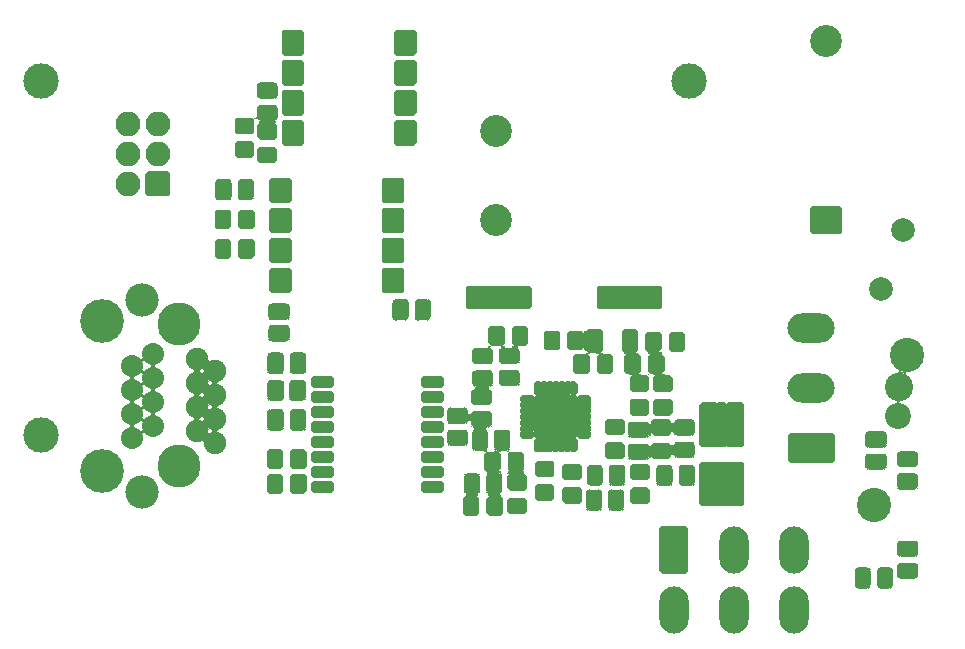
<source format=gbr>
G04 #@! TF.GenerationSoftware,KiCad,Pcbnew,(5.1.9)-1*
G04 #@! TF.CreationDate,2022-09-19T13:39:08+02:00*
G04 #@! TF.ProjectId,Zusatzplatine,5a757361-747a-4706-9c61-74696e652e6b,1.0*
G04 #@! TF.SameCoordinates,Original*
G04 #@! TF.FileFunction,Soldermask,Top*
G04 #@! TF.FilePolarity,Negative*
%FSLAX46Y46*%
G04 Gerber Fmt 4.6, Leading zero omitted, Abs format (unit mm)*
G04 Created by KiCad (PCBNEW (5.1.9)-1) date 2022-09-19 13:39:08*
%MOMM*%
%LPD*%
G01*
G04 APERTURE LIST*
%ADD10C,3.000000*%
%ADD11C,1.862000*%
%ADD12C,2.830000*%
%ADD13C,3.700000*%
%ADD14C,3.650000*%
%ADD15C,1.909000*%
%ADD16C,2.900000*%
%ADD17C,2.700000*%
%ADD18O,2.480000X4.000000*%
%ADD19O,4.000000X2.480000*%
%ADD20O,2.100000X2.100000*%
%ADD21C,2.400000*%
%ADD22C,2.000000*%
%ADD23C,0.200000*%
%ADD24C,2.200000*%
G04 APERTURE END LIST*
D10*
X68580000Y-109220000D03*
X123444000Y-79248000D03*
X68580000Y-79248000D03*
G36*
G01*
X89302442Y-99550000D02*
X88197558Y-99550000D01*
G75*
G02*
X87850000Y-99202442I0J347558D01*
G01*
X87850000Y-98472558D01*
G75*
G02*
X88197558Y-98125000I347558J0D01*
G01*
X89302442Y-98125000D01*
G75*
G02*
X89650000Y-98472558I0J-347558D01*
G01*
X89650000Y-99202442D01*
G75*
G02*
X89302442Y-99550000I-347558J0D01*
G01*
G37*
G36*
G01*
X89302442Y-101375000D02*
X88197558Y-101375000D01*
G75*
G02*
X87850000Y-101027442I0J347558D01*
G01*
X87850000Y-100297558D01*
G75*
G02*
X88197558Y-99950000I347558J0D01*
G01*
X89302442Y-99950000D01*
G75*
G02*
X89650000Y-100297558I0J-347558D01*
G01*
X89650000Y-101027442D01*
G75*
G02*
X89302442Y-101375000I-347558J0D01*
G01*
G37*
G36*
G01*
X89650000Y-108575000D02*
X89650000Y-107425000D01*
G75*
G02*
X90000000Y-107075000I350000J0D01*
G01*
X90700000Y-107075000D01*
G75*
G02*
X91050000Y-107425000I0J-350000D01*
G01*
X91050000Y-108575000D01*
G75*
G02*
X90700000Y-108925000I-350000J0D01*
G01*
X90000000Y-108925000D01*
G75*
G02*
X89650000Y-108575000I0J350000D01*
G01*
G37*
G36*
G01*
X87750000Y-108575000D02*
X87750000Y-107425000D01*
G75*
G02*
X88100000Y-107075000I350000J0D01*
G01*
X88800000Y-107075000D01*
G75*
G02*
X89150000Y-107425000I0J-350000D01*
G01*
X89150000Y-108575000D01*
G75*
G02*
X88800000Y-108925000I-350000J0D01*
G01*
X88100000Y-108925000D01*
G75*
G02*
X87750000Y-108575000I0J350000D01*
G01*
G37*
G36*
G01*
X89150000Y-102625000D02*
X89150000Y-103775000D01*
G75*
G02*
X88800000Y-104125000I-350000J0D01*
G01*
X88100000Y-104125000D01*
G75*
G02*
X87750000Y-103775000I0J350000D01*
G01*
X87750000Y-102625000D01*
G75*
G02*
X88100000Y-102275000I350000J0D01*
G01*
X88800000Y-102275000D01*
G75*
G02*
X89150000Y-102625000I0J-350000D01*
G01*
G37*
G36*
G01*
X91050000Y-102625000D02*
X91050000Y-103775000D01*
G75*
G02*
X90700000Y-104125000I-350000J0D01*
G01*
X90000000Y-104125000D01*
G75*
G02*
X89650000Y-103775000I0J350000D01*
G01*
X89650000Y-102625000D01*
G75*
G02*
X90000000Y-102275000I350000J0D01*
G01*
X90700000Y-102275000D01*
G75*
G02*
X91050000Y-102625000I0J-350000D01*
G01*
G37*
G36*
G01*
X89200000Y-104947558D02*
X89200000Y-106052442D01*
G75*
G02*
X88852442Y-106400000I-347558J0D01*
G01*
X88122558Y-106400000D01*
G75*
G02*
X87775000Y-106052442I0J347558D01*
G01*
X87775000Y-104947558D01*
G75*
G02*
X88122558Y-104600000I347558J0D01*
G01*
X88852442Y-104600000D01*
G75*
G02*
X89200000Y-104947558I0J-347558D01*
G01*
G37*
G36*
G01*
X91025000Y-104947558D02*
X91025000Y-106052442D01*
G75*
G02*
X90677442Y-106400000I-347558J0D01*
G01*
X89947558Y-106400000D01*
G75*
G02*
X89600000Y-106052442I0J347558D01*
G01*
X89600000Y-104947558D01*
G75*
G02*
X89947558Y-104600000I347558J0D01*
G01*
X90677442Y-104600000D01*
G75*
G02*
X91025000Y-104947558I0J-347558D01*
G01*
G37*
D11*
X76300000Y-109500000D03*
X78080000Y-108480000D03*
X76300000Y-107470000D03*
X78080000Y-106450000D03*
X76300000Y-105440000D03*
X78080000Y-104420000D03*
X76300000Y-103410000D03*
X78080000Y-102390000D03*
D12*
X77190000Y-97820000D03*
X77190000Y-114080000D03*
D13*
X73760000Y-112300000D03*
X73760000Y-99600000D03*
D14*
X80280389Y-99903592D03*
X80280389Y-111843592D03*
D15*
X81800389Y-106893592D03*
X83320389Y-103833592D03*
X83320389Y-107913592D03*
X83320389Y-109953592D03*
X81800389Y-108933592D03*
X81800389Y-102813592D03*
X81800389Y-104853592D03*
X83320389Y-105873592D03*
D16*
X139115000Y-115205000D03*
X141915000Y-102505000D03*
G36*
G01*
X91100000Y-110675000D02*
X91100000Y-111925000D01*
G75*
G02*
X90900000Y-112125000I-200000J0D01*
G01*
X89900000Y-112125000D01*
G75*
G02*
X89700000Y-111925000I0J200000D01*
G01*
X89700000Y-110675000D01*
G75*
G02*
X89900000Y-110475000I200000J0D01*
G01*
X90900000Y-110475000D01*
G75*
G02*
X91100000Y-110675000I0J-200000D01*
G01*
G37*
G36*
G01*
X89100000Y-110675000D02*
X89100000Y-111925000D01*
G75*
G02*
X88900000Y-112125000I-200000J0D01*
G01*
X87900000Y-112125000D01*
G75*
G02*
X87700000Y-111925000I0J200000D01*
G01*
X87700000Y-110675000D01*
G75*
G02*
X87900000Y-110475000I200000J0D01*
G01*
X88900000Y-110475000D01*
G75*
G02*
X89100000Y-110675000I0J-200000D01*
G01*
G37*
G36*
G01*
X86700000Y-92875000D02*
X86700000Y-94125000D01*
G75*
G02*
X86500000Y-94325000I-200000J0D01*
G01*
X85500000Y-94325000D01*
G75*
G02*
X85300000Y-94125000I0J200000D01*
G01*
X85300000Y-92875000D01*
G75*
G02*
X85500000Y-92675000I200000J0D01*
G01*
X86500000Y-92675000D01*
G75*
G02*
X86700000Y-92875000I0J-200000D01*
G01*
G37*
G36*
G01*
X84700000Y-92875000D02*
X84700000Y-94125000D01*
G75*
G02*
X84500000Y-94325000I-200000J0D01*
G01*
X83500000Y-94325000D01*
G75*
G02*
X83300000Y-94125000I0J200000D01*
G01*
X83300000Y-92875000D01*
G75*
G02*
X83500000Y-92675000I200000J0D01*
G01*
X84500000Y-92675000D01*
G75*
G02*
X84700000Y-92875000I0J-200000D01*
G01*
G37*
G36*
G01*
X85215000Y-82395000D02*
X86465000Y-82395000D01*
G75*
G02*
X86665000Y-82595000I0J-200000D01*
G01*
X86665000Y-83595000D01*
G75*
G02*
X86465000Y-83795000I-200000J0D01*
G01*
X85215000Y-83795000D01*
G75*
G02*
X85015000Y-83595000I0J200000D01*
G01*
X85015000Y-82595000D01*
G75*
G02*
X85215000Y-82395000I200000J0D01*
G01*
G37*
G36*
G01*
X85215000Y-84395000D02*
X86465000Y-84395000D01*
G75*
G02*
X86665000Y-84595000I0J-200000D01*
G01*
X86665000Y-85595000D01*
G75*
G02*
X86465000Y-85795000I-200000J0D01*
G01*
X85215000Y-85795000D01*
G75*
G02*
X85015000Y-85595000I0J200000D01*
G01*
X85015000Y-84595000D01*
G75*
G02*
X85215000Y-84395000I200000J0D01*
G01*
G37*
G36*
G01*
X110142500Y-96815000D02*
X110142500Y-98415000D01*
G75*
G02*
X109942500Y-98615000I-200000J0D01*
G01*
X104767500Y-98615000D01*
G75*
G02*
X104567500Y-98415000I0J200000D01*
G01*
X104567500Y-96815000D01*
G75*
G02*
X104767500Y-96615000I200000J0D01*
G01*
X109942500Y-96615000D01*
G75*
G02*
X110142500Y-96815000I0J-200000D01*
G01*
G37*
G36*
G01*
X121217500Y-96815000D02*
X121217500Y-98415000D01*
G75*
G02*
X121017500Y-98615000I-200000J0D01*
G01*
X115842500Y-98615000D01*
G75*
G02*
X115642500Y-98415000I0J200000D01*
G01*
X115642500Y-96815000D01*
G75*
G02*
X115842500Y-96615000I200000J0D01*
G01*
X121017500Y-96615000D01*
G75*
G02*
X121217500Y-96815000I0J-200000D01*
G01*
G37*
G36*
G01*
X113315000Y-105675000D02*
X113065000Y-105675000D01*
G75*
G02*
X112865000Y-105475000I0J200000D01*
G01*
X112865000Y-104975000D01*
G75*
G02*
X113065000Y-104775000I200000J0D01*
G01*
X113315000Y-104775000D01*
G75*
G02*
X113515000Y-104975000I0J-200000D01*
G01*
X113515000Y-105475000D01*
G75*
G02*
X113315000Y-105675000I-200000J0D01*
G01*
G37*
G36*
G01*
X113690000Y-108005000D02*
X112690000Y-108005000D01*
G75*
G02*
X112490000Y-107805000I0J200000D01*
G01*
X112490000Y-106805000D01*
G75*
G02*
X112690000Y-106605000I200000J0D01*
G01*
X113690000Y-106605000D01*
G75*
G02*
X113890000Y-106805000I0J-200000D01*
G01*
X113890000Y-107805000D01*
G75*
G02*
X113690000Y-108005000I-200000J0D01*
G01*
G37*
D17*
X107105000Y-91080000D03*
G36*
G01*
X136455000Y-90080000D02*
X136455000Y-92080000D01*
G75*
G02*
X136255000Y-92280000I-200000J0D01*
G01*
X133955000Y-92280000D01*
G75*
G02*
X133755000Y-92080000I0J200000D01*
G01*
X133755000Y-90080000D01*
G75*
G02*
X133955000Y-89880000I200000J0D01*
G01*
X136255000Y-89880000D01*
G75*
G02*
X136455000Y-90080000I0J-200000D01*
G01*
G37*
X135105000Y-75880000D03*
X107105000Y-83480000D03*
G36*
G01*
X88316250Y-80790000D02*
X87203750Y-80790000D01*
G75*
G02*
X86860000Y-80446250I0J343750D01*
G01*
X86860000Y-79758750D01*
G75*
G02*
X87203750Y-79415000I343750J0D01*
G01*
X88316250Y-79415000D01*
G75*
G02*
X88660000Y-79758750I0J-343750D01*
G01*
X88660000Y-80446250D01*
G75*
G02*
X88316250Y-80790000I-343750J0D01*
G01*
G37*
G36*
G01*
X88316250Y-82665000D02*
X87203750Y-82665000D01*
G75*
G02*
X86860000Y-82321250I0J343750D01*
G01*
X86860000Y-81633750D01*
G75*
G02*
X87203750Y-81290000I343750J0D01*
G01*
X88316250Y-81290000D01*
G75*
G02*
X88660000Y-81633750I0J-343750D01*
G01*
X88660000Y-82321250D01*
G75*
G02*
X88316250Y-82665000I-343750J0D01*
G01*
G37*
G36*
G01*
X138748750Y-108952500D02*
X139861250Y-108952500D01*
G75*
G02*
X140205000Y-109296250I0J-343750D01*
G01*
X140205000Y-109983750D01*
G75*
G02*
X139861250Y-110327500I-343750J0D01*
G01*
X138748750Y-110327500D01*
G75*
G02*
X138405000Y-109983750I0J343750D01*
G01*
X138405000Y-109296250D01*
G75*
G02*
X138748750Y-108952500I343750J0D01*
G01*
G37*
G36*
G01*
X138748750Y-110827500D02*
X139861250Y-110827500D01*
G75*
G02*
X140205000Y-111171250I0J-343750D01*
G01*
X140205000Y-111858750D01*
G75*
G02*
X139861250Y-112202500I-343750J0D01*
G01*
X138748750Y-112202500D01*
G75*
G02*
X138405000Y-111858750I0J343750D01*
G01*
X138405000Y-111171250D01*
G75*
G02*
X138748750Y-110827500I343750J0D01*
G01*
G37*
G36*
G01*
X141408750Y-112500000D02*
X142521250Y-112500000D01*
G75*
G02*
X142865000Y-112843750I0J-343750D01*
G01*
X142865000Y-113531250D01*
G75*
G02*
X142521250Y-113875000I-343750J0D01*
G01*
X141408750Y-113875000D01*
G75*
G02*
X141065000Y-113531250I0J343750D01*
G01*
X141065000Y-112843750D01*
G75*
G02*
X141408750Y-112500000I343750J0D01*
G01*
G37*
G36*
G01*
X141408750Y-110625000D02*
X142521250Y-110625000D01*
G75*
G02*
X142865000Y-110968750I0J-343750D01*
G01*
X142865000Y-111656250D01*
G75*
G02*
X142521250Y-112000000I-343750J0D01*
G01*
X141408750Y-112000000D01*
G75*
G02*
X141065000Y-111656250I0J343750D01*
G01*
X141065000Y-110968750D01*
G75*
G02*
X141408750Y-110625000I343750J0D01*
G01*
G37*
G36*
G01*
X111037400Y-109713900D02*
X111037400Y-110526700D01*
G75*
G02*
X110837400Y-110726700I-200000J0D01*
G01*
X110532600Y-110726700D01*
G75*
G02*
X110332600Y-110526700I0J200000D01*
G01*
X110332600Y-109713900D01*
G75*
G02*
X110532600Y-109513900I200000J0D01*
G01*
X110837400Y-109513900D01*
G75*
G02*
X111037400Y-109713900I0J-200000D01*
G01*
G37*
G36*
G01*
X111537399Y-109713900D02*
X111537399Y-110526700D01*
G75*
G02*
X111337399Y-110726700I-200000J0D01*
G01*
X111032599Y-110726700D01*
G75*
G02*
X110832599Y-110526700I0J200000D01*
G01*
X110832599Y-109713900D01*
G75*
G02*
X111032599Y-109513900I200000J0D01*
G01*
X111337399Y-109513900D01*
G75*
G02*
X111537399Y-109713900I0J-200000D01*
G01*
G37*
G36*
G01*
X112037401Y-109713900D02*
X112037401Y-110526700D01*
G75*
G02*
X111837401Y-110726700I-200000J0D01*
G01*
X111532601Y-110726700D01*
G75*
G02*
X111332601Y-110526700I0J200000D01*
G01*
X111332601Y-109713900D01*
G75*
G02*
X111532601Y-109513900I200000J0D01*
G01*
X111837401Y-109513900D01*
G75*
G02*
X112037401Y-109713900I0J-200000D01*
G01*
G37*
G36*
G01*
X112537400Y-109713900D02*
X112537400Y-110526700D01*
G75*
G02*
X112337400Y-110726700I-200000J0D01*
G01*
X112032600Y-110726700D01*
G75*
G02*
X111832600Y-110526700I0J200000D01*
G01*
X111832600Y-109713900D01*
G75*
G02*
X112032600Y-109513900I200000J0D01*
G01*
X112337400Y-109513900D01*
G75*
G02*
X112537400Y-109713900I0J-200000D01*
G01*
G37*
G36*
G01*
X113037399Y-109713900D02*
X113037399Y-110526700D01*
G75*
G02*
X112837399Y-110726700I-200000J0D01*
G01*
X112532599Y-110726700D01*
G75*
G02*
X112332599Y-110526700I0J200000D01*
G01*
X112332599Y-109713900D01*
G75*
G02*
X112532599Y-109513900I200000J0D01*
G01*
X112837399Y-109513900D01*
G75*
G02*
X113037399Y-109713900I0J-200000D01*
G01*
G37*
G36*
G01*
X113537401Y-109713900D02*
X113537401Y-110526700D01*
G75*
G02*
X113337401Y-110726700I-200000J0D01*
G01*
X113032601Y-110726700D01*
G75*
G02*
X112832601Y-110526700I0J200000D01*
G01*
X112832601Y-109713900D01*
G75*
G02*
X113032601Y-109513900I200000J0D01*
G01*
X113337401Y-109513900D01*
G75*
G02*
X113537401Y-109713900I0J-200000D01*
G01*
G37*
G36*
G01*
X114037400Y-109713900D02*
X114037400Y-110526700D01*
G75*
G02*
X113837400Y-110726700I-200000J0D01*
G01*
X113532600Y-110726700D01*
G75*
G02*
X113332600Y-110526700I0J200000D01*
G01*
X113332600Y-109713900D01*
G75*
G02*
X113532600Y-109513900I200000J0D01*
G01*
X113837400Y-109513900D01*
G75*
G02*
X114037400Y-109713900I0J-200000D01*
G01*
G37*
G36*
G01*
X114991700Y-109572400D02*
X114178900Y-109572400D01*
G75*
G02*
X113978900Y-109372400I0J200000D01*
G01*
X113978900Y-109067600D01*
G75*
G02*
X114178900Y-108867600I200000J0D01*
G01*
X114991700Y-108867600D01*
G75*
G02*
X115191700Y-109067600I0J-200000D01*
G01*
X115191700Y-109372400D01*
G75*
G02*
X114991700Y-109572400I-200000J0D01*
G01*
G37*
G36*
G01*
X114991700Y-109072401D02*
X114178900Y-109072401D01*
G75*
G02*
X113978900Y-108872401I0J200000D01*
G01*
X113978900Y-108567601D01*
G75*
G02*
X114178900Y-108367601I200000J0D01*
G01*
X114991700Y-108367601D01*
G75*
G02*
X115191700Y-108567601I0J-200000D01*
G01*
X115191700Y-108872401D01*
G75*
G02*
X114991700Y-109072401I-200000J0D01*
G01*
G37*
G36*
G01*
X114991700Y-108572399D02*
X114178900Y-108572399D01*
G75*
G02*
X113978900Y-108372399I0J200000D01*
G01*
X113978900Y-108067599D01*
G75*
G02*
X114178900Y-107867599I200000J0D01*
G01*
X114991700Y-107867599D01*
G75*
G02*
X115191700Y-108067599I0J-200000D01*
G01*
X115191700Y-108372399D01*
G75*
G02*
X114991700Y-108572399I-200000J0D01*
G01*
G37*
G36*
G01*
X114991700Y-108072400D02*
X114178900Y-108072400D01*
G75*
G02*
X113978900Y-107872400I0J200000D01*
G01*
X113978900Y-107567600D01*
G75*
G02*
X114178900Y-107367600I200000J0D01*
G01*
X114991700Y-107367600D01*
G75*
G02*
X115191700Y-107567600I0J-200000D01*
G01*
X115191700Y-107872400D01*
G75*
G02*
X114991700Y-108072400I-200000J0D01*
G01*
G37*
G36*
G01*
X114991700Y-107572401D02*
X114178900Y-107572401D01*
G75*
G02*
X113978900Y-107372401I0J200000D01*
G01*
X113978900Y-107067601D01*
G75*
G02*
X114178900Y-106867601I200000J0D01*
G01*
X114991700Y-106867601D01*
G75*
G02*
X115191700Y-107067601I0J-200000D01*
G01*
X115191700Y-107372401D01*
G75*
G02*
X114991700Y-107572401I-200000J0D01*
G01*
G37*
G36*
G01*
X114991700Y-107072399D02*
X114178900Y-107072399D01*
G75*
G02*
X113978900Y-106872399I0J200000D01*
G01*
X113978900Y-106567599D01*
G75*
G02*
X114178900Y-106367599I200000J0D01*
G01*
X114991700Y-106367599D01*
G75*
G02*
X115191700Y-106567599I0J-200000D01*
G01*
X115191700Y-106872399D01*
G75*
G02*
X114991700Y-107072399I-200000J0D01*
G01*
G37*
G36*
G01*
X114991700Y-106572400D02*
X114178900Y-106572400D01*
G75*
G02*
X113978900Y-106372400I0J200000D01*
G01*
X113978900Y-106067600D01*
G75*
G02*
X114178900Y-105867600I200000J0D01*
G01*
X114991700Y-105867600D01*
G75*
G02*
X115191700Y-106067600I0J-200000D01*
G01*
X115191700Y-106372400D01*
G75*
G02*
X114991700Y-106572400I-200000J0D01*
G01*
G37*
G36*
G01*
X114037400Y-104913300D02*
X114037400Y-105726100D01*
G75*
G02*
X113837400Y-105926100I-200000J0D01*
G01*
X113532600Y-105926100D01*
G75*
G02*
X113332600Y-105726100I0J200000D01*
G01*
X113332600Y-104913300D01*
G75*
G02*
X113532600Y-104713300I200000J0D01*
G01*
X113837400Y-104713300D01*
G75*
G02*
X114037400Y-104913300I0J-200000D01*
G01*
G37*
G36*
G01*
X113537401Y-104913300D02*
X113537401Y-105726100D01*
G75*
G02*
X113337401Y-105926100I-200000J0D01*
G01*
X113032601Y-105926100D01*
G75*
G02*
X112832601Y-105726100I0J200000D01*
G01*
X112832601Y-104913300D01*
G75*
G02*
X113032601Y-104713300I200000J0D01*
G01*
X113337401Y-104713300D01*
G75*
G02*
X113537401Y-104913300I0J-200000D01*
G01*
G37*
G36*
G01*
X113037399Y-104913300D02*
X113037399Y-105726100D01*
G75*
G02*
X112837399Y-105926100I-200000J0D01*
G01*
X112532599Y-105926100D01*
G75*
G02*
X112332599Y-105726100I0J200000D01*
G01*
X112332599Y-104913300D01*
G75*
G02*
X112532599Y-104713300I200000J0D01*
G01*
X112837399Y-104713300D01*
G75*
G02*
X113037399Y-104913300I0J-200000D01*
G01*
G37*
G36*
G01*
X112537400Y-104913300D02*
X112537400Y-105726100D01*
G75*
G02*
X112337400Y-105926100I-200000J0D01*
G01*
X112032600Y-105926100D01*
G75*
G02*
X111832600Y-105726100I0J200000D01*
G01*
X111832600Y-104913300D01*
G75*
G02*
X112032600Y-104713300I200000J0D01*
G01*
X112337400Y-104713300D01*
G75*
G02*
X112537400Y-104913300I0J-200000D01*
G01*
G37*
G36*
G01*
X112037401Y-104913300D02*
X112037401Y-105726100D01*
G75*
G02*
X111837401Y-105926100I-200000J0D01*
G01*
X111532601Y-105926100D01*
G75*
G02*
X111332601Y-105726100I0J200000D01*
G01*
X111332601Y-104913300D01*
G75*
G02*
X111532601Y-104713300I200000J0D01*
G01*
X111837401Y-104713300D01*
G75*
G02*
X112037401Y-104913300I0J-200000D01*
G01*
G37*
G36*
G01*
X111537399Y-104913300D02*
X111537399Y-105726100D01*
G75*
G02*
X111337399Y-105926100I-200000J0D01*
G01*
X111032599Y-105926100D01*
G75*
G02*
X110832599Y-105726100I0J200000D01*
G01*
X110832599Y-104913300D01*
G75*
G02*
X111032599Y-104713300I200000J0D01*
G01*
X111337399Y-104713300D01*
G75*
G02*
X111537399Y-104913300I0J-200000D01*
G01*
G37*
G36*
G01*
X111037400Y-104913300D02*
X111037400Y-105726100D01*
G75*
G02*
X110837400Y-105926100I-200000J0D01*
G01*
X110532600Y-105926100D01*
G75*
G02*
X110332600Y-105726100I0J200000D01*
G01*
X110332600Y-104913300D01*
G75*
G02*
X110532600Y-104713300I200000J0D01*
G01*
X110837400Y-104713300D01*
G75*
G02*
X111037400Y-104913300I0J-200000D01*
G01*
G37*
G36*
G01*
X110191100Y-106572400D02*
X109378300Y-106572400D01*
G75*
G02*
X109178300Y-106372400I0J200000D01*
G01*
X109178300Y-106067600D01*
G75*
G02*
X109378300Y-105867600I200000J0D01*
G01*
X110191100Y-105867600D01*
G75*
G02*
X110391100Y-106067600I0J-200000D01*
G01*
X110391100Y-106372400D01*
G75*
G02*
X110191100Y-106572400I-200000J0D01*
G01*
G37*
G36*
G01*
X110191100Y-107072399D02*
X109378300Y-107072399D01*
G75*
G02*
X109178300Y-106872399I0J200000D01*
G01*
X109178300Y-106567599D01*
G75*
G02*
X109378300Y-106367599I200000J0D01*
G01*
X110191100Y-106367599D01*
G75*
G02*
X110391100Y-106567599I0J-200000D01*
G01*
X110391100Y-106872399D01*
G75*
G02*
X110191100Y-107072399I-200000J0D01*
G01*
G37*
G36*
G01*
X110191100Y-107572401D02*
X109378300Y-107572401D01*
G75*
G02*
X109178300Y-107372401I0J200000D01*
G01*
X109178300Y-107067601D01*
G75*
G02*
X109378300Y-106867601I200000J0D01*
G01*
X110191100Y-106867601D01*
G75*
G02*
X110391100Y-107067601I0J-200000D01*
G01*
X110391100Y-107372401D01*
G75*
G02*
X110191100Y-107572401I-200000J0D01*
G01*
G37*
G36*
G01*
X110191100Y-108072400D02*
X109378300Y-108072400D01*
G75*
G02*
X109178300Y-107872400I0J200000D01*
G01*
X109178300Y-107567600D01*
G75*
G02*
X109378300Y-107367600I200000J0D01*
G01*
X110191100Y-107367600D01*
G75*
G02*
X110391100Y-107567600I0J-200000D01*
G01*
X110391100Y-107872400D01*
G75*
G02*
X110191100Y-108072400I-200000J0D01*
G01*
G37*
G36*
G01*
X110191100Y-108572399D02*
X109378300Y-108572399D01*
G75*
G02*
X109178300Y-108372399I0J200000D01*
G01*
X109178300Y-108067599D01*
G75*
G02*
X109378300Y-107867599I200000J0D01*
G01*
X110191100Y-107867599D01*
G75*
G02*
X110391100Y-108067599I0J-200000D01*
G01*
X110391100Y-108372399D01*
G75*
G02*
X110191100Y-108572399I-200000J0D01*
G01*
G37*
G36*
G01*
X110191100Y-109072401D02*
X109378300Y-109072401D01*
G75*
G02*
X109178300Y-108872401I0J200000D01*
G01*
X109178300Y-108567601D01*
G75*
G02*
X109378300Y-108367601I200000J0D01*
G01*
X110191100Y-108367601D01*
G75*
G02*
X110391100Y-108567601I0J-200000D01*
G01*
X110391100Y-108872401D01*
G75*
G02*
X110191100Y-109072401I-200000J0D01*
G01*
G37*
G36*
G01*
X110191100Y-109572400D02*
X109378300Y-109572400D01*
G75*
G02*
X109178300Y-109372400I0J200000D01*
G01*
X109178300Y-109067600D01*
G75*
G02*
X109378300Y-108867600I200000J0D01*
G01*
X110191100Y-108867600D01*
G75*
G02*
X110391100Y-109067600I0J-200000D01*
G01*
X110391100Y-109372400D01*
G75*
G02*
X110191100Y-109572400I-200000J0D01*
G01*
G37*
G36*
G01*
X113836000Y-109571000D02*
X110534000Y-109571000D01*
G75*
G02*
X110334000Y-109371000I0J200000D01*
G01*
X110334000Y-106069000D01*
G75*
G02*
X110534000Y-105869000I200000J0D01*
G01*
X113836000Y-105869000D01*
G75*
G02*
X114036000Y-106069000I0J-200000D01*
G01*
X114036000Y-109371000D01*
G75*
G02*
X113836000Y-109571000I-200000J0D01*
G01*
G37*
G36*
G01*
X93395000Y-113350000D02*
X93395000Y-113950000D01*
G75*
G02*
X93195000Y-114150000I-200000J0D01*
G01*
X91695000Y-114150000D01*
G75*
G02*
X91495000Y-113950000I0J200000D01*
G01*
X91495000Y-113350000D01*
G75*
G02*
X91695000Y-113150000I200000J0D01*
G01*
X93195000Y-113150000D01*
G75*
G02*
X93395000Y-113350000I0J-200000D01*
G01*
G37*
G36*
G01*
X93395000Y-112080000D02*
X93395000Y-112680000D01*
G75*
G02*
X93195000Y-112880000I-200000J0D01*
G01*
X91695000Y-112880000D01*
G75*
G02*
X91495000Y-112680000I0J200000D01*
G01*
X91495000Y-112080000D01*
G75*
G02*
X91695000Y-111880000I200000J0D01*
G01*
X93195000Y-111880000D01*
G75*
G02*
X93395000Y-112080000I0J-200000D01*
G01*
G37*
G36*
G01*
X93395000Y-110810000D02*
X93395000Y-111410000D01*
G75*
G02*
X93195000Y-111610000I-200000J0D01*
G01*
X91695000Y-111610000D01*
G75*
G02*
X91495000Y-111410000I0J200000D01*
G01*
X91495000Y-110810000D01*
G75*
G02*
X91695000Y-110610000I200000J0D01*
G01*
X93195000Y-110610000D01*
G75*
G02*
X93395000Y-110810000I0J-200000D01*
G01*
G37*
G36*
G01*
X93395000Y-109540000D02*
X93395000Y-110140000D01*
G75*
G02*
X93195000Y-110340000I-200000J0D01*
G01*
X91695000Y-110340000D01*
G75*
G02*
X91495000Y-110140000I0J200000D01*
G01*
X91495000Y-109540000D01*
G75*
G02*
X91695000Y-109340000I200000J0D01*
G01*
X93195000Y-109340000D01*
G75*
G02*
X93395000Y-109540000I0J-200000D01*
G01*
G37*
G36*
G01*
X93395000Y-108270000D02*
X93395000Y-108870000D01*
G75*
G02*
X93195000Y-109070000I-200000J0D01*
G01*
X91695000Y-109070000D01*
G75*
G02*
X91495000Y-108870000I0J200000D01*
G01*
X91495000Y-108270000D01*
G75*
G02*
X91695000Y-108070000I200000J0D01*
G01*
X93195000Y-108070000D01*
G75*
G02*
X93395000Y-108270000I0J-200000D01*
G01*
G37*
G36*
G01*
X93395000Y-107000000D02*
X93395000Y-107600000D01*
G75*
G02*
X93195000Y-107800000I-200000J0D01*
G01*
X91695000Y-107800000D01*
G75*
G02*
X91495000Y-107600000I0J200000D01*
G01*
X91495000Y-107000000D01*
G75*
G02*
X91695000Y-106800000I200000J0D01*
G01*
X93195000Y-106800000D01*
G75*
G02*
X93395000Y-107000000I0J-200000D01*
G01*
G37*
G36*
G01*
X93395000Y-105730000D02*
X93395000Y-106330000D01*
G75*
G02*
X93195000Y-106530000I-200000J0D01*
G01*
X91695000Y-106530000D01*
G75*
G02*
X91495000Y-106330000I0J200000D01*
G01*
X91495000Y-105730000D01*
G75*
G02*
X91695000Y-105530000I200000J0D01*
G01*
X93195000Y-105530000D01*
G75*
G02*
X93395000Y-105730000I0J-200000D01*
G01*
G37*
G36*
G01*
X93395000Y-104460000D02*
X93395000Y-105060000D01*
G75*
G02*
X93195000Y-105260000I-200000J0D01*
G01*
X91695000Y-105260000D01*
G75*
G02*
X91495000Y-105060000I0J200000D01*
G01*
X91495000Y-104460000D01*
G75*
G02*
X91695000Y-104260000I200000J0D01*
G01*
X93195000Y-104260000D01*
G75*
G02*
X93395000Y-104460000I0J-200000D01*
G01*
G37*
G36*
G01*
X102695000Y-104460000D02*
X102695000Y-105060000D01*
G75*
G02*
X102495000Y-105260000I-200000J0D01*
G01*
X100995000Y-105260000D01*
G75*
G02*
X100795000Y-105060000I0J200000D01*
G01*
X100795000Y-104460000D01*
G75*
G02*
X100995000Y-104260000I200000J0D01*
G01*
X102495000Y-104260000D01*
G75*
G02*
X102695000Y-104460000I0J-200000D01*
G01*
G37*
G36*
G01*
X102695000Y-105730000D02*
X102695000Y-106330000D01*
G75*
G02*
X102495000Y-106530000I-200000J0D01*
G01*
X100995000Y-106530000D01*
G75*
G02*
X100795000Y-106330000I0J200000D01*
G01*
X100795000Y-105730000D01*
G75*
G02*
X100995000Y-105530000I200000J0D01*
G01*
X102495000Y-105530000D01*
G75*
G02*
X102695000Y-105730000I0J-200000D01*
G01*
G37*
G36*
G01*
X102695000Y-107000000D02*
X102695000Y-107600000D01*
G75*
G02*
X102495000Y-107800000I-200000J0D01*
G01*
X100995000Y-107800000D01*
G75*
G02*
X100795000Y-107600000I0J200000D01*
G01*
X100795000Y-107000000D01*
G75*
G02*
X100995000Y-106800000I200000J0D01*
G01*
X102495000Y-106800000D01*
G75*
G02*
X102695000Y-107000000I0J-200000D01*
G01*
G37*
G36*
G01*
X102695000Y-108270000D02*
X102695000Y-108870000D01*
G75*
G02*
X102495000Y-109070000I-200000J0D01*
G01*
X100995000Y-109070000D01*
G75*
G02*
X100795000Y-108870000I0J200000D01*
G01*
X100795000Y-108270000D01*
G75*
G02*
X100995000Y-108070000I200000J0D01*
G01*
X102495000Y-108070000D01*
G75*
G02*
X102695000Y-108270000I0J-200000D01*
G01*
G37*
G36*
G01*
X102695000Y-109540000D02*
X102695000Y-110140000D01*
G75*
G02*
X102495000Y-110340000I-200000J0D01*
G01*
X100995000Y-110340000D01*
G75*
G02*
X100795000Y-110140000I0J200000D01*
G01*
X100795000Y-109540000D01*
G75*
G02*
X100995000Y-109340000I200000J0D01*
G01*
X102495000Y-109340000D01*
G75*
G02*
X102695000Y-109540000I0J-200000D01*
G01*
G37*
G36*
G01*
X102695000Y-110810000D02*
X102695000Y-111410000D01*
G75*
G02*
X102495000Y-111610000I-200000J0D01*
G01*
X100995000Y-111610000D01*
G75*
G02*
X100795000Y-111410000I0J200000D01*
G01*
X100795000Y-110810000D01*
G75*
G02*
X100995000Y-110610000I200000J0D01*
G01*
X102495000Y-110610000D01*
G75*
G02*
X102695000Y-110810000I0J-200000D01*
G01*
G37*
G36*
G01*
X102695000Y-112080000D02*
X102695000Y-112680000D01*
G75*
G02*
X102495000Y-112880000I-200000J0D01*
G01*
X100995000Y-112880000D01*
G75*
G02*
X100795000Y-112680000I0J200000D01*
G01*
X100795000Y-112080000D01*
G75*
G02*
X100995000Y-111880000I200000J0D01*
G01*
X102495000Y-111880000D01*
G75*
G02*
X102695000Y-112080000I0J-200000D01*
G01*
G37*
G36*
G01*
X102695000Y-113350000D02*
X102695000Y-113950000D01*
G75*
G02*
X102495000Y-114150000I-200000J0D01*
G01*
X100995000Y-114150000D01*
G75*
G02*
X100795000Y-113950000I0J200000D01*
G01*
X100795000Y-113350000D01*
G75*
G02*
X100995000Y-113150000I200000J0D01*
G01*
X102495000Y-113150000D01*
G75*
G02*
X102695000Y-113350000I0J-200000D01*
G01*
G37*
G36*
G01*
X107515000Y-110895000D02*
X107515000Y-112145000D01*
G75*
G02*
X107315000Y-112345000I-200000J0D01*
G01*
X106315000Y-112345000D01*
G75*
G02*
X106115000Y-112145000I0J200000D01*
G01*
X106115000Y-110895000D01*
G75*
G02*
X106315000Y-110695000I200000J0D01*
G01*
X107315000Y-110695000D01*
G75*
G02*
X107515000Y-110895000I0J-200000D01*
G01*
G37*
G36*
G01*
X109515000Y-110895000D02*
X109515000Y-112145000D01*
G75*
G02*
X109315000Y-112345000I-200000J0D01*
G01*
X108315000Y-112345000D01*
G75*
G02*
X108115000Y-112145000I0J200000D01*
G01*
X108115000Y-110895000D01*
G75*
G02*
X108315000Y-110695000I200000J0D01*
G01*
X109315000Y-110695000D01*
G75*
G02*
X109515000Y-110895000I0J-200000D01*
G01*
G37*
G36*
G01*
X119995000Y-103875000D02*
X119995000Y-102625000D01*
G75*
G02*
X120195000Y-102425000I200000J0D01*
G01*
X121195000Y-102425000D01*
G75*
G02*
X121395000Y-102625000I0J-200000D01*
G01*
X121395000Y-103875000D01*
G75*
G02*
X121195000Y-104075000I-200000J0D01*
G01*
X120195000Y-104075000D01*
G75*
G02*
X119995000Y-103875000I0J200000D01*
G01*
G37*
G36*
G01*
X117995000Y-103875000D02*
X117995000Y-102625000D01*
G75*
G02*
X118195000Y-102425000I200000J0D01*
G01*
X119195000Y-102425000D01*
G75*
G02*
X119395000Y-102625000I0J-200000D01*
G01*
X119395000Y-103875000D01*
G75*
G02*
X119195000Y-104075000I-200000J0D01*
G01*
X118195000Y-104075000D01*
G75*
G02*
X117995000Y-103875000I0J200000D01*
G01*
G37*
G36*
G01*
X117060000Y-102625000D02*
X117060000Y-103875000D01*
G75*
G02*
X116860000Y-104075000I-200000J0D01*
G01*
X115860000Y-104075000D01*
G75*
G02*
X115660000Y-103875000I0J200000D01*
G01*
X115660000Y-102625000D01*
G75*
G02*
X115860000Y-102425000I200000J0D01*
G01*
X116860000Y-102425000D01*
G75*
G02*
X117060000Y-102625000I0J-200000D01*
G01*
G37*
G36*
G01*
X115060000Y-102625000D02*
X115060000Y-103875000D01*
G75*
G02*
X114860000Y-104075000I-200000J0D01*
G01*
X113860000Y-104075000D01*
G75*
G02*
X113660000Y-103875000I0J200000D01*
G01*
X113660000Y-102625000D01*
G75*
G02*
X113860000Y-102425000I200000J0D01*
G01*
X114860000Y-102425000D01*
G75*
G02*
X115060000Y-102625000I0J-200000D01*
G01*
G37*
G36*
G01*
X119745000Y-102000000D02*
X119745000Y-100750000D01*
G75*
G02*
X119945000Y-100550000I200000J0D01*
G01*
X120945000Y-100550000D01*
G75*
G02*
X121145000Y-100750000I0J-200000D01*
G01*
X121145000Y-102000000D01*
G75*
G02*
X120945000Y-102200000I-200000J0D01*
G01*
X119945000Y-102200000D01*
G75*
G02*
X119745000Y-102000000I0J200000D01*
G01*
G37*
G36*
G01*
X121745000Y-102000000D02*
X121745000Y-100750000D01*
G75*
G02*
X121945000Y-100550000I200000J0D01*
G01*
X122945000Y-100550000D01*
G75*
G02*
X123145000Y-100750000I0J-200000D01*
G01*
X123145000Y-102000000D01*
G75*
G02*
X122945000Y-102200000I-200000J0D01*
G01*
X121945000Y-102200000D01*
G75*
G02*
X121745000Y-102000000I0J200000D01*
G01*
G37*
G36*
G01*
X117815000Y-109295000D02*
X116565000Y-109295000D01*
G75*
G02*
X116365000Y-109095000I0J200000D01*
G01*
X116365000Y-108095000D01*
G75*
G02*
X116565000Y-107895000I200000J0D01*
G01*
X117815000Y-107895000D01*
G75*
G02*
X118015000Y-108095000I0J-200000D01*
G01*
X118015000Y-109095000D01*
G75*
G02*
X117815000Y-109295000I-200000J0D01*
G01*
G37*
G36*
G01*
X117815000Y-111295000D02*
X116565000Y-111295000D01*
G75*
G02*
X116365000Y-111095000I0J200000D01*
G01*
X116365000Y-110095000D01*
G75*
G02*
X116565000Y-109895000I200000J0D01*
G01*
X117815000Y-109895000D01*
G75*
G02*
X118015000Y-110095000I0J-200000D01*
G01*
X118015000Y-111095000D01*
G75*
G02*
X117815000Y-111295000I-200000J0D01*
G01*
G37*
G36*
G01*
X121875000Y-107610000D02*
X120625000Y-107610000D01*
G75*
G02*
X120425000Y-107410000I0J200000D01*
G01*
X120425000Y-106410000D01*
G75*
G02*
X120625000Y-106210000I200000J0D01*
G01*
X121875000Y-106210000D01*
G75*
G02*
X122075000Y-106410000I0J-200000D01*
G01*
X122075000Y-107410000D01*
G75*
G02*
X121875000Y-107610000I-200000J0D01*
G01*
G37*
G36*
G01*
X121875000Y-105610000D02*
X120625000Y-105610000D01*
G75*
G02*
X120425000Y-105410000I0J200000D01*
G01*
X120425000Y-104410000D01*
G75*
G02*
X120625000Y-104210000I200000J0D01*
G01*
X121875000Y-104210000D01*
G75*
G02*
X122075000Y-104410000I0J-200000D01*
G01*
X122075000Y-105410000D01*
G75*
G02*
X121875000Y-105610000I-200000J0D01*
G01*
G37*
G36*
G01*
X120490000Y-109910000D02*
X121740000Y-109910000D01*
G75*
G02*
X121940000Y-110110000I0J-200000D01*
G01*
X121940000Y-111110000D01*
G75*
G02*
X121740000Y-111310000I-200000J0D01*
G01*
X120490000Y-111310000D01*
G75*
G02*
X120290000Y-111110000I0J200000D01*
G01*
X120290000Y-110110000D01*
G75*
G02*
X120490000Y-109910000I200000J0D01*
G01*
G37*
G36*
G01*
X120490000Y-107910000D02*
X121740000Y-107910000D01*
G75*
G02*
X121940000Y-108110000I0J-200000D01*
G01*
X121940000Y-109110000D01*
G75*
G02*
X121740000Y-109310000I-200000J0D01*
G01*
X120490000Y-109310000D01*
G75*
G02*
X120290000Y-109110000I0J200000D01*
G01*
X120290000Y-108110000D01*
G75*
G02*
X120490000Y-107910000I200000J0D01*
G01*
G37*
G36*
G01*
X110630000Y-113435000D02*
X111880000Y-113435000D01*
G75*
G02*
X112080000Y-113635000I0J-200000D01*
G01*
X112080000Y-114635000D01*
G75*
G02*
X111880000Y-114835000I-200000J0D01*
G01*
X110630000Y-114835000D01*
G75*
G02*
X110430000Y-114635000I0J200000D01*
G01*
X110430000Y-113635000D01*
G75*
G02*
X110630000Y-113435000I200000J0D01*
G01*
G37*
G36*
G01*
X110630000Y-111435000D02*
X111880000Y-111435000D01*
G75*
G02*
X112080000Y-111635000I0J-200000D01*
G01*
X112080000Y-112635000D01*
G75*
G02*
X111880000Y-112835000I-200000J0D01*
G01*
X110630000Y-112835000D01*
G75*
G02*
X110430000Y-112635000I0J200000D01*
G01*
X110430000Y-111635000D01*
G75*
G02*
X110630000Y-111435000I200000J0D01*
G01*
G37*
G36*
G01*
X112570000Y-100640000D02*
X112570000Y-101890000D01*
G75*
G02*
X112370000Y-102090000I-200000J0D01*
G01*
X111370000Y-102090000D01*
G75*
G02*
X111170000Y-101890000I0J200000D01*
G01*
X111170000Y-100640000D01*
G75*
G02*
X111370000Y-100440000I200000J0D01*
G01*
X112370000Y-100440000D01*
G75*
G02*
X112570000Y-100640000I0J-200000D01*
G01*
G37*
G36*
G01*
X114570000Y-100640000D02*
X114570000Y-101890000D01*
G75*
G02*
X114370000Y-102090000I-200000J0D01*
G01*
X113370000Y-102090000D01*
G75*
G02*
X113170000Y-101890000I0J200000D01*
G01*
X113170000Y-100640000D01*
G75*
G02*
X113370000Y-100440000I200000J0D01*
G01*
X114370000Y-100440000D01*
G75*
G02*
X114570000Y-100640000I0J-200000D01*
G01*
G37*
G36*
G01*
X109880000Y-100245000D02*
X109880000Y-101495000D01*
G75*
G02*
X109680000Y-101695000I-200000J0D01*
G01*
X108680000Y-101695000D01*
G75*
G02*
X108480000Y-101495000I0J200000D01*
G01*
X108480000Y-100245000D01*
G75*
G02*
X108680000Y-100045000I200000J0D01*
G01*
X109680000Y-100045000D01*
G75*
G02*
X109880000Y-100245000I0J-200000D01*
G01*
G37*
G36*
G01*
X107880000Y-100245000D02*
X107880000Y-101495000D01*
G75*
G02*
X107680000Y-101695000I-200000J0D01*
G01*
X106680000Y-101695000D01*
G75*
G02*
X106480000Y-101495000I0J200000D01*
G01*
X106480000Y-100245000D01*
G75*
G02*
X106680000Y-100045000I200000J0D01*
G01*
X107680000Y-100045000D01*
G75*
G02*
X107880000Y-100245000I0J-200000D01*
G01*
G37*
G36*
G01*
X119885000Y-105610000D02*
X118635000Y-105610000D01*
G75*
G02*
X118435000Y-105410000I0J200000D01*
G01*
X118435000Y-104410000D01*
G75*
G02*
X118635000Y-104210000I200000J0D01*
G01*
X119885000Y-104210000D01*
G75*
G02*
X120085000Y-104410000I0J-200000D01*
G01*
X120085000Y-105410000D01*
G75*
G02*
X119885000Y-105610000I-200000J0D01*
G01*
G37*
G36*
G01*
X119885000Y-107610000D02*
X118635000Y-107610000D01*
G75*
G02*
X118435000Y-107410000I0J200000D01*
G01*
X118435000Y-106410000D01*
G75*
G02*
X118635000Y-106210000I200000J0D01*
G01*
X119885000Y-106210000D01*
G75*
G02*
X120085000Y-106410000I0J-200000D01*
G01*
X120085000Y-107410000D01*
G75*
G02*
X119885000Y-107610000I-200000J0D01*
G01*
G37*
G36*
G01*
X108290000Y-112575000D02*
X109540000Y-112575000D01*
G75*
G02*
X109740000Y-112775000I0J-200000D01*
G01*
X109740000Y-113775000D01*
G75*
G02*
X109540000Y-113975000I-200000J0D01*
G01*
X108290000Y-113975000D01*
G75*
G02*
X108090000Y-113775000I0J200000D01*
G01*
X108090000Y-112775000D01*
G75*
G02*
X108290000Y-112575000I200000J0D01*
G01*
G37*
G36*
G01*
X108290000Y-114575000D02*
X109540000Y-114575000D01*
G75*
G02*
X109740000Y-114775000I0J-200000D01*
G01*
X109740000Y-115775000D01*
G75*
G02*
X109540000Y-115975000I-200000J0D01*
G01*
X108290000Y-115975000D01*
G75*
G02*
X108090000Y-115775000I0J200000D01*
G01*
X108090000Y-114775000D01*
G75*
G02*
X108290000Y-114575000I200000J0D01*
G01*
G37*
D18*
X132345000Y-118990000D03*
X127265000Y-118990000D03*
G36*
G01*
X120945000Y-120790000D02*
X120945000Y-117190000D01*
G75*
G02*
X121145000Y-116990000I200000J0D01*
G01*
X123225000Y-116990000D01*
G75*
G02*
X123425000Y-117190000I0J-200000D01*
G01*
X123425000Y-120790000D01*
G75*
G02*
X123225000Y-120990000I-200000J0D01*
G01*
X121145000Y-120990000D01*
G75*
G02*
X120945000Y-120790000I0J200000D01*
G01*
G37*
X122185000Y-124070000D03*
X127265000Y-124070000D03*
X132345000Y-124070000D03*
D19*
X133815000Y-100195000D03*
X133815000Y-105275000D03*
G36*
G01*
X135615000Y-111595000D02*
X132015000Y-111595000D01*
G75*
G02*
X131815000Y-111395000I0J200000D01*
G01*
X131815000Y-109315000D01*
G75*
G02*
X132015000Y-109115000I200000J0D01*
G01*
X135615000Y-109115000D01*
G75*
G02*
X135815000Y-109315000I0J-200000D01*
G01*
X135815000Y-111395000D01*
G75*
G02*
X135615000Y-111595000I-200000J0D01*
G01*
G37*
G36*
G01*
X106320000Y-115895000D02*
X106320000Y-114645000D01*
G75*
G02*
X106520000Y-114445000I200000J0D01*
G01*
X107520000Y-114445000D01*
G75*
G02*
X107720000Y-114645000I0J-200000D01*
G01*
X107720000Y-115895000D01*
G75*
G02*
X107520000Y-116095000I-200000J0D01*
G01*
X106520000Y-116095000D01*
G75*
G02*
X106320000Y-115895000I0J200000D01*
G01*
G37*
G36*
G01*
X104320000Y-115895000D02*
X104320000Y-114645000D01*
G75*
G02*
X104520000Y-114445000I200000J0D01*
G01*
X105520000Y-114445000D01*
G75*
G02*
X105720000Y-114645000I0J-200000D01*
G01*
X105720000Y-115895000D01*
G75*
G02*
X105520000Y-116095000I-200000J0D01*
G01*
X104520000Y-116095000D01*
G75*
G02*
X104320000Y-115895000I0J200000D01*
G01*
G37*
G36*
G01*
X91100000Y-112775000D02*
X91100000Y-114025000D01*
G75*
G02*
X90900000Y-114225000I-200000J0D01*
G01*
X89900000Y-114225000D01*
G75*
G02*
X89700000Y-114025000I0J200000D01*
G01*
X89700000Y-112775000D01*
G75*
G02*
X89900000Y-112575000I200000J0D01*
G01*
X90900000Y-112575000D01*
G75*
G02*
X91100000Y-112775000I0J-200000D01*
G01*
G37*
G36*
G01*
X89100000Y-112775000D02*
X89100000Y-114025000D01*
G75*
G02*
X88900000Y-114225000I-200000J0D01*
G01*
X87900000Y-114225000D01*
G75*
G02*
X87700000Y-114025000I0J200000D01*
G01*
X87700000Y-112775000D01*
G75*
G02*
X87900000Y-112575000I200000J0D01*
G01*
X88900000Y-112575000D01*
G75*
G02*
X89100000Y-112775000I0J-200000D01*
G01*
G37*
G36*
G01*
X87125000Y-84850000D02*
X88375000Y-84850000D01*
G75*
G02*
X88575000Y-85050000I0J-200000D01*
G01*
X88575000Y-86050000D01*
G75*
G02*
X88375000Y-86250000I-200000J0D01*
G01*
X87125000Y-86250000D01*
G75*
G02*
X86925000Y-86050000I0J200000D01*
G01*
X86925000Y-85050000D01*
G75*
G02*
X87125000Y-84850000I200000J0D01*
G01*
G37*
G36*
G01*
X87125000Y-82850000D02*
X88375000Y-82850000D01*
G75*
G02*
X88575000Y-83050000I0J-200000D01*
G01*
X88575000Y-84050000D01*
G75*
G02*
X88375000Y-84250000I-200000J0D01*
G01*
X87125000Y-84250000D01*
G75*
G02*
X86925000Y-84050000I0J200000D01*
G01*
X86925000Y-83050000D01*
G75*
G02*
X87125000Y-82850000I200000J0D01*
G01*
G37*
G36*
G01*
X90870000Y-82795000D02*
X90870000Y-84575000D01*
G75*
G02*
X90670000Y-84775000I-200000J0D01*
G01*
X89170000Y-84775000D01*
G75*
G02*
X88970000Y-84575000I0J200000D01*
G01*
X88970000Y-82795000D01*
G75*
G02*
X89170000Y-82595000I200000J0D01*
G01*
X90670000Y-82595000D01*
G75*
G02*
X90870000Y-82795000I0J-200000D01*
G01*
G37*
G36*
G01*
X100400000Y-75175000D02*
X100400000Y-76955000D01*
G75*
G02*
X100200000Y-77155000I-200000J0D01*
G01*
X98700000Y-77155000D01*
G75*
G02*
X98500000Y-76955000I0J200000D01*
G01*
X98500000Y-75175000D01*
G75*
G02*
X98700000Y-74975000I200000J0D01*
G01*
X100200000Y-74975000D01*
G75*
G02*
X100400000Y-75175000I0J-200000D01*
G01*
G37*
G36*
G01*
X90870000Y-80255000D02*
X90870000Y-82035000D01*
G75*
G02*
X90670000Y-82235000I-200000J0D01*
G01*
X89170000Y-82235000D01*
G75*
G02*
X88970000Y-82035000I0J200000D01*
G01*
X88970000Y-80255000D01*
G75*
G02*
X89170000Y-80055000I200000J0D01*
G01*
X90670000Y-80055000D01*
G75*
G02*
X90870000Y-80255000I0J-200000D01*
G01*
G37*
G36*
G01*
X100400000Y-77715000D02*
X100400000Y-79495000D01*
G75*
G02*
X100200000Y-79695000I-200000J0D01*
G01*
X98700000Y-79695000D01*
G75*
G02*
X98500000Y-79495000I0J200000D01*
G01*
X98500000Y-77715000D01*
G75*
G02*
X98700000Y-77515000I200000J0D01*
G01*
X100200000Y-77515000D01*
G75*
G02*
X100400000Y-77715000I0J-200000D01*
G01*
G37*
G36*
G01*
X90870000Y-77715000D02*
X90870000Y-79495000D01*
G75*
G02*
X90670000Y-79695000I-200000J0D01*
G01*
X89170000Y-79695000D01*
G75*
G02*
X88970000Y-79495000I0J200000D01*
G01*
X88970000Y-77715000D01*
G75*
G02*
X89170000Y-77515000I200000J0D01*
G01*
X90670000Y-77515000D01*
G75*
G02*
X90870000Y-77715000I0J-200000D01*
G01*
G37*
G36*
G01*
X100400000Y-80255000D02*
X100400000Y-82035000D01*
G75*
G02*
X100200000Y-82235000I-200000J0D01*
G01*
X98700000Y-82235000D01*
G75*
G02*
X98500000Y-82035000I0J200000D01*
G01*
X98500000Y-80255000D01*
G75*
G02*
X98700000Y-80055000I200000J0D01*
G01*
X100200000Y-80055000D01*
G75*
G02*
X100400000Y-80255000I0J-200000D01*
G01*
G37*
G36*
G01*
X90870000Y-75175000D02*
X90870000Y-76955000D01*
G75*
G02*
X90670000Y-77155000I-200000J0D01*
G01*
X89170000Y-77155000D01*
G75*
G02*
X88970000Y-76955000I0J200000D01*
G01*
X88970000Y-75175000D01*
G75*
G02*
X89170000Y-74975000I200000J0D01*
G01*
X90670000Y-74975000D01*
G75*
G02*
X90870000Y-75175000I0J-200000D01*
G01*
G37*
G36*
G01*
X100400000Y-82795000D02*
X100400000Y-84575000D01*
G75*
G02*
X100200000Y-84775000I-200000J0D01*
G01*
X98700000Y-84775000D01*
G75*
G02*
X98500000Y-84575000I0J200000D01*
G01*
X98500000Y-82795000D01*
G75*
G02*
X98700000Y-82595000I200000J0D01*
G01*
X100200000Y-82595000D01*
G75*
G02*
X100400000Y-82795000I0J-200000D01*
G01*
G37*
G36*
G01*
X89815000Y-95285000D02*
X89815000Y-97065000D01*
G75*
G02*
X89615000Y-97265000I-200000J0D01*
G01*
X88115000Y-97265000D01*
G75*
G02*
X87915000Y-97065000I0J200000D01*
G01*
X87915000Y-95285000D01*
G75*
G02*
X88115000Y-95085000I200000J0D01*
G01*
X89615000Y-95085000D01*
G75*
G02*
X89815000Y-95285000I0J-200000D01*
G01*
G37*
G36*
G01*
X99345000Y-87665000D02*
X99345000Y-89445000D01*
G75*
G02*
X99145000Y-89645000I-200000J0D01*
G01*
X97645000Y-89645000D01*
G75*
G02*
X97445000Y-89445000I0J200000D01*
G01*
X97445000Y-87665000D01*
G75*
G02*
X97645000Y-87465000I200000J0D01*
G01*
X99145000Y-87465000D01*
G75*
G02*
X99345000Y-87665000I0J-200000D01*
G01*
G37*
G36*
G01*
X89815000Y-92745000D02*
X89815000Y-94525000D01*
G75*
G02*
X89615000Y-94725000I-200000J0D01*
G01*
X88115000Y-94725000D01*
G75*
G02*
X87915000Y-94525000I0J200000D01*
G01*
X87915000Y-92745000D01*
G75*
G02*
X88115000Y-92545000I200000J0D01*
G01*
X89615000Y-92545000D01*
G75*
G02*
X89815000Y-92745000I0J-200000D01*
G01*
G37*
G36*
G01*
X99345000Y-90205000D02*
X99345000Y-91985000D01*
G75*
G02*
X99145000Y-92185000I-200000J0D01*
G01*
X97645000Y-92185000D01*
G75*
G02*
X97445000Y-91985000I0J200000D01*
G01*
X97445000Y-90205000D01*
G75*
G02*
X97645000Y-90005000I200000J0D01*
G01*
X99145000Y-90005000D01*
G75*
G02*
X99345000Y-90205000I0J-200000D01*
G01*
G37*
G36*
G01*
X89815000Y-90205000D02*
X89815000Y-91985000D01*
G75*
G02*
X89615000Y-92185000I-200000J0D01*
G01*
X88115000Y-92185000D01*
G75*
G02*
X87915000Y-91985000I0J200000D01*
G01*
X87915000Y-90205000D01*
G75*
G02*
X88115000Y-90005000I200000J0D01*
G01*
X89615000Y-90005000D01*
G75*
G02*
X89815000Y-90205000I0J-200000D01*
G01*
G37*
G36*
G01*
X99345000Y-92745000D02*
X99345000Y-94525000D01*
G75*
G02*
X99145000Y-94725000I-200000J0D01*
G01*
X97645000Y-94725000D01*
G75*
G02*
X97445000Y-94525000I0J200000D01*
G01*
X97445000Y-92745000D01*
G75*
G02*
X97645000Y-92545000I200000J0D01*
G01*
X99145000Y-92545000D01*
G75*
G02*
X99345000Y-92745000I0J-200000D01*
G01*
G37*
G36*
G01*
X89815000Y-87665000D02*
X89815000Y-89445000D01*
G75*
G02*
X89615000Y-89645000I-200000J0D01*
G01*
X88115000Y-89645000D01*
G75*
G02*
X87915000Y-89445000I0J200000D01*
G01*
X87915000Y-87665000D01*
G75*
G02*
X88115000Y-87465000I200000J0D01*
G01*
X89615000Y-87465000D01*
G75*
G02*
X89815000Y-87665000I0J-200000D01*
G01*
G37*
G36*
G01*
X99345000Y-95285000D02*
X99345000Y-97065000D01*
G75*
G02*
X99145000Y-97265000I-200000J0D01*
G01*
X97645000Y-97265000D01*
G75*
G02*
X97445000Y-97065000I0J200000D01*
G01*
X97445000Y-95285000D01*
G75*
G02*
X97645000Y-95085000I200000J0D01*
G01*
X99145000Y-95085000D01*
G75*
G02*
X99345000Y-95285000I0J-200000D01*
G01*
G37*
G36*
G01*
X105343750Y-105375000D02*
X106456250Y-105375000D01*
G75*
G02*
X106800000Y-105718750I0J-343750D01*
G01*
X106800000Y-106406250D01*
G75*
G02*
X106456250Y-106750000I-343750J0D01*
G01*
X105343750Y-106750000D01*
G75*
G02*
X105000000Y-106406250I0J343750D01*
G01*
X105000000Y-105718750D01*
G75*
G02*
X105343750Y-105375000I343750J0D01*
G01*
G37*
G36*
G01*
X105343750Y-107250000D02*
X106456250Y-107250000D01*
G75*
G02*
X106800000Y-107593750I0J-343750D01*
G01*
X106800000Y-108281250D01*
G75*
G02*
X106456250Y-108625000I-343750J0D01*
G01*
X105343750Y-108625000D01*
G75*
G02*
X105000000Y-108281250I0J343750D01*
G01*
X105000000Y-107593750D01*
G75*
G02*
X105343750Y-107250000I343750J0D01*
G01*
G37*
G36*
G01*
X141438750Y-118195000D02*
X142551250Y-118195000D01*
G75*
G02*
X142895000Y-118538750I0J-343750D01*
G01*
X142895000Y-119226250D01*
G75*
G02*
X142551250Y-119570000I-343750J0D01*
G01*
X141438750Y-119570000D01*
G75*
G02*
X141095000Y-119226250I0J343750D01*
G01*
X141095000Y-118538750D01*
G75*
G02*
X141438750Y-118195000I343750J0D01*
G01*
G37*
G36*
G01*
X141438750Y-120070000D02*
X142551250Y-120070000D01*
G75*
G02*
X142895000Y-120413750I0J-343750D01*
G01*
X142895000Y-121101250D01*
G75*
G02*
X142551250Y-121445000I-343750J0D01*
G01*
X141438750Y-121445000D01*
G75*
G02*
X141095000Y-121101250I0J343750D01*
G01*
X141095000Y-120413750D01*
G75*
G02*
X141438750Y-120070000I343750J0D01*
G01*
G37*
G36*
G01*
X114732500Y-115331250D02*
X114732500Y-114218750D01*
G75*
G02*
X115076250Y-113875000I343750J0D01*
G01*
X115763750Y-113875000D01*
G75*
G02*
X116107500Y-114218750I0J-343750D01*
G01*
X116107500Y-115331250D01*
G75*
G02*
X115763750Y-115675000I-343750J0D01*
G01*
X115076250Y-115675000D01*
G75*
G02*
X114732500Y-115331250I0J343750D01*
G01*
G37*
G36*
G01*
X116607500Y-115331250D02*
X116607500Y-114218750D01*
G75*
G02*
X116951250Y-113875000I343750J0D01*
G01*
X117638750Y-113875000D01*
G75*
G02*
X117982500Y-114218750I0J-343750D01*
G01*
X117982500Y-115331250D01*
G75*
G02*
X117638750Y-115675000I-343750J0D01*
G01*
X116951250Y-115675000D01*
G75*
G02*
X116607500Y-115331250I0J343750D01*
G01*
G37*
G36*
G01*
X120710000Y-113251250D02*
X120710000Y-112138750D01*
G75*
G02*
X121053750Y-111795000I343750J0D01*
G01*
X121741250Y-111795000D01*
G75*
G02*
X122085000Y-112138750I0J-343750D01*
G01*
X122085000Y-113251250D01*
G75*
G02*
X121741250Y-113595000I-343750J0D01*
G01*
X121053750Y-113595000D01*
G75*
G02*
X120710000Y-113251250I0J343750D01*
G01*
G37*
G36*
G01*
X122585000Y-113251250D02*
X122585000Y-112138750D01*
G75*
G02*
X122928750Y-111795000I343750J0D01*
G01*
X123616250Y-111795000D01*
G75*
G02*
X123960000Y-112138750I0J-343750D01*
G01*
X123960000Y-113251250D01*
G75*
G02*
X123616250Y-113595000I-343750J0D01*
G01*
X122928750Y-113595000D01*
G75*
G02*
X122585000Y-113251250I0J343750D01*
G01*
G37*
G36*
G01*
X122518750Y-107945000D02*
X123631250Y-107945000D01*
G75*
G02*
X123975000Y-108288750I0J-343750D01*
G01*
X123975000Y-108976250D01*
G75*
G02*
X123631250Y-109320000I-343750J0D01*
G01*
X122518750Y-109320000D01*
G75*
G02*
X122175000Y-108976250I0J343750D01*
G01*
X122175000Y-108288750D01*
G75*
G02*
X122518750Y-107945000I343750J0D01*
G01*
G37*
G36*
G01*
X122518750Y-109820000D02*
X123631250Y-109820000D01*
G75*
G02*
X123975000Y-110163750I0J-343750D01*
G01*
X123975000Y-110851250D01*
G75*
G02*
X123631250Y-111195000I-343750J0D01*
G01*
X122518750Y-111195000D01*
G75*
G02*
X122175000Y-110851250I0J343750D01*
G01*
X122175000Y-110163750D01*
G75*
G02*
X122518750Y-109820000I343750J0D01*
G01*
G37*
G36*
G01*
X116180000Y-112108750D02*
X116180000Y-113221250D01*
G75*
G02*
X115836250Y-113565000I-343750J0D01*
G01*
X115148750Y-113565000D01*
G75*
G02*
X114805000Y-113221250I0J343750D01*
G01*
X114805000Y-112108750D01*
G75*
G02*
X115148750Y-111765000I343750J0D01*
G01*
X115836250Y-111765000D01*
G75*
G02*
X116180000Y-112108750I0J-343750D01*
G01*
G37*
G36*
G01*
X118055000Y-112108750D02*
X118055000Y-113221250D01*
G75*
G02*
X117711250Y-113565000I-343750J0D01*
G01*
X117023750Y-113565000D01*
G75*
G02*
X116680000Y-113221250I0J343750D01*
G01*
X116680000Y-112108750D01*
G75*
G02*
X117023750Y-111765000I343750J0D01*
G01*
X117711250Y-111765000D01*
G75*
G02*
X118055000Y-112108750I0J-343750D01*
G01*
G37*
G36*
G01*
X105785000Y-112818750D02*
X105785000Y-113931250D01*
G75*
G02*
X105441250Y-114275000I-343750J0D01*
G01*
X104753750Y-114275000D01*
G75*
G02*
X104410000Y-113931250I0J343750D01*
G01*
X104410000Y-112818750D01*
G75*
G02*
X104753750Y-112475000I343750J0D01*
G01*
X105441250Y-112475000D01*
G75*
G02*
X105785000Y-112818750I0J-343750D01*
G01*
G37*
G36*
G01*
X107660000Y-112818750D02*
X107660000Y-113931250D01*
G75*
G02*
X107316250Y-114275000I-343750J0D01*
G01*
X106628750Y-114275000D01*
G75*
G02*
X106285000Y-113931250I0J343750D01*
G01*
X106285000Y-112818750D01*
G75*
G02*
X106628750Y-112475000I343750J0D01*
G01*
X107316250Y-112475000D01*
G75*
G02*
X107660000Y-112818750I0J-343750D01*
G01*
G37*
G36*
G01*
X108806250Y-105125000D02*
X107693750Y-105125000D01*
G75*
G02*
X107350000Y-104781250I0J343750D01*
G01*
X107350000Y-104093750D01*
G75*
G02*
X107693750Y-103750000I343750J0D01*
G01*
X108806250Y-103750000D01*
G75*
G02*
X109150000Y-104093750I0J-343750D01*
G01*
X109150000Y-104781250D01*
G75*
G02*
X108806250Y-105125000I-343750J0D01*
G01*
G37*
G36*
G01*
X108806250Y-103250000D02*
X107693750Y-103250000D01*
G75*
G02*
X107350000Y-102906250I0J343750D01*
G01*
X107350000Y-102218750D01*
G75*
G02*
X107693750Y-101875000I343750J0D01*
G01*
X108806250Y-101875000D01*
G75*
G02*
X109150000Y-102218750I0J-343750D01*
G01*
X109150000Y-102906250D01*
G75*
G02*
X108806250Y-103250000I-343750J0D01*
G01*
G37*
G36*
G01*
X104436250Y-108307500D02*
X103323750Y-108307500D01*
G75*
G02*
X102980000Y-107963750I0J343750D01*
G01*
X102980000Y-107276250D01*
G75*
G02*
X103323750Y-106932500I343750J0D01*
G01*
X104436250Y-106932500D01*
G75*
G02*
X104780000Y-107276250I0J-343750D01*
G01*
X104780000Y-107963750D01*
G75*
G02*
X104436250Y-108307500I-343750J0D01*
G01*
G37*
G36*
G01*
X104436250Y-110182500D02*
X103323750Y-110182500D01*
G75*
G02*
X102980000Y-109838750I0J343750D01*
G01*
X102980000Y-109151250D01*
G75*
G02*
X103323750Y-108807500I343750J0D01*
G01*
X104436250Y-108807500D01*
G75*
G02*
X104780000Y-109151250I0J-343750D01*
G01*
X104780000Y-109838750D01*
G75*
G02*
X104436250Y-110182500I-343750J0D01*
G01*
G37*
G36*
G01*
X105443750Y-101912500D02*
X106556250Y-101912500D01*
G75*
G02*
X106900000Y-102256250I0J-343750D01*
G01*
X106900000Y-102943750D01*
G75*
G02*
X106556250Y-103287500I-343750J0D01*
G01*
X105443750Y-103287500D01*
G75*
G02*
X105100000Y-102943750I0J343750D01*
G01*
X105100000Y-102256250D01*
G75*
G02*
X105443750Y-101912500I343750J0D01*
G01*
G37*
G36*
G01*
X105443750Y-103787500D02*
X106556250Y-103787500D01*
G75*
G02*
X106900000Y-104131250I0J-343750D01*
G01*
X106900000Y-104818750D01*
G75*
G02*
X106556250Y-105162500I-343750J0D01*
G01*
X105443750Y-105162500D01*
G75*
G02*
X105100000Y-104818750I0J343750D01*
G01*
X105100000Y-104131250D01*
G75*
G02*
X105443750Y-103787500I343750J0D01*
G01*
G37*
G36*
G01*
X106950000Y-110256250D02*
X106950000Y-109143750D01*
G75*
G02*
X107293750Y-108800000I343750J0D01*
G01*
X107981250Y-108800000D01*
G75*
G02*
X108325000Y-109143750I0J-343750D01*
G01*
X108325000Y-110256250D01*
G75*
G02*
X107981250Y-110600000I-343750J0D01*
G01*
X107293750Y-110600000D01*
G75*
G02*
X106950000Y-110256250I0J343750D01*
G01*
G37*
G36*
G01*
X105075000Y-110256250D02*
X105075000Y-109143750D01*
G75*
G02*
X105418750Y-108800000I343750J0D01*
G01*
X106106250Y-108800000D01*
G75*
G02*
X106450000Y-109143750I0J-343750D01*
G01*
X106450000Y-110256250D01*
G75*
G02*
X106106250Y-110600000I-343750J0D01*
G01*
X105418750Y-110600000D01*
G75*
G02*
X105075000Y-110256250I0J343750D01*
G01*
G37*
G36*
G01*
X119751250Y-109500000D02*
X118638750Y-109500000D01*
G75*
G02*
X118295000Y-109156250I0J343750D01*
G01*
X118295000Y-108468750D01*
G75*
G02*
X118638750Y-108125000I343750J0D01*
G01*
X119751250Y-108125000D01*
G75*
G02*
X120095000Y-108468750I0J-343750D01*
G01*
X120095000Y-109156250D01*
G75*
G02*
X119751250Y-109500000I-343750J0D01*
G01*
G37*
G36*
G01*
X119751250Y-111375000D02*
X118638750Y-111375000D01*
G75*
G02*
X118295000Y-111031250I0J343750D01*
G01*
X118295000Y-110343750D01*
G75*
G02*
X118638750Y-110000000I343750J0D01*
G01*
X119751250Y-110000000D01*
G75*
G02*
X120095000Y-110343750I0J-343750D01*
G01*
X120095000Y-111031250D01*
G75*
G02*
X119751250Y-111375000I-343750J0D01*
G01*
G37*
D20*
X75960000Y-82920000D03*
X78500000Y-82920000D03*
X75960000Y-85460000D03*
X78500000Y-85460000D03*
X75960000Y-88000000D03*
G36*
G01*
X79550000Y-87150000D02*
X79550000Y-88850000D01*
G75*
G02*
X79350000Y-89050000I-200000J0D01*
G01*
X77650000Y-89050000D01*
G75*
G02*
X77450000Y-88850000I0J200000D01*
G01*
X77450000Y-87150000D01*
G75*
G02*
X77650000Y-86950000I200000J0D01*
G01*
X79350000Y-86950000D01*
G75*
G02*
X79550000Y-87150000I0J-200000D01*
G01*
G37*
G36*
G01*
X84700000Y-90375000D02*
X84700000Y-91625000D01*
G75*
G02*
X84500000Y-91825000I-200000J0D01*
G01*
X83500000Y-91825000D01*
G75*
G02*
X83300000Y-91625000I0J200000D01*
G01*
X83300000Y-90375000D01*
G75*
G02*
X83500000Y-90175000I200000J0D01*
G01*
X84500000Y-90175000D01*
G75*
G02*
X84700000Y-90375000I0J-200000D01*
G01*
G37*
G36*
G01*
X86700000Y-90375000D02*
X86700000Y-91625000D01*
G75*
G02*
X86500000Y-91825000I-200000J0D01*
G01*
X85500000Y-91825000D01*
G75*
G02*
X85300000Y-91625000I0J200000D01*
G01*
X85300000Y-90375000D01*
G75*
G02*
X85500000Y-90175000I200000J0D01*
G01*
X86500000Y-90175000D01*
G75*
G02*
X86700000Y-90375000I0J-200000D01*
G01*
G37*
D21*
X141210000Y-105180000D03*
X139110000Y-115180000D03*
G36*
G01*
X101615000Y-98108750D02*
X101615000Y-99221250D01*
G75*
G02*
X101271250Y-99565000I-343750J0D01*
G01*
X100583750Y-99565000D01*
G75*
G02*
X100240000Y-99221250I0J343750D01*
G01*
X100240000Y-98108750D01*
G75*
G02*
X100583750Y-97765000I343750J0D01*
G01*
X101271250Y-97765000D01*
G75*
G02*
X101615000Y-98108750I0J-343750D01*
G01*
G37*
G36*
G01*
X99740000Y-98108750D02*
X99740000Y-99221250D01*
G75*
G02*
X99396250Y-99565000I-343750J0D01*
G01*
X98708750Y-99565000D01*
G75*
G02*
X98365000Y-99221250I0J343750D01*
G01*
X98365000Y-98108750D01*
G75*
G02*
X98708750Y-97765000I343750J0D01*
G01*
X99396250Y-97765000D01*
G75*
G02*
X99740000Y-98108750I0J-343750D01*
G01*
G37*
G36*
G01*
X86625000Y-87943750D02*
X86625000Y-89056250D01*
G75*
G02*
X86281250Y-89400000I-343750J0D01*
G01*
X85593750Y-89400000D01*
G75*
G02*
X85250000Y-89056250I0J343750D01*
G01*
X85250000Y-87943750D01*
G75*
G02*
X85593750Y-87600000I343750J0D01*
G01*
X86281250Y-87600000D01*
G75*
G02*
X86625000Y-87943750I0J-343750D01*
G01*
G37*
G36*
G01*
X84750000Y-87943750D02*
X84750000Y-89056250D01*
G75*
G02*
X84406250Y-89400000I-343750J0D01*
G01*
X83718750Y-89400000D01*
G75*
G02*
X83375000Y-89056250I0J343750D01*
G01*
X83375000Y-87943750D01*
G75*
G02*
X83718750Y-87600000I343750J0D01*
G01*
X84406250Y-87600000D01*
G75*
G02*
X84750000Y-87943750I0J-343750D01*
G01*
G37*
D22*
X139765000Y-96870000D03*
X141565000Y-91870000D03*
G36*
G01*
X118705000Y-113705000D02*
X119955000Y-113705000D01*
G75*
G02*
X120155000Y-113905000I0J-200000D01*
G01*
X120155000Y-114905000D01*
G75*
G02*
X119955000Y-115105000I-200000J0D01*
G01*
X118705000Y-115105000D01*
G75*
G02*
X118505000Y-114905000I0J200000D01*
G01*
X118505000Y-113905000D01*
G75*
G02*
X118705000Y-113705000I200000J0D01*
G01*
G37*
G36*
G01*
X118705000Y-111705000D02*
X119955000Y-111705000D01*
G75*
G02*
X120155000Y-111905000I0J-200000D01*
G01*
X120155000Y-112905000D01*
G75*
G02*
X119955000Y-113105000I-200000J0D01*
G01*
X118705000Y-113105000D01*
G75*
G02*
X118505000Y-112905000I0J200000D01*
G01*
X118505000Y-111905000D01*
G75*
G02*
X118705000Y-111705000I200000J0D01*
G01*
G37*
G36*
G01*
X114780000Y-102100000D02*
X114780000Y-100500000D01*
G75*
G02*
X114980000Y-100300000I200000J0D01*
G01*
X115980000Y-100300000D01*
G75*
G02*
X116180000Y-100500000I0J-200000D01*
G01*
X116180000Y-102100000D01*
G75*
G02*
X115980000Y-102300000I-200000J0D01*
G01*
X114980000Y-102300000D01*
G75*
G02*
X114780000Y-102100000I0J200000D01*
G01*
G37*
G36*
G01*
X117780000Y-102100000D02*
X117780000Y-100500000D01*
G75*
G02*
X117980000Y-100300000I200000J0D01*
G01*
X118980000Y-100300000D01*
G75*
G02*
X119180000Y-100500000I0J-200000D01*
G01*
X119180000Y-102100000D01*
G75*
G02*
X118980000Y-102300000I-200000J0D01*
G01*
X117980000Y-102300000D01*
G75*
G02*
X117780000Y-102100000I0J200000D01*
G01*
G37*
G36*
G01*
X112945000Y-111675000D02*
X114195000Y-111675000D01*
G75*
G02*
X114395000Y-111875000I0J-200000D01*
G01*
X114395000Y-112875000D01*
G75*
G02*
X114195000Y-113075000I-200000J0D01*
G01*
X112945000Y-113075000D01*
G75*
G02*
X112745000Y-112875000I0J200000D01*
G01*
X112745000Y-111875000D01*
G75*
G02*
X112945000Y-111675000I200000J0D01*
G01*
G37*
G36*
G01*
X112945000Y-113675000D02*
X114195000Y-113675000D01*
G75*
G02*
X114395000Y-113875000I0J-200000D01*
G01*
X114395000Y-114875000D01*
G75*
G02*
X114195000Y-115075000I-200000J0D01*
G01*
X112945000Y-115075000D01*
G75*
G02*
X112745000Y-114875000I0J200000D01*
G01*
X112745000Y-113875000D01*
G75*
G02*
X112945000Y-113675000I200000J0D01*
G01*
G37*
G36*
G01*
X138865000Y-120818750D02*
X138865000Y-121931250D01*
G75*
G02*
X138521250Y-122275000I-343750J0D01*
G01*
X137833750Y-122275000D01*
G75*
G02*
X137490000Y-121931250I0J343750D01*
G01*
X137490000Y-120818750D01*
G75*
G02*
X137833750Y-120475000I343750J0D01*
G01*
X138521250Y-120475000D01*
G75*
G02*
X138865000Y-120818750I0J-343750D01*
G01*
G37*
G36*
G01*
X140740000Y-120818750D02*
X140740000Y-121931250D01*
G75*
G02*
X140396250Y-122275000I-343750J0D01*
G01*
X139708750Y-122275000D01*
G75*
G02*
X139365000Y-121931250I0J343750D01*
G01*
X139365000Y-120818750D01*
G75*
G02*
X139708750Y-120475000I343750J0D01*
G01*
X140396250Y-120475000D01*
G75*
G02*
X140740000Y-120818750I0J-343750D01*
G01*
G37*
D23*
G36*
X125743843Y-111665982D02*
G01*
X125755224Y-111628463D01*
X125773706Y-111593886D01*
X125798579Y-111563579D01*
X125828886Y-111538706D01*
X125863463Y-111520224D01*
X125900982Y-111508843D01*
X125940000Y-111505000D01*
X126540000Y-111505000D01*
X126579018Y-111508843D01*
X126616537Y-111520224D01*
X126651114Y-111538706D01*
X126681421Y-111563579D01*
X126706294Y-111593886D01*
X126724776Y-111628463D01*
X126736157Y-111665982D01*
X126740000Y-111705000D01*
X126740000Y-115105000D01*
X126736157Y-115144018D01*
X126724776Y-115181537D01*
X126706294Y-115216114D01*
X126681421Y-115246421D01*
X126651114Y-115271294D01*
X126616537Y-115289776D01*
X126579018Y-115301157D01*
X126540000Y-115305000D01*
X125940000Y-115305000D01*
X125900982Y-115301157D01*
X125863463Y-115289776D01*
X125828886Y-115271294D01*
X125798579Y-115246421D01*
X125773706Y-115216114D01*
X125755224Y-115181537D01*
X125743843Y-115144018D01*
X125740000Y-115105000D01*
X125740000Y-111705000D01*
X125743843Y-111665982D01*
G37*
G36*
G01*
X126540000Y-110305000D02*
X125940000Y-110305000D01*
G75*
G02*
X125740000Y-110105000I0J200000D01*
G01*
X125740000Y-106705000D01*
G75*
G02*
X125940000Y-106505000I200000J0D01*
G01*
X126540000Y-106505000D01*
G75*
G02*
X126740000Y-106705000I0J-200000D01*
G01*
X126740000Y-110105000D01*
G75*
G02*
X126540000Y-110305000I-200000J0D01*
G01*
G37*
G36*
G01*
X127940000Y-115305000D02*
X126740000Y-115305000D01*
G75*
G02*
X126540000Y-115105000I0J200000D01*
G01*
X126540000Y-111705000D01*
G75*
G02*
X126740000Y-111505000I200000J0D01*
G01*
X127940000Y-111505000D01*
G75*
G02*
X128140000Y-111705000I0J-200000D01*
G01*
X128140000Y-115105000D01*
G75*
G02*
X127940000Y-115305000I-200000J0D01*
G01*
G37*
G36*
G01*
X125740000Y-115305000D02*
X124540000Y-115305000D01*
G75*
G02*
X124340000Y-115105000I0J200000D01*
G01*
X124340000Y-111705000D01*
G75*
G02*
X124540000Y-111505000I200000J0D01*
G01*
X125740000Y-111505000D01*
G75*
G02*
X125940000Y-111705000I0J-200000D01*
G01*
X125940000Y-115105000D01*
G75*
G02*
X125740000Y-115305000I-200000J0D01*
G01*
G37*
G36*
G01*
X125740000Y-110305000D02*
X124540000Y-110305000D01*
G75*
G02*
X124340000Y-110105000I0J200000D01*
G01*
X124340000Y-106705000D01*
G75*
G02*
X124540000Y-106505000I200000J0D01*
G01*
X125740000Y-106505000D01*
G75*
G02*
X125940000Y-106705000I0J-200000D01*
G01*
X125940000Y-110105000D01*
G75*
G02*
X125740000Y-110305000I-200000J0D01*
G01*
G37*
G36*
G01*
X127940000Y-110305000D02*
X126740000Y-110305000D01*
G75*
G02*
X126540000Y-110105000I0J200000D01*
G01*
X126540000Y-106705000D01*
G75*
G02*
X126740000Y-106505000I200000J0D01*
G01*
X127940000Y-106505000D01*
G75*
G02*
X128140000Y-106705000I0J-200000D01*
G01*
X128140000Y-110105000D01*
G75*
G02*
X127940000Y-110305000I-200000J0D01*
G01*
G37*
D24*
X139110000Y-115180000D03*
X141160000Y-107680000D03*
D23*
G36*
X139366990Y-121931054D02*
G01*
X139373575Y-121997917D01*
X139393023Y-122062028D01*
X139424603Y-122121111D01*
X139467103Y-122172897D01*
X139518889Y-122215397D01*
X139577972Y-122246977D01*
X139642083Y-122266425D01*
X139708946Y-122273010D01*
X139710572Y-122274175D01*
X139710376Y-122276165D01*
X139708750Y-122277000D01*
X139652390Y-122277000D01*
X139652194Y-122276990D01*
X139591305Y-122270993D01*
X139590920Y-122270917D01*
X139538272Y-122254946D01*
X139537910Y-122254796D01*
X139489389Y-122228862D01*
X139489063Y-122228644D01*
X139446536Y-122193741D01*
X139446259Y-122193464D01*
X139411356Y-122150937D01*
X139411138Y-122150611D01*
X139385204Y-122102090D01*
X139385054Y-122101728D01*
X139369083Y-122049080D01*
X139369007Y-122048695D01*
X139363010Y-121987806D01*
X139363000Y-121987610D01*
X139363000Y-121931250D01*
X139364000Y-121929518D01*
X139366000Y-121929518D01*
X139366990Y-121931054D01*
G37*
G36*
X140741165Y-121929624D02*
G01*
X140742000Y-121931250D01*
X140742000Y-121987610D01*
X140741990Y-121987806D01*
X140735993Y-122048695D01*
X140735917Y-122049080D01*
X140719946Y-122101728D01*
X140719796Y-122102090D01*
X140693862Y-122150611D01*
X140693644Y-122150937D01*
X140658741Y-122193464D01*
X140658464Y-122193741D01*
X140615937Y-122228644D01*
X140615611Y-122228862D01*
X140567090Y-122254796D01*
X140566728Y-122254946D01*
X140514080Y-122270917D01*
X140513695Y-122270993D01*
X140452806Y-122276990D01*
X140452610Y-122277000D01*
X140396250Y-122277000D01*
X140394518Y-122276000D01*
X140394518Y-122274000D01*
X140396054Y-122273010D01*
X140462917Y-122266425D01*
X140527028Y-122246977D01*
X140586111Y-122215397D01*
X140637897Y-122172897D01*
X140680397Y-122121111D01*
X140711977Y-122062028D01*
X140731425Y-121997917D01*
X140738010Y-121931054D01*
X140739175Y-121929428D01*
X140741165Y-121929624D01*
G37*
G36*
X138866165Y-121929624D02*
G01*
X138867000Y-121931250D01*
X138867000Y-121987610D01*
X138866990Y-121987806D01*
X138860993Y-122048695D01*
X138860917Y-122049080D01*
X138844946Y-122101728D01*
X138844796Y-122102090D01*
X138818862Y-122150611D01*
X138818644Y-122150937D01*
X138783741Y-122193464D01*
X138783464Y-122193741D01*
X138740937Y-122228644D01*
X138740611Y-122228862D01*
X138692090Y-122254796D01*
X138691728Y-122254946D01*
X138639080Y-122270917D01*
X138638695Y-122270993D01*
X138577806Y-122276990D01*
X138577610Y-122277000D01*
X138521250Y-122277000D01*
X138519518Y-122276000D01*
X138519518Y-122274000D01*
X138521054Y-122273010D01*
X138587917Y-122266425D01*
X138652028Y-122246977D01*
X138711111Y-122215397D01*
X138762897Y-122172897D01*
X138805397Y-122121111D01*
X138836977Y-122062028D01*
X138856425Y-121997917D01*
X138863010Y-121931054D01*
X138864175Y-121929428D01*
X138866165Y-121929624D01*
G37*
G36*
X137491990Y-121931054D02*
G01*
X137498575Y-121997917D01*
X137518023Y-122062028D01*
X137549603Y-122121111D01*
X137592103Y-122172897D01*
X137643889Y-122215397D01*
X137702972Y-122246977D01*
X137767083Y-122266425D01*
X137833946Y-122273010D01*
X137835572Y-122274175D01*
X137835376Y-122276165D01*
X137833750Y-122277000D01*
X137777390Y-122277000D01*
X137777194Y-122276990D01*
X137716305Y-122270993D01*
X137715920Y-122270917D01*
X137663272Y-122254946D01*
X137662910Y-122254796D01*
X137614389Y-122228862D01*
X137614063Y-122228644D01*
X137571536Y-122193741D01*
X137571259Y-122193464D01*
X137536356Y-122150937D01*
X137536138Y-122150611D01*
X137510204Y-122102090D01*
X137510054Y-122101728D01*
X137494083Y-122049080D01*
X137494007Y-122048695D01*
X137488010Y-121987806D01*
X137488000Y-121987610D01*
X137488000Y-121931250D01*
X137489000Y-121929518D01*
X137491000Y-121929518D01*
X137491990Y-121931054D01*
G37*
G36*
X142896165Y-121099624D02*
G01*
X142897000Y-121101250D01*
X142897000Y-121157610D01*
X142896990Y-121157806D01*
X142890993Y-121218695D01*
X142890917Y-121219080D01*
X142874946Y-121271728D01*
X142874796Y-121272090D01*
X142848862Y-121320611D01*
X142848644Y-121320937D01*
X142813741Y-121363464D01*
X142813464Y-121363741D01*
X142770937Y-121398644D01*
X142770611Y-121398862D01*
X142722090Y-121424796D01*
X142721728Y-121424946D01*
X142669080Y-121440917D01*
X142668695Y-121440993D01*
X142607806Y-121446990D01*
X142607610Y-121447000D01*
X142551250Y-121447000D01*
X142549518Y-121446000D01*
X142549518Y-121444000D01*
X142551054Y-121443010D01*
X142617917Y-121436425D01*
X142682028Y-121416977D01*
X142741111Y-121385397D01*
X142792897Y-121342897D01*
X142835397Y-121291111D01*
X142866977Y-121232028D01*
X142886425Y-121167917D01*
X142893010Y-121101054D01*
X142894175Y-121099428D01*
X142896165Y-121099624D01*
G37*
G36*
X141096990Y-121101054D02*
G01*
X141103575Y-121167917D01*
X141123023Y-121232028D01*
X141154603Y-121291111D01*
X141197103Y-121342897D01*
X141248889Y-121385397D01*
X141307972Y-121416977D01*
X141372083Y-121436425D01*
X141438946Y-121443010D01*
X141440572Y-121444175D01*
X141440376Y-121446165D01*
X141438750Y-121447000D01*
X141382390Y-121447000D01*
X141382194Y-121446990D01*
X141321305Y-121440993D01*
X141320920Y-121440917D01*
X141268272Y-121424946D01*
X141267910Y-121424796D01*
X141219389Y-121398862D01*
X141219063Y-121398644D01*
X141176536Y-121363741D01*
X141176259Y-121363464D01*
X141141356Y-121320937D01*
X141141138Y-121320611D01*
X141115204Y-121272090D01*
X141115054Y-121271728D01*
X141099083Y-121219080D01*
X141099007Y-121218695D01*
X141093010Y-121157806D01*
X141093000Y-121157610D01*
X141093000Y-121101250D01*
X141094000Y-121099518D01*
X141096000Y-121099518D01*
X141096990Y-121101054D01*
G37*
G36*
X139710482Y-120474000D02*
G01*
X139710482Y-120476000D01*
X139708946Y-120476990D01*
X139642083Y-120483575D01*
X139577972Y-120503023D01*
X139518889Y-120534603D01*
X139467103Y-120577103D01*
X139424603Y-120628889D01*
X139393023Y-120687972D01*
X139373575Y-120752083D01*
X139366990Y-120818946D01*
X139365825Y-120820572D01*
X139363835Y-120820376D01*
X139363000Y-120818750D01*
X139363000Y-120762390D01*
X139363010Y-120762194D01*
X139369007Y-120701305D01*
X139369083Y-120700920D01*
X139385054Y-120648272D01*
X139385204Y-120647910D01*
X139411138Y-120599389D01*
X139411356Y-120599063D01*
X139446259Y-120556536D01*
X139446536Y-120556259D01*
X139489063Y-120521356D01*
X139489389Y-120521138D01*
X139537910Y-120495204D01*
X139538272Y-120495054D01*
X139590920Y-120479083D01*
X139591305Y-120479007D01*
X139652194Y-120473010D01*
X139652390Y-120473000D01*
X139708750Y-120473000D01*
X139710482Y-120474000D01*
G37*
G36*
X137835482Y-120474000D02*
G01*
X137835482Y-120476000D01*
X137833946Y-120476990D01*
X137767083Y-120483575D01*
X137702972Y-120503023D01*
X137643889Y-120534603D01*
X137592103Y-120577103D01*
X137549603Y-120628889D01*
X137518023Y-120687972D01*
X137498575Y-120752083D01*
X137491990Y-120818946D01*
X137490825Y-120820572D01*
X137488835Y-120820376D01*
X137488000Y-120818750D01*
X137488000Y-120762390D01*
X137488010Y-120762194D01*
X137494007Y-120701305D01*
X137494083Y-120700920D01*
X137510054Y-120648272D01*
X137510204Y-120647910D01*
X137536138Y-120599389D01*
X137536356Y-120599063D01*
X137571259Y-120556536D01*
X137571536Y-120556259D01*
X137614063Y-120521356D01*
X137614389Y-120521138D01*
X137662910Y-120495204D01*
X137663272Y-120495054D01*
X137715920Y-120479083D01*
X137716305Y-120479007D01*
X137777194Y-120473010D01*
X137777390Y-120473000D01*
X137833750Y-120473000D01*
X137835482Y-120474000D01*
G37*
G36*
X138577806Y-120473010D02*
G01*
X138638695Y-120479007D01*
X138639080Y-120479083D01*
X138691728Y-120495054D01*
X138692090Y-120495204D01*
X138740611Y-120521138D01*
X138740937Y-120521356D01*
X138783464Y-120556259D01*
X138783741Y-120556536D01*
X138818644Y-120599063D01*
X138818862Y-120599389D01*
X138844796Y-120647910D01*
X138844946Y-120648272D01*
X138860917Y-120700920D01*
X138860993Y-120701305D01*
X138866990Y-120762194D01*
X138867000Y-120762390D01*
X138867000Y-120818750D01*
X138866000Y-120820482D01*
X138864000Y-120820482D01*
X138863010Y-120818946D01*
X138856425Y-120752083D01*
X138836977Y-120687972D01*
X138805397Y-120628889D01*
X138762897Y-120577103D01*
X138711111Y-120534603D01*
X138652028Y-120503023D01*
X138587917Y-120483575D01*
X138521054Y-120476990D01*
X138519428Y-120475825D01*
X138519624Y-120473835D01*
X138521250Y-120473000D01*
X138577610Y-120473000D01*
X138577806Y-120473010D01*
G37*
G36*
X140452806Y-120473010D02*
G01*
X140513695Y-120479007D01*
X140514080Y-120479083D01*
X140566728Y-120495054D01*
X140567090Y-120495204D01*
X140615611Y-120521138D01*
X140615937Y-120521356D01*
X140658464Y-120556259D01*
X140658741Y-120556536D01*
X140693644Y-120599063D01*
X140693862Y-120599389D01*
X140719796Y-120647910D01*
X140719946Y-120648272D01*
X140735917Y-120700920D01*
X140735993Y-120701305D01*
X140741990Y-120762194D01*
X140742000Y-120762390D01*
X140742000Y-120818750D01*
X140741000Y-120820482D01*
X140739000Y-120820482D01*
X140738010Y-120818946D01*
X140731425Y-120752083D01*
X140711977Y-120687972D01*
X140680397Y-120628889D01*
X140637897Y-120577103D01*
X140586111Y-120534603D01*
X140527028Y-120503023D01*
X140462917Y-120483575D01*
X140396054Y-120476990D01*
X140394428Y-120475825D01*
X140394624Y-120473835D01*
X140396250Y-120473000D01*
X140452610Y-120473000D01*
X140452806Y-120473010D01*
G37*
G36*
X141440482Y-120069000D02*
G01*
X141440482Y-120071000D01*
X141438946Y-120071990D01*
X141372083Y-120078575D01*
X141307972Y-120098023D01*
X141248889Y-120129603D01*
X141197103Y-120172103D01*
X141154603Y-120223889D01*
X141123023Y-120282972D01*
X141103575Y-120347083D01*
X141096990Y-120413946D01*
X141095825Y-120415572D01*
X141093835Y-120415376D01*
X141093000Y-120413750D01*
X141093000Y-120357390D01*
X141093010Y-120357194D01*
X141099007Y-120296305D01*
X141099083Y-120295920D01*
X141115054Y-120243272D01*
X141115204Y-120242910D01*
X141141138Y-120194389D01*
X141141356Y-120194063D01*
X141176259Y-120151536D01*
X141176536Y-120151259D01*
X141219063Y-120116356D01*
X141219389Y-120116138D01*
X141267910Y-120090204D01*
X141268272Y-120090054D01*
X141320920Y-120074083D01*
X141321305Y-120074007D01*
X141382194Y-120068010D01*
X141382390Y-120068000D01*
X141438750Y-120068000D01*
X141440482Y-120069000D01*
G37*
G36*
X142607806Y-120068010D02*
G01*
X142668695Y-120074007D01*
X142669080Y-120074083D01*
X142721728Y-120090054D01*
X142722090Y-120090204D01*
X142770611Y-120116138D01*
X142770937Y-120116356D01*
X142813464Y-120151259D01*
X142813741Y-120151536D01*
X142848644Y-120194063D01*
X142848862Y-120194389D01*
X142874796Y-120242910D01*
X142874946Y-120243272D01*
X142890917Y-120295920D01*
X142890993Y-120296305D01*
X142896990Y-120357194D01*
X142897000Y-120357390D01*
X142897000Y-120413750D01*
X142896000Y-120415482D01*
X142894000Y-120415482D01*
X142893010Y-120413946D01*
X142886425Y-120347083D01*
X142866977Y-120282972D01*
X142835397Y-120223889D01*
X142792897Y-120172103D01*
X142741111Y-120129603D01*
X142682028Y-120098023D01*
X142617917Y-120078575D01*
X142551054Y-120071990D01*
X142549428Y-120070825D01*
X142549624Y-120068835D01*
X142551250Y-120068000D01*
X142607610Y-120068000D01*
X142607806Y-120068010D01*
G37*
G36*
X142896165Y-119224624D02*
G01*
X142897000Y-119226250D01*
X142897000Y-119282610D01*
X142896990Y-119282806D01*
X142890993Y-119343695D01*
X142890917Y-119344080D01*
X142874946Y-119396728D01*
X142874796Y-119397090D01*
X142848862Y-119445611D01*
X142848644Y-119445937D01*
X142813741Y-119488464D01*
X142813464Y-119488741D01*
X142770937Y-119523644D01*
X142770611Y-119523862D01*
X142722090Y-119549796D01*
X142721728Y-119549946D01*
X142669080Y-119565917D01*
X142668695Y-119565993D01*
X142607806Y-119571990D01*
X142607610Y-119572000D01*
X142551250Y-119572000D01*
X142549518Y-119571000D01*
X142549518Y-119569000D01*
X142551054Y-119568010D01*
X142617917Y-119561425D01*
X142682028Y-119541977D01*
X142741111Y-119510397D01*
X142792897Y-119467897D01*
X142835397Y-119416111D01*
X142866977Y-119357028D01*
X142886425Y-119292917D01*
X142893010Y-119226054D01*
X142894175Y-119224428D01*
X142896165Y-119224624D01*
G37*
G36*
X141096990Y-119226054D02*
G01*
X141103575Y-119292917D01*
X141123023Y-119357028D01*
X141154603Y-119416111D01*
X141197103Y-119467897D01*
X141248889Y-119510397D01*
X141307972Y-119541977D01*
X141372083Y-119561425D01*
X141438946Y-119568010D01*
X141440572Y-119569175D01*
X141440376Y-119571165D01*
X141438750Y-119572000D01*
X141382390Y-119572000D01*
X141382194Y-119571990D01*
X141321305Y-119565993D01*
X141320920Y-119565917D01*
X141268272Y-119549946D01*
X141267910Y-119549796D01*
X141219389Y-119523862D01*
X141219063Y-119523644D01*
X141176536Y-119488741D01*
X141176259Y-119488464D01*
X141141356Y-119445937D01*
X141141138Y-119445611D01*
X141115204Y-119397090D01*
X141115054Y-119396728D01*
X141099083Y-119344080D01*
X141099007Y-119343695D01*
X141093010Y-119282806D01*
X141093000Y-119282610D01*
X141093000Y-119226250D01*
X141094000Y-119224518D01*
X141096000Y-119224518D01*
X141096990Y-119226054D01*
G37*
G36*
X141440482Y-118194000D02*
G01*
X141440482Y-118196000D01*
X141438946Y-118196990D01*
X141372083Y-118203575D01*
X141307972Y-118223023D01*
X141248889Y-118254603D01*
X141197103Y-118297103D01*
X141154603Y-118348889D01*
X141123023Y-118407972D01*
X141103575Y-118472083D01*
X141096990Y-118538946D01*
X141095825Y-118540572D01*
X141093835Y-118540376D01*
X141093000Y-118538750D01*
X141093000Y-118482390D01*
X141093010Y-118482194D01*
X141099007Y-118421305D01*
X141099083Y-118420920D01*
X141115054Y-118368272D01*
X141115204Y-118367910D01*
X141141138Y-118319389D01*
X141141356Y-118319063D01*
X141176259Y-118276536D01*
X141176536Y-118276259D01*
X141219063Y-118241356D01*
X141219389Y-118241138D01*
X141267910Y-118215204D01*
X141268272Y-118215054D01*
X141320920Y-118199083D01*
X141321305Y-118199007D01*
X141382194Y-118193010D01*
X141382390Y-118193000D01*
X141438750Y-118193000D01*
X141440482Y-118194000D01*
G37*
G36*
X142607806Y-118193010D02*
G01*
X142668695Y-118199007D01*
X142669080Y-118199083D01*
X142721728Y-118215054D01*
X142722090Y-118215204D01*
X142770611Y-118241138D01*
X142770937Y-118241356D01*
X142813464Y-118276259D01*
X142813741Y-118276536D01*
X142848644Y-118319063D01*
X142848862Y-118319389D01*
X142874796Y-118367910D01*
X142874946Y-118368272D01*
X142890917Y-118420920D01*
X142890993Y-118421305D01*
X142896990Y-118482194D01*
X142897000Y-118482390D01*
X142897000Y-118538750D01*
X142896000Y-118540482D01*
X142894000Y-118540482D01*
X142893010Y-118538946D01*
X142886425Y-118472083D01*
X142866977Y-118407972D01*
X142835397Y-118348889D01*
X142792897Y-118297103D01*
X142741111Y-118254603D01*
X142682028Y-118223023D01*
X142617917Y-118203575D01*
X142551054Y-118196990D01*
X142549428Y-118195825D01*
X142549624Y-118193835D01*
X142551250Y-118193000D01*
X142607610Y-118193000D01*
X142607806Y-118193010D01*
G37*
G36*
X114734490Y-115331054D02*
G01*
X114741075Y-115397917D01*
X114760523Y-115462028D01*
X114792103Y-115521111D01*
X114834603Y-115572897D01*
X114886389Y-115615397D01*
X114945472Y-115646977D01*
X115009583Y-115666425D01*
X115076446Y-115673010D01*
X115078072Y-115674175D01*
X115077876Y-115676165D01*
X115076250Y-115677000D01*
X115019890Y-115677000D01*
X115019694Y-115676990D01*
X114958805Y-115670993D01*
X114958420Y-115670917D01*
X114905772Y-115654946D01*
X114905410Y-115654796D01*
X114856889Y-115628862D01*
X114856563Y-115628644D01*
X114814036Y-115593741D01*
X114813759Y-115593464D01*
X114778856Y-115550937D01*
X114778638Y-115550611D01*
X114752704Y-115502090D01*
X114752554Y-115501728D01*
X114736583Y-115449080D01*
X114736507Y-115448695D01*
X114730510Y-115387806D01*
X114730500Y-115387610D01*
X114730500Y-115331250D01*
X114731500Y-115329518D01*
X114733500Y-115329518D01*
X114734490Y-115331054D01*
G37*
G36*
X116108665Y-115329624D02*
G01*
X116109500Y-115331250D01*
X116109500Y-115387610D01*
X116109490Y-115387806D01*
X116103493Y-115448695D01*
X116103417Y-115449080D01*
X116087446Y-115501728D01*
X116087296Y-115502090D01*
X116061362Y-115550611D01*
X116061144Y-115550937D01*
X116026241Y-115593464D01*
X116025964Y-115593741D01*
X115983437Y-115628644D01*
X115983111Y-115628862D01*
X115934590Y-115654796D01*
X115934228Y-115654946D01*
X115881580Y-115670917D01*
X115881195Y-115670993D01*
X115820306Y-115676990D01*
X115820110Y-115677000D01*
X115763750Y-115677000D01*
X115762018Y-115676000D01*
X115762018Y-115674000D01*
X115763554Y-115673010D01*
X115830417Y-115666425D01*
X115894528Y-115646977D01*
X115953611Y-115615397D01*
X116005397Y-115572897D01*
X116047897Y-115521111D01*
X116079477Y-115462028D01*
X116098925Y-115397917D01*
X116105510Y-115331054D01*
X116106675Y-115329428D01*
X116108665Y-115329624D01*
G37*
G36*
X117983665Y-115329624D02*
G01*
X117984500Y-115331250D01*
X117984500Y-115387610D01*
X117984490Y-115387806D01*
X117978493Y-115448695D01*
X117978417Y-115449080D01*
X117962446Y-115501728D01*
X117962296Y-115502090D01*
X117936362Y-115550611D01*
X117936144Y-115550937D01*
X117901241Y-115593464D01*
X117900964Y-115593741D01*
X117858437Y-115628644D01*
X117858111Y-115628862D01*
X117809590Y-115654796D01*
X117809228Y-115654946D01*
X117756580Y-115670917D01*
X117756195Y-115670993D01*
X117695306Y-115676990D01*
X117695110Y-115677000D01*
X117638750Y-115677000D01*
X117637018Y-115676000D01*
X117637018Y-115674000D01*
X117638554Y-115673010D01*
X117705417Y-115666425D01*
X117769528Y-115646977D01*
X117828611Y-115615397D01*
X117880397Y-115572897D01*
X117922897Y-115521111D01*
X117954477Y-115462028D01*
X117973925Y-115397917D01*
X117980510Y-115331054D01*
X117981675Y-115329428D01*
X117983665Y-115329624D01*
G37*
G36*
X116609490Y-115331054D02*
G01*
X116616075Y-115397917D01*
X116635523Y-115462028D01*
X116667103Y-115521111D01*
X116709603Y-115572897D01*
X116761389Y-115615397D01*
X116820472Y-115646977D01*
X116884583Y-115666425D01*
X116951446Y-115673010D01*
X116953072Y-115674175D01*
X116952876Y-115676165D01*
X116951250Y-115677000D01*
X116894890Y-115677000D01*
X116894694Y-115676990D01*
X116833805Y-115670993D01*
X116833420Y-115670917D01*
X116780772Y-115654946D01*
X116780410Y-115654796D01*
X116731889Y-115628862D01*
X116731563Y-115628644D01*
X116689036Y-115593741D01*
X116688759Y-115593464D01*
X116653856Y-115550937D01*
X116653638Y-115550611D01*
X116627704Y-115502090D01*
X116627554Y-115501728D01*
X116611583Y-115449080D01*
X116611507Y-115448695D01*
X116605510Y-115387806D01*
X116605500Y-115387610D01*
X116605500Y-115331250D01*
X116606500Y-115329518D01*
X116608500Y-115329518D01*
X116609490Y-115331054D01*
G37*
G36*
X105786165Y-113929624D02*
G01*
X105787000Y-113931250D01*
X105787000Y-113987610D01*
X105786990Y-113987806D01*
X105780993Y-114048695D01*
X105780917Y-114049080D01*
X105764946Y-114101728D01*
X105764796Y-114102090D01*
X105738862Y-114150611D01*
X105738644Y-114150937D01*
X105703739Y-114193468D01*
X105703462Y-114193745D01*
X105665545Y-114224863D01*
X105648430Y-114241978D01*
X105635036Y-114262026D01*
X105625810Y-114284299D01*
X105621106Y-114307950D01*
X105621106Y-114332056D01*
X105625811Y-114355706D01*
X105635038Y-114377980D01*
X105648433Y-114398027D01*
X105665480Y-114415074D01*
X105685528Y-114428468D01*
X105707758Y-114437677D01*
X105720293Y-114439536D01*
X105722000Y-114441514D01*
X105722000Y-114445000D01*
X105721000Y-114446732D01*
X105720000Y-114447000D01*
X104451497Y-114447000D01*
X104449765Y-114446000D01*
X104449765Y-114444000D01*
X104451301Y-114443010D01*
X104475488Y-114440628D01*
X104498563Y-114433628D01*
X104519827Y-114422263D01*
X104538464Y-114406968D01*
X104553759Y-114388331D01*
X104565124Y-114367067D01*
X104572124Y-114343992D01*
X104574487Y-114320001D01*
X104572124Y-114296010D01*
X104565124Y-114272935D01*
X104553782Y-114251715D01*
X104529415Y-114224830D01*
X104491538Y-114193745D01*
X104491261Y-114193468D01*
X104456356Y-114150937D01*
X104456138Y-114150611D01*
X104430204Y-114102090D01*
X104430054Y-114101728D01*
X104414083Y-114049080D01*
X104414007Y-114048695D01*
X104408010Y-113987806D01*
X104408000Y-113987610D01*
X104408000Y-113931250D01*
X104409000Y-113929518D01*
X104411000Y-113929518D01*
X104411990Y-113931054D01*
X104418575Y-113997917D01*
X104438023Y-114062028D01*
X104469603Y-114121111D01*
X104512103Y-114172897D01*
X104563889Y-114215397D01*
X104622972Y-114246977D01*
X104687083Y-114266425D01*
X104753844Y-114273000D01*
X105441156Y-114273000D01*
X105507917Y-114266425D01*
X105572028Y-114246977D01*
X105631111Y-114215397D01*
X105682897Y-114172897D01*
X105725397Y-114121111D01*
X105756977Y-114062028D01*
X105776425Y-113997917D01*
X105783010Y-113931054D01*
X105784175Y-113929428D01*
X105786165Y-113929624D01*
G37*
G36*
X107661165Y-113929624D02*
G01*
X107662000Y-113931250D01*
X107662000Y-113987610D01*
X107661990Y-113987806D01*
X107655993Y-114048695D01*
X107655917Y-114049080D01*
X107639946Y-114101728D01*
X107639796Y-114102090D01*
X107613862Y-114150611D01*
X107613644Y-114150937D01*
X107578739Y-114193468D01*
X107578462Y-114193745D01*
X107540545Y-114224863D01*
X107523430Y-114241978D01*
X107510036Y-114262026D01*
X107500810Y-114284299D01*
X107496106Y-114307950D01*
X107496106Y-114332056D01*
X107500811Y-114355706D01*
X107510038Y-114377980D01*
X107523433Y-114398027D01*
X107540480Y-114415074D01*
X107560528Y-114428468D01*
X107582758Y-114437677D01*
X107618796Y-114443022D01*
X107620363Y-114444265D01*
X107620070Y-114446243D01*
X107618503Y-114447000D01*
X106326497Y-114447000D01*
X106324765Y-114446000D01*
X106324765Y-114444000D01*
X106326301Y-114443010D01*
X106350488Y-114440628D01*
X106373563Y-114433628D01*
X106394827Y-114422263D01*
X106413464Y-114406968D01*
X106428759Y-114388331D01*
X106440124Y-114367067D01*
X106447124Y-114343992D01*
X106449487Y-114320001D01*
X106447124Y-114296010D01*
X106440124Y-114272935D01*
X106428782Y-114251715D01*
X106404415Y-114224830D01*
X106366538Y-114193745D01*
X106366261Y-114193468D01*
X106331356Y-114150937D01*
X106331138Y-114150611D01*
X106305204Y-114102090D01*
X106305054Y-114101728D01*
X106289083Y-114049080D01*
X106289007Y-114048695D01*
X106283010Y-113987806D01*
X106283000Y-113987610D01*
X106283000Y-113931250D01*
X106284000Y-113929518D01*
X106286000Y-113929518D01*
X106286990Y-113931054D01*
X106293575Y-113997917D01*
X106313023Y-114062028D01*
X106344603Y-114121111D01*
X106387103Y-114172897D01*
X106438889Y-114215397D01*
X106497972Y-114246977D01*
X106562083Y-114266425D01*
X106628844Y-114273000D01*
X107316156Y-114273000D01*
X107382917Y-114266425D01*
X107447028Y-114246977D01*
X107506111Y-114215397D01*
X107557897Y-114172897D01*
X107600397Y-114121111D01*
X107631977Y-114062028D01*
X107651425Y-113997917D01*
X107658010Y-113931054D01*
X107659175Y-113929428D01*
X107661165Y-113929624D01*
G37*
G36*
X116952982Y-113874000D02*
G01*
X116952982Y-113876000D01*
X116951446Y-113876990D01*
X116884583Y-113883575D01*
X116820472Y-113903023D01*
X116761389Y-113934603D01*
X116709603Y-113977103D01*
X116667103Y-114028889D01*
X116635523Y-114087972D01*
X116616075Y-114152083D01*
X116609490Y-114218946D01*
X116608325Y-114220572D01*
X116606335Y-114220376D01*
X116605500Y-114218750D01*
X116605500Y-114162390D01*
X116605510Y-114162194D01*
X116611507Y-114101305D01*
X116611583Y-114100920D01*
X116627554Y-114048272D01*
X116627704Y-114047910D01*
X116653638Y-113999389D01*
X116653856Y-113999063D01*
X116688759Y-113956536D01*
X116689036Y-113956259D01*
X116731563Y-113921356D01*
X116731889Y-113921138D01*
X116780410Y-113895204D01*
X116780772Y-113895054D01*
X116833420Y-113879083D01*
X116833805Y-113879007D01*
X116894694Y-113873010D01*
X116894890Y-113873000D01*
X116951250Y-113873000D01*
X116952982Y-113874000D01*
G37*
G36*
X115077982Y-113874000D02*
G01*
X115077982Y-113876000D01*
X115076446Y-113876990D01*
X115009583Y-113883575D01*
X114945472Y-113903023D01*
X114886389Y-113934603D01*
X114834603Y-113977103D01*
X114792103Y-114028889D01*
X114760523Y-114087972D01*
X114741075Y-114152083D01*
X114734490Y-114218946D01*
X114733325Y-114220572D01*
X114731335Y-114220376D01*
X114730500Y-114218750D01*
X114730500Y-114162390D01*
X114730510Y-114162194D01*
X114736507Y-114101305D01*
X114736583Y-114100920D01*
X114752554Y-114048272D01*
X114752704Y-114047910D01*
X114778638Y-113999389D01*
X114778856Y-113999063D01*
X114813759Y-113956536D01*
X114814036Y-113956259D01*
X114856563Y-113921356D01*
X114856889Y-113921138D01*
X114905410Y-113895204D01*
X114905772Y-113895054D01*
X114958420Y-113879083D01*
X114958805Y-113879007D01*
X115019694Y-113873010D01*
X115019890Y-113873000D01*
X115076250Y-113873000D01*
X115077982Y-113874000D01*
G37*
G36*
X115820306Y-113873010D02*
G01*
X115881195Y-113879007D01*
X115881580Y-113879083D01*
X115934228Y-113895054D01*
X115934590Y-113895204D01*
X115983111Y-113921138D01*
X115983437Y-113921356D01*
X116025964Y-113956259D01*
X116026241Y-113956536D01*
X116061144Y-113999063D01*
X116061362Y-113999389D01*
X116087296Y-114047910D01*
X116087446Y-114048272D01*
X116103417Y-114100920D01*
X116103493Y-114101305D01*
X116109490Y-114162194D01*
X116109500Y-114162390D01*
X116109500Y-114218750D01*
X116108500Y-114220482D01*
X116106500Y-114220482D01*
X116105510Y-114218946D01*
X116098925Y-114152083D01*
X116079477Y-114087972D01*
X116047897Y-114028889D01*
X116005397Y-113977103D01*
X115953611Y-113934603D01*
X115894528Y-113903023D01*
X115830417Y-113883575D01*
X115763554Y-113876990D01*
X115761928Y-113875825D01*
X115762124Y-113873835D01*
X115763750Y-113873000D01*
X115820110Y-113873000D01*
X115820306Y-113873010D01*
G37*
G36*
X117695306Y-113873010D02*
G01*
X117756195Y-113879007D01*
X117756580Y-113879083D01*
X117809228Y-113895054D01*
X117809590Y-113895204D01*
X117858111Y-113921138D01*
X117858437Y-113921356D01*
X117900964Y-113956259D01*
X117901241Y-113956536D01*
X117936144Y-113999063D01*
X117936362Y-113999389D01*
X117962296Y-114047910D01*
X117962446Y-114048272D01*
X117978417Y-114100920D01*
X117978493Y-114101305D01*
X117984490Y-114162194D01*
X117984500Y-114162390D01*
X117984500Y-114218750D01*
X117983500Y-114220482D01*
X117981500Y-114220482D01*
X117980510Y-114218946D01*
X117973925Y-114152083D01*
X117954477Y-114087972D01*
X117922897Y-114028889D01*
X117880397Y-113977103D01*
X117828611Y-113934603D01*
X117769528Y-113903023D01*
X117705417Y-113883575D01*
X117638554Y-113876990D01*
X117636928Y-113875825D01*
X117637124Y-113873835D01*
X117638750Y-113873000D01*
X117695110Y-113873000D01*
X117695306Y-113873010D01*
G37*
G36*
X142866165Y-113529624D02*
G01*
X142867000Y-113531250D01*
X142867000Y-113587610D01*
X142866990Y-113587806D01*
X142860993Y-113648695D01*
X142860917Y-113649080D01*
X142844946Y-113701728D01*
X142844796Y-113702090D01*
X142818862Y-113750611D01*
X142818644Y-113750937D01*
X142783741Y-113793464D01*
X142783464Y-113793741D01*
X142740937Y-113828644D01*
X142740611Y-113828862D01*
X142692090Y-113854796D01*
X142691728Y-113854946D01*
X142639080Y-113870917D01*
X142638695Y-113870993D01*
X142577806Y-113876990D01*
X142577610Y-113877000D01*
X142521250Y-113877000D01*
X142519518Y-113876000D01*
X142519518Y-113874000D01*
X142521054Y-113873010D01*
X142587917Y-113866425D01*
X142652028Y-113846977D01*
X142711111Y-113815397D01*
X142762897Y-113772897D01*
X142805397Y-113721111D01*
X142836977Y-113662028D01*
X142856425Y-113597917D01*
X142863010Y-113531054D01*
X142864175Y-113529428D01*
X142866165Y-113529624D01*
G37*
G36*
X141066990Y-113531054D02*
G01*
X141073575Y-113597917D01*
X141093023Y-113662028D01*
X141124603Y-113721111D01*
X141167103Y-113772897D01*
X141218889Y-113815397D01*
X141277972Y-113846977D01*
X141342083Y-113866425D01*
X141408946Y-113873010D01*
X141410572Y-113874175D01*
X141410376Y-113876165D01*
X141408750Y-113877000D01*
X141352390Y-113877000D01*
X141352194Y-113876990D01*
X141291305Y-113870993D01*
X141290920Y-113870917D01*
X141238272Y-113854946D01*
X141237910Y-113854796D01*
X141189389Y-113828862D01*
X141189063Y-113828644D01*
X141146536Y-113793741D01*
X141146259Y-113793464D01*
X141111356Y-113750937D01*
X141111138Y-113750611D01*
X141085204Y-113702090D01*
X141085054Y-113701728D01*
X141069083Y-113649080D01*
X141069007Y-113648695D01*
X141063010Y-113587806D01*
X141063000Y-113587610D01*
X141063000Y-113531250D01*
X141064000Y-113529518D01*
X141066000Y-113529518D01*
X141066990Y-113531054D01*
G37*
G36*
X122086165Y-113249624D02*
G01*
X122087000Y-113251250D01*
X122087000Y-113307610D01*
X122086990Y-113307806D01*
X122080993Y-113368695D01*
X122080917Y-113369080D01*
X122064946Y-113421728D01*
X122064796Y-113422090D01*
X122038862Y-113470611D01*
X122038644Y-113470937D01*
X122003741Y-113513464D01*
X122003464Y-113513741D01*
X121960937Y-113548644D01*
X121960611Y-113548862D01*
X121912090Y-113574796D01*
X121911728Y-113574946D01*
X121859080Y-113590917D01*
X121858695Y-113590993D01*
X121797806Y-113596990D01*
X121797610Y-113597000D01*
X121741250Y-113597000D01*
X121739518Y-113596000D01*
X121739518Y-113594000D01*
X121741054Y-113593010D01*
X121807917Y-113586425D01*
X121872028Y-113566977D01*
X121931111Y-113535397D01*
X121982897Y-113492897D01*
X122025397Y-113441111D01*
X122056977Y-113382028D01*
X122076425Y-113317917D01*
X122083010Y-113251054D01*
X122084175Y-113249428D01*
X122086165Y-113249624D01*
G37*
G36*
X123961165Y-113249624D02*
G01*
X123962000Y-113251250D01*
X123962000Y-113307610D01*
X123961990Y-113307806D01*
X123955993Y-113368695D01*
X123955917Y-113369080D01*
X123939946Y-113421728D01*
X123939796Y-113422090D01*
X123913862Y-113470611D01*
X123913644Y-113470937D01*
X123878741Y-113513464D01*
X123878464Y-113513741D01*
X123835937Y-113548644D01*
X123835611Y-113548862D01*
X123787090Y-113574796D01*
X123786728Y-113574946D01*
X123734080Y-113590917D01*
X123733695Y-113590993D01*
X123672806Y-113596990D01*
X123672610Y-113597000D01*
X123616250Y-113597000D01*
X123614518Y-113596000D01*
X123614518Y-113594000D01*
X123616054Y-113593010D01*
X123682917Y-113586425D01*
X123747028Y-113566977D01*
X123806111Y-113535397D01*
X123857897Y-113492897D01*
X123900397Y-113441111D01*
X123931977Y-113382028D01*
X123951425Y-113317917D01*
X123958010Y-113251054D01*
X123959175Y-113249428D01*
X123961165Y-113249624D01*
G37*
G36*
X120711990Y-113251054D02*
G01*
X120718575Y-113317917D01*
X120738023Y-113382028D01*
X120769603Y-113441111D01*
X120812103Y-113492897D01*
X120863889Y-113535397D01*
X120922972Y-113566977D01*
X120987083Y-113586425D01*
X121053946Y-113593010D01*
X121055572Y-113594175D01*
X121055376Y-113596165D01*
X121053750Y-113597000D01*
X120997390Y-113597000D01*
X120997194Y-113596990D01*
X120936305Y-113590993D01*
X120935920Y-113590917D01*
X120883272Y-113574946D01*
X120882910Y-113574796D01*
X120834389Y-113548862D01*
X120834063Y-113548644D01*
X120791536Y-113513741D01*
X120791259Y-113513464D01*
X120756356Y-113470937D01*
X120756138Y-113470611D01*
X120730204Y-113422090D01*
X120730054Y-113421728D01*
X120714083Y-113369080D01*
X120714007Y-113368695D01*
X120708010Y-113307806D01*
X120708000Y-113307610D01*
X120708000Y-113251250D01*
X120709000Y-113249518D01*
X120711000Y-113249518D01*
X120711990Y-113251054D01*
G37*
G36*
X122586990Y-113251054D02*
G01*
X122593575Y-113317917D01*
X122613023Y-113382028D01*
X122644603Y-113441111D01*
X122687103Y-113492897D01*
X122738889Y-113535397D01*
X122797972Y-113566977D01*
X122862083Y-113586425D01*
X122928946Y-113593010D01*
X122930572Y-113594175D01*
X122930376Y-113596165D01*
X122928750Y-113597000D01*
X122872390Y-113597000D01*
X122872194Y-113596990D01*
X122811305Y-113590993D01*
X122810920Y-113590917D01*
X122758272Y-113574946D01*
X122757910Y-113574796D01*
X122709389Y-113548862D01*
X122709063Y-113548644D01*
X122666536Y-113513741D01*
X122666259Y-113513464D01*
X122631356Y-113470937D01*
X122631138Y-113470611D01*
X122605204Y-113422090D01*
X122605054Y-113421728D01*
X122589083Y-113369080D01*
X122589007Y-113368695D01*
X122583010Y-113307806D01*
X122583000Y-113307610D01*
X122583000Y-113251250D01*
X122584000Y-113249518D01*
X122586000Y-113249518D01*
X122586990Y-113251054D01*
G37*
G36*
X116681990Y-113221054D02*
G01*
X116688575Y-113287917D01*
X116708023Y-113352028D01*
X116739603Y-113411111D01*
X116782103Y-113462897D01*
X116833889Y-113505397D01*
X116892972Y-113536977D01*
X116957083Y-113556425D01*
X117023946Y-113563010D01*
X117025572Y-113564175D01*
X117025376Y-113566165D01*
X117023750Y-113567000D01*
X116967390Y-113567000D01*
X116967194Y-113566990D01*
X116906305Y-113560993D01*
X116905920Y-113560917D01*
X116853272Y-113544946D01*
X116852910Y-113544796D01*
X116804389Y-113518862D01*
X116804063Y-113518644D01*
X116761536Y-113483741D01*
X116761259Y-113483464D01*
X116726356Y-113440937D01*
X116726138Y-113440611D01*
X116700204Y-113392090D01*
X116700054Y-113391728D01*
X116684083Y-113339080D01*
X116684007Y-113338695D01*
X116678010Y-113277806D01*
X116678000Y-113277610D01*
X116678000Y-113221250D01*
X116679000Y-113219518D01*
X116681000Y-113219518D01*
X116681990Y-113221054D01*
G37*
G36*
X118056165Y-113219624D02*
G01*
X118057000Y-113221250D01*
X118057000Y-113277610D01*
X118056990Y-113277806D01*
X118050993Y-113338695D01*
X118050917Y-113339080D01*
X118034946Y-113391728D01*
X118034796Y-113392090D01*
X118008862Y-113440611D01*
X118008644Y-113440937D01*
X117973741Y-113483464D01*
X117973464Y-113483741D01*
X117930937Y-113518644D01*
X117930611Y-113518862D01*
X117882090Y-113544796D01*
X117881728Y-113544946D01*
X117829080Y-113560917D01*
X117828695Y-113560993D01*
X117767806Y-113566990D01*
X117767610Y-113567000D01*
X117711250Y-113567000D01*
X117709518Y-113566000D01*
X117709518Y-113564000D01*
X117711054Y-113563010D01*
X117777917Y-113556425D01*
X117842028Y-113536977D01*
X117901111Y-113505397D01*
X117952897Y-113462897D01*
X117995397Y-113411111D01*
X118026977Y-113352028D01*
X118046425Y-113287917D01*
X118053010Y-113221054D01*
X118054175Y-113219428D01*
X118056165Y-113219624D01*
G37*
G36*
X116181165Y-113219624D02*
G01*
X116182000Y-113221250D01*
X116182000Y-113277610D01*
X116181990Y-113277806D01*
X116175993Y-113338695D01*
X116175917Y-113339080D01*
X116159946Y-113391728D01*
X116159796Y-113392090D01*
X116133862Y-113440611D01*
X116133644Y-113440937D01*
X116098741Y-113483464D01*
X116098464Y-113483741D01*
X116055937Y-113518644D01*
X116055611Y-113518862D01*
X116007090Y-113544796D01*
X116006728Y-113544946D01*
X115954080Y-113560917D01*
X115953695Y-113560993D01*
X115892806Y-113566990D01*
X115892610Y-113567000D01*
X115836250Y-113567000D01*
X115834518Y-113566000D01*
X115834518Y-113564000D01*
X115836054Y-113563010D01*
X115902917Y-113556425D01*
X115967028Y-113536977D01*
X116026111Y-113505397D01*
X116077897Y-113462897D01*
X116120397Y-113411111D01*
X116151977Y-113352028D01*
X116171425Y-113287917D01*
X116178010Y-113221054D01*
X116179175Y-113219428D01*
X116181165Y-113219624D01*
G37*
G36*
X114806990Y-113221054D02*
G01*
X114813575Y-113287917D01*
X114833023Y-113352028D01*
X114864603Y-113411111D01*
X114907103Y-113462897D01*
X114958889Y-113505397D01*
X115017972Y-113536977D01*
X115082083Y-113556425D01*
X115148946Y-113563010D01*
X115150572Y-113564175D01*
X115150376Y-113566165D01*
X115148750Y-113567000D01*
X115092390Y-113567000D01*
X115092194Y-113566990D01*
X115031305Y-113560993D01*
X115030920Y-113560917D01*
X114978272Y-113544946D01*
X114977910Y-113544796D01*
X114929389Y-113518862D01*
X114929063Y-113518644D01*
X114886536Y-113483741D01*
X114886259Y-113483464D01*
X114851356Y-113440937D01*
X114851138Y-113440611D01*
X114825204Y-113392090D01*
X114825054Y-113391728D01*
X114809083Y-113339080D01*
X114809007Y-113338695D01*
X114803010Y-113277806D01*
X114803000Y-113277610D01*
X114803000Y-113221250D01*
X114804000Y-113219518D01*
X114806000Y-113219518D01*
X114806990Y-113221054D01*
G37*
G36*
X141410482Y-112499000D02*
G01*
X141410482Y-112501000D01*
X141408946Y-112501990D01*
X141342083Y-112508575D01*
X141277972Y-112528023D01*
X141218889Y-112559603D01*
X141167103Y-112602103D01*
X141124603Y-112653889D01*
X141093023Y-112712972D01*
X141073575Y-112777083D01*
X141066990Y-112843946D01*
X141065825Y-112845572D01*
X141063835Y-112845376D01*
X141063000Y-112843750D01*
X141063000Y-112787390D01*
X141063010Y-112787194D01*
X141069007Y-112726305D01*
X141069083Y-112725920D01*
X141085054Y-112673272D01*
X141085204Y-112672910D01*
X141111138Y-112624389D01*
X141111356Y-112624063D01*
X141146259Y-112581536D01*
X141146536Y-112581259D01*
X141189063Y-112546356D01*
X141189389Y-112546138D01*
X141237910Y-112520204D01*
X141238272Y-112520054D01*
X141290920Y-112504083D01*
X141291305Y-112504007D01*
X141352194Y-112498010D01*
X141352390Y-112498000D01*
X141408750Y-112498000D01*
X141410482Y-112499000D01*
G37*
G36*
X142577806Y-112498010D02*
G01*
X142638695Y-112504007D01*
X142639080Y-112504083D01*
X142691728Y-112520054D01*
X142692090Y-112520204D01*
X142740611Y-112546138D01*
X142740937Y-112546356D01*
X142783464Y-112581259D01*
X142783741Y-112581536D01*
X142818644Y-112624063D01*
X142818862Y-112624389D01*
X142844796Y-112672910D01*
X142844946Y-112673272D01*
X142860917Y-112725920D01*
X142860993Y-112726305D01*
X142866990Y-112787194D01*
X142867000Y-112787390D01*
X142867000Y-112843750D01*
X142866000Y-112845482D01*
X142864000Y-112845482D01*
X142863010Y-112843946D01*
X142856425Y-112777083D01*
X142836977Y-112712972D01*
X142805397Y-112653889D01*
X142762897Y-112602103D01*
X142711111Y-112559603D01*
X142652028Y-112528023D01*
X142587917Y-112508575D01*
X142521054Y-112501990D01*
X142519428Y-112500825D01*
X142519624Y-112498835D01*
X142521250Y-112498000D01*
X142577610Y-112498000D01*
X142577806Y-112498010D01*
G37*
G36*
X107516732Y-112344000D02*
G01*
X107517000Y-112345000D01*
X107517000Y-112447547D01*
X107519372Y-112471632D01*
X107526372Y-112494707D01*
X107537714Y-112515927D01*
X107562081Y-112542813D01*
X107578464Y-112556259D01*
X107578741Y-112556536D01*
X107613644Y-112599063D01*
X107613862Y-112599389D01*
X107639796Y-112647910D01*
X107639946Y-112648272D01*
X107655917Y-112700920D01*
X107655993Y-112701305D01*
X107661990Y-112762194D01*
X107662000Y-112762390D01*
X107662000Y-112818750D01*
X107661000Y-112820482D01*
X107659000Y-112820482D01*
X107658010Y-112818946D01*
X107651425Y-112752083D01*
X107631977Y-112687972D01*
X107600397Y-112628889D01*
X107557897Y-112577103D01*
X107506111Y-112534603D01*
X107447028Y-112503023D01*
X107382917Y-112483575D01*
X107316156Y-112477000D01*
X106628844Y-112477000D01*
X106562083Y-112483575D01*
X106497972Y-112503023D01*
X106438889Y-112534603D01*
X106387103Y-112577103D01*
X106344603Y-112628889D01*
X106313023Y-112687972D01*
X106293575Y-112752083D01*
X106286990Y-112818946D01*
X106285825Y-112820572D01*
X106283835Y-112820376D01*
X106283000Y-112818750D01*
X106283000Y-112762390D01*
X106283010Y-112762194D01*
X106289007Y-112701305D01*
X106289083Y-112700920D01*
X106305054Y-112648272D01*
X106305204Y-112647910D01*
X106331138Y-112599389D01*
X106331356Y-112599063D01*
X106373178Y-112548105D01*
X106386626Y-112527977D01*
X106395852Y-112505704D01*
X106400557Y-112482053D01*
X106400557Y-112457947D01*
X106395853Y-112434297D01*
X106386627Y-112412023D01*
X106373232Y-112391976D01*
X106356186Y-112374928D01*
X106336138Y-112361533D01*
X106313865Y-112352307D01*
X106290168Y-112347593D01*
X106278062Y-112346998D01*
X106276381Y-112345914D01*
X106276479Y-112343916D01*
X106278160Y-112343000D01*
X107515000Y-112343000D01*
X107516732Y-112344000D01*
G37*
G36*
X104755482Y-112474000D02*
G01*
X104755482Y-112476000D01*
X104753946Y-112476990D01*
X104687083Y-112483575D01*
X104622972Y-112503023D01*
X104563889Y-112534603D01*
X104512103Y-112577103D01*
X104469603Y-112628889D01*
X104438023Y-112687972D01*
X104418575Y-112752083D01*
X104411990Y-112818946D01*
X104410825Y-112820572D01*
X104408835Y-112820376D01*
X104408000Y-112818750D01*
X104408000Y-112762390D01*
X104408010Y-112762194D01*
X104414007Y-112701305D01*
X104414083Y-112700920D01*
X104430054Y-112648272D01*
X104430204Y-112647910D01*
X104456138Y-112599389D01*
X104456356Y-112599063D01*
X104491259Y-112556536D01*
X104491536Y-112556259D01*
X104534063Y-112521356D01*
X104534389Y-112521138D01*
X104582910Y-112495204D01*
X104583272Y-112495054D01*
X104635920Y-112479083D01*
X104636305Y-112479007D01*
X104697194Y-112473010D01*
X104697390Y-112473000D01*
X104753750Y-112473000D01*
X104755482Y-112474000D01*
G37*
G36*
X105497806Y-112473010D02*
G01*
X105558695Y-112479007D01*
X105559080Y-112479083D01*
X105611728Y-112495054D01*
X105612090Y-112495204D01*
X105660611Y-112521138D01*
X105660937Y-112521356D01*
X105703464Y-112556259D01*
X105703741Y-112556536D01*
X105738644Y-112599063D01*
X105738862Y-112599389D01*
X105764796Y-112647910D01*
X105764946Y-112648272D01*
X105780917Y-112700920D01*
X105780993Y-112701305D01*
X105786990Y-112762194D01*
X105787000Y-112762390D01*
X105787000Y-112818750D01*
X105786000Y-112820482D01*
X105784000Y-112820482D01*
X105783010Y-112818946D01*
X105776425Y-112752083D01*
X105756977Y-112687972D01*
X105725397Y-112628889D01*
X105682897Y-112577103D01*
X105631111Y-112534603D01*
X105572028Y-112503023D01*
X105507917Y-112483575D01*
X105441054Y-112476990D01*
X105439428Y-112475825D01*
X105439624Y-112473835D01*
X105441250Y-112473000D01*
X105497610Y-112473000D01*
X105497806Y-112473010D01*
G37*
G36*
X109516732Y-112344000D02*
G01*
X109517000Y-112345000D01*
X109517000Y-112449907D01*
X109519372Y-112473992D01*
X109526372Y-112497067D01*
X109537737Y-112518331D01*
X109553032Y-112536968D01*
X109571669Y-112552263D01*
X109592933Y-112563628D01*
X109616008Y-112570628D01*
X109640195Y-112573010D01*
X109641821Y-112574175D01*
X109641625Y-112576165D01*
X109639999Y-112577000D01*
X108090000Y-112577000D01*
X108088268Y-112576000D01*
X108088000Y-112575000D01*
X108088000Y-112524241D01*
X108088454Y-112522972D01*
X108092263Y-112518331D01*
X108103628Y-112497067D01*
X108110628Y-112473992D01*
X108113000Y-112449907D01*
X108113000Y-112345000D01*
X108114000Y-112343268D01*
X108115000Y-112343000D01*
X109515000Y-112343000D01*
X109516732Y-112344000D01*
G37*
G36*
X140206165Y-111857124D02*
G01*
X140207000Y-111858750D01*
X140207000Y-111915110D01*
X140206990Y-111915306D01*
X140200993Y-111976195D01*
X140200917Y-111976580D01*
X140184946Y-112029228D01*
X140184796Y-112029590D01*
X140158862Y-112078111D01*
X140158644Y-112078437D01*
X140123741Y-112120964D01*
X140123464Y-112121241D01*
X140080937Y-112156144D01*
X140080611Y-112156362D01*
X140032090Y-112182296D01*
X140031728Y-112182446D01*
X139979080Y-112198417D01*
X139978695Y-112198493D01*
X139917806Y-112204490D01*
X139917610Y-112204500D01*
X139861250Y-112204500D01*
X139859518Y-112203500D01*
X139859518Y-112201500D01*
X139861054Y-112200510D01*
X139927917Y-112193925D01*
X139992028Y-112174477D01*
X140051111Y-112142897D01*
X140102897Y-112100397D01*
X140145397Y-112048611D01*
X140176977Y-111989528D01*
X140196425Y-111925417D01*
X140203010Y-111858554D01*
X140204175Y-111856928D01*
X140206165Y-111857124D01*
G37*
G36*
X138406990Y-111858554D02*
G01*
X138413575Y-111925417D01*
X138433023Y-111989528D01*
X138464603Y-112048611D01*
X138507103Y-112100397D01*
X138558889Y-112142897D01*
X138617972Y-112174477D01*
X138682083Y-112193925D01*
X138748946Y-112200510D01*
X138750572Y-112201675D01*
X138750376Y-112203665D01*
X138748750Y-112204500D01*
X138692390Y-112204500D01*
X138692194Y-112204490D01*
X138631305Y-112198493D01*
X138630920Y-112198417D01*
X138578272Y-112182446D01*
X138577910Y-112182296D01*
X138529389Y-112156362D01*
X138529063Y-112156144D01*
X138486536Y-112121241D01*
X138486259Y-112120964D01*
X138451356Y-112078437D01*
X138451138Y-112078111D01*
X138425204Y-112029590D01*
X138425054Y-112029228D01*
X138409083Y-111976580D01*
X138409007Y-111976195D01*
X138403010Y-111915306D01*
X138403000Y-111915110D01*
X138403000Y-111858750D01*
X138404000Y-111857018D01*
X138406000Y-111857018D01*
X138406990Y-111858554D01*
G37*
G36*
X121055482Y-111794000D02*
G01*
X121055482Y-111796000D01*
X121053946Y-111796990D01*
X120987083Y-111803575D01*
X120922972Y-111823023D01*
X120863889Y-111854603D01*
X120812103Y-111897103D01*
X120769603Y-111948889D01*
X120738023Y-112007972D01*
X120718575Y-112072083D01*
X120711990Y-112138946D01*
X120710825Y-112140572D01*
X120708835Y-112140376D01*
X120708000Y-112138750D01*
X120708000Y-112082390D01*
X120708010Y-112082194D01*
X120714007Y-112021305D01*
X120714083Y-112020920D01*
X120730054Y-111968272D01*
X120730204Y-111967910D01*
X120756138Y-111919389D01*
X120756356Y-111919063D01*
X120791259Y-111876536D01*
X120791536Y-111876259D01*
X120834063Y-111841356D01*
X120834389Y-111841138D01*
X120882910Y-111815204D01*
X120883272Y-111815054D01*
X120935920Y-111799083D01*
X120936305Y-111799007D01*
X120997194Y-111793010D01*
X120997390Y-111793000D01*
X121053750Y-111793000D01*
X121055482Y-111794000D01*
G37*
G36*
X122930482Y-111794000D02*
G01*
X122930482Y-111796000D01*
X122928946Y-111796990D01*
X122862083Y-111803575D01*
X122797972Y-111823023D01*
X122738889Y-111854603D01*
X122687103Y-111897103D01*
X122644603Y-111948889D01*
X122613023Y-112007972D01*
X122593575Y-112072083D01*
X122586990Y-112138946D01*
X122585825Y-112140572D01*
X122583835Y-112140376D01*
X122583000Y-112138750D01*
X122583000Y-112082390D01*
X122583010Y-112082194D01*
X122589007Y-112021305D01*
X122589083Y-112020920D01*
X122605054Y-111968272D01*
X122605204Y-111967910D01*
X122631138Y-111919389D01*
X122631356Y-111919063D01*
X122666259Y-111876536D01*
X122666536Y-111876259D01*
X122709063Y-111841356D01*
X122709389Y-111841138D01*
X122757910Y-111815204D01*
X122758272Y-111815054D01*
X122810920Y-111799083D01*
X122811305Y-111799007D01*
X122872194Y-111793010D01*
X122872390Y-111793000D01*
X122928750Y-111793000D01*
X122930482Y-111794000D01*
G37*
G36*
X121797806Y-111793010D02*
G01*
X121858695Y-111799007D01*
X121859080Y-111799083D01*
X121911728Y-111815054D01*
X121912090Y-111815204D01*
X121960611Y-111841138D01*
X121960937Y-111841356D01*
X122003464Y-111876259D01*
X122003741Y-111876536D01*
X122038644Y-111919063D01*
X122038862Y-111919389D01*
X122064796Y-111967910D01*
X122064946Y-111968272D01*
X122080917Y-112020920D01*
X122080993Y-112021305D01*
X122086990Y-112082194D01*
X122087000Y-112082390D01*
X122087000Y-112138750D01*
X122086000Y-112140482D01*
X122084000Y-112140482D01*
X122083010Y-112138946D01*
X122076425Y-112072083D01*
X122056977Y-112007972D01*
X122025397Y-111948889D01*
X121982897Y-111897103D01*
X121931111Y-111854603D01*
X121872028Y-111823023D01*
X121807917Y-111803575D01*
X121741054Y-111796990D01*
X121739428Y-111795825D01*
X121739624Y-111793835D01*
X121741250Y-111793000D01*
X121797610Y-111793000D01*
X121797806Y-111793010D01*
G37*
G36*
X123672806Y-111793010D02*
G01*
X123733695Y-111799007D01*
X123734080Y-111799083D01*
X123786728Y-111815054D01*
X123787090Y-111815204D01*
X123835611Y-111841138D01*
X123835937Y-111841356D01*
X123878464Y-111876259D01*
X123878741Y-111876536D01*
X123913644Y-111919063D01*
X123913862Y-111919389D01*
X123939796Y-111967910D01*
X123939946Y-111968272D01*
X123955917Y-112020920D01*
X123955993Y-112021305D01*
X123961990Y-112082194D01*
X123962000Y-112082390D01*
X123962000Y-112138750D01*
X123961000Y-112140482D01*
X123959000Y-112140482D01*
X123958010Y-112138946D01*
X123951425Y-112072083D01*
X123931977Y-112007972D01*
X123900397Y-111948889D01*
X123857897Y-111897103D01*
X123806111Y-111854603D01*
X123747028Y-111823023D01*
X123682917Y-111803575D01*
X123616054Y-111796990D01*
X123614428Y-111795825D01*
X123614624Y-111793835D01*
X123616250Y-111793000D01*
X123672610Y-111793000D01*
X123672806Y-111793010D01*
G37*
G36*
X115150482Y-111764000D02*
G01*
X115150482Y-111766000D01*
X115148946Y-111766990D01*
X115082083Y-111773575D01*
X115017972Y-111793023D01*
X114958889Y-111824603D01*
X114907103Y-111867103D01*
X114864603Y-111918889D01*
X114833023Y-111977972D01*
X114813575Y-112042083D01*
X114806990Y-112108946D01*
X114805825Y-112110572D01*
X114803835Y-112110376D01*
X114803000Y-112108750D01*
X114803000Y-112052390D01*
X114803010Y-112052194D01*
X114809007Y-111991305D01*
X114809083Y-111990920D01*
X114825054Y-111938272D01*
X114825204Y-111937910D01*
X114851138Y-111889389D01*
X114851356Y-111889063D01*
X114886259Y-111846536D01*
X114886536Y-111846259D01*
X114929063Y-111811356D01*
X114929389Y-111811138D01*
X114977910Y-111785204D01*
X114978272Y-111785054D01*
X115030920Y-111769083D01*
X115031305Y-111769007D01*
X115092194Y-111763010D01*
X115092390Y-111763000D01*
X115148750Y-111763000D01*
X115150482Y-111764000D01*
G37*
G36*
X117025482Y-111764000D02*
G01*
X117025482Y-111766000D01*
X117023946Y-111766990D01*
X116957083Y-111773575D01*
X116892972Y-111793023D01*
X116833889Y-111824603D01*
X116782103Y-111867103D01*
X116739603Y-111918889D01*
X116708023Y-111977972D01*
X116688575Y-112042083D01*
X116681990Y-112108946D01*
X116680825Y-112110572D01*
X116678835Y-112110376D01*
X116678000Y-112108750D01*
X116678000Y-112052390D01*
X116678010Y-112052194D01*
X116684007Y-111991305D01*
X116684083Y-111990920D01*
X116700054Y-111938272D01*
X116700204Y-111937910D01*
X116726138Y-111889389D01*
X116726356Y-111889063D01*
X116761259Y-111846536D01*
X116761536Y-111846259D01*
X116804063Y-111811356D01*
X116804389Y-111811138D01*
X116852910Y-111785204D01*
X116853272Y-111785054D01*
X116905920Y-111769083D01*
X116906305Y-111769007D01*
X116967194Y-111763010D01*
X116967390Y-111763000D01*
X117023750Y-111763000D01*
X117025482Y-111764000D01*
G37*
G36*
X117767806Y-111763010D02*
G01*
X117828695Y-111769007D01*
X117829080Y-111769083D01*
X117881728Y-111785054D01*
X117882090Y-111785204D01*
X117930611Y-111811138D01*
X117930937Y-111811356D01*
X117973464Y-111846259D01*
X117973741Y-111846536D01*
X118008644Y-111889063D01*
X118008862Y-111889389D01*
X118034796Y-111937910D01*
X118034946Y-111938272D01*
X118050917Y-111990920D01*
X118050993Y-111991305D01*
X118056990Y-112052194D01*
X118057000Y-112052390D01*
X118057000Y-112108750D01*
X118056000Y-112110482D01*
X118054000Y-112110482D01*
X118053010Y-112108946D01*
X118046425Y-112042083D01*
X118026977Y-111977972D01*
X117995397Y-111918889D01*
X117952897Y-111867103D01*
X117901111Y-111824603D01*
X117842028Y-111793023D01*
X117777917Y-111773575D01*
X117711054Y-111766990D01*
X117709428Y-111765825D01*
X117709624Y-111763835D01*
X117711250Y-111763000D01*
X117767610Y-111763000D01*
X117767806Y-111763010D01*
G37*
G36*
X115892806Y-111763010D02*
G01*
X115953695Y-111769007D01*
X115954080Y-111769083D01*
X116006728Y-111785054D01*
X116007090Y-111785204D01*
X116055611Y-111811138D01*
X116055937Y-111811356D01*
X116098464Y-111846259D01*
X116098741Y-111846536D01*
X116133644Y-111889063D01*
X116133862Y-111889389D01*
X116159796Y-111937910D01*
X116159946Y-111938272D01*
X116175917Y-111990920D01*
X116175993Y-111991305D01*
X116181990Y-112052194D01*
X116182000Y-112052390D01*
X116182000Y-112108750D01*
X116181000Y-112110482D01*
X116179000Y-112110482D01*
X116178010Y-112108946D01*
X116171425Y-112042083D01*
X116151977Y-111977972D01*
X116120397Y-111918889D01*
X116077897Y-111867103D01*
X116026111Y-111824603D01*
X115967028Y-111793023D01*
X115902917Y-111773575D01*
X115836054Y-111766990D01*
X115834428Y-111765825D01*
X115834624Y-111763835D01*
X115836250Y-111763000D01*
X115892610Y-111763000D01*
X115892806Y-111763010D01*
G37*
G36*
X142866165Y-111654624D02*
G01*
X142867000Y-111656250D01*
X142867000Y-111712610D01*
X142866990Y-111712806D01*
X142860993Y-111773695D01*
X142860917Y-111774080D01*
X142844946Y-111826728D01*
X142844796Y-111827090D01*
X142818862Y-111875611D01*
X142818644Y-111875937D01*
X142783741Y-111918464D01*
X142783464Y-111918741D01*
X142740937Y-111953644D01*
X142740611Y-111953862D01*
X142692090Y-111979796D01*
X142691728Y-111979946D01*
X142639080Y-111995917D01*
X142638695Y-111995993D01*
X142577806Y-112001990D01*
X142577610Y-112002000D01*
X142521250Y-112002000D01*
X142519518Y-112001000D01*
X142519518Y-111999000D01*
X142521054Y-111998010D01*
X142587917Y-111991425D01*
X142652028Y-111971977D01*
X142711111Y-111940397D01*
X142762897Y-111897897D01*
X142805397Y-111846111D01*
X142836977Y-111787028D01*
X142856425Y-111722917D01*
X142863010Y-111656054D01*
X142864175Y-111654428D01*
X142866165Y-111654624D01*
G37*
G36*
X141066990Y-111656054D02*
G01*
X141073575Y-111722917D01*
X141093023Y-111787028D01*
X141124603Y-111846111D01*
X141167103Y-111897897D01*
X141218889Y-111940397D01*
X141277972Y-111971977D01*
X141342083Y-111991425D01*
X141408946Y-111998010D01*
X141410572Y-111999175D01*
X141410376Y-112001165D01*
X141408750Y-112002000D01*
X141352390Y-112002000D01*
X141352194Y-112001990D01*
X141291305Y-111995993D01*
X141290920Y-111995917D01*
X141238272Y-111979946D01*
X141237910Y-111979796D01*
X141189389Y-111953862D01*
X141189063Y-111953644D01*
X141146536Y-111918741D01*
X141146259Y-111918464D01*
X141111356Y-111875937D01*
X141111138Y-111875611D01*
X141085204Y-111827090D01*
X141085054Y-111826728D01*
X141069083Y-111774080D01*
X141069007Y-111773695D01*
X141063010Y-111712806D01*
X141063000Y-111712610D01*
X141063000Y-111656250D01*
X141064000Y-111654518D01*
X141066000Y-111654518D01*
X141066990Y-111656054D01*
G37*
G36*
X119807806Y-109998010D02*
G01*
X119868695Y-110004007D01*
X119869080Y-110004083D01*
X119921728Y-110020054D01*
X119922090Y-110020204D01*
X119970611Y-110046138D01*
X119970937Y-110046356D01*
X120013464Y-110081259D01*
X120013741Y-110081536D01*
X120048647Y-110124067D01*
X120048865Y-110124393D01*
X120056481Y-110138642D01*
X120069929Y-110158770D01*
X120086976Y-110175817D01*
X120107024Y-110189211D01*
X120129298Y-110198438D01*
X120152948Y-110203142D01*
X120177054Y-110203142D01*
X120200704Y-110198438D01*
X120222978Y-110189211D01*
X120243026Y-110175817D01*
X120260073Y-110158770D01*
X120273467Y-110138722D01*
X120282694Y-110116448D01*
X120287407Y-110092752D01*
X120288002Y-110080647D01*
X120289086Y-110078966D01*
X120291084Y-110079064D01*
X120292000Y-110080745D01*
X120292000Y-111294255D01*
X120291000Y-111295987D01*
X120289000Y-111295987D01*
X120288010Y-111294451D01*
X120285628Y-111270264D01*
X120278628Y-111247189D01*
X120267263Y-111225925D01*
X120251968Y-111207288D01*
X120233331Y-111191993D01*
X120212067Y-111180628D01*
X120188992Y-111173628D01*
X120165001Y-111171265D01*
X120141010Y-111173628D01*
X120117935Y-111180628D01*
X120096671Y-111191993D01*
X120078034Y-111207288D01*
X120062709Y-111225963D01*
X120056502Y-111236319D01*
X120048865Y-111250607D01*
X120048647Y-111250933D01*
X120013741Y-111293464D01*
X120013464Y-111293741D01*
X119970937Y-111328644D01*
X119970611Y-111328862D01*
X119922090Y-111354796D01*
X119921728Y-111354946D01*
X119869080Y-111370917D01*
X119868695Y-111370993D01*
X119807806Y-111376990D01*
X119807610Y-111377000D01*
X119751250Y-111377000D01*
X119749518Y-111376000D01*
X119749518Y-111374000D01*
X119751054Y-111373010D01*
X119817917Y-111366425D01*
X119882028Y-111346977D01*
X119941111Y-111315397D01*
X119992897Y-111272897D01*
X120035397Y-111221111D01*
X120066977Y-111162028D01*
X120086425Y-111097917D01*
X120093000Y-111031156D01*
X120093000Y-110343844D01*
X120086425Y-110277083D01*
X120066977Y-110212972D01*
X120035397Y-110153889D01*
X119992897Y-110102103D01*
X119941111Y-110059603D01*
X119882028Y-110028023D01*
X119817917Y-110008575D01*
X119751054Y-110001990D01*
X119749428Y-110000825D01*
X119749624Y-109998835D01*
X119751250Y-109998000D01*
X119807610Y-109998000D01*
X119807806Y-109998010D01*
G37*
G36*
X118296990Y-111031054D02*
G01*
X118303575Y-111097917D01*
X118323023Y-111162028D01*
X118354603Y-111221111D01*
X118397103Y-111272897D01*
X118448889Y-111315397D01*
X118507972Y-111346977D01*
X118572083Y-111366425D01*
X118638946Y-111373010D01*
X118640572Y-111374175D01*
X118640376Y-111376165D01*
X118638750Y-111377000D01*
X118582390Y-111377000D01*
X118582194Y-111376990D01*
X118521305Y-111370993D01*
X118520920Y-111370917D01*
X118468272Y-111354946D01*
X118467910Y-111354796D01*
X118419389Y-111328862D01*
X118419063Y-111328644D01*
X118376536Y-111293741D01*
X118376259Y-111293464D01*
X118341356Y-111250937D01*
X118341138Y-111250611D01*
X118315204Y-111202090D01*
X118315054Y-111201728D01*
X118299083Y-111149080D01*
X118299007Y-111148695D01*
X118293010Y-111087806D01*
X118293000Y-111087610D01*
X118293000Y-111031250D01*
X118294000Y-111029518D01*
X118296000Y-111029518D01*
X118296990Y-111031054D01*
G37*
G36*
X123976165Y-110849624D02*
G01*
X123977000Y-110851250D01*
X123977000Y-110907610D01*
X123976990Y-110907806D01*
X123970993Y-110968695D01*
X123970917Y-110969080D01*
X123954946Y-111021728D01*
X123954796Y-111022090D01*
X123928862Y-111070611D01*
X123928644Y-111070937D01*
X123893741Y-111113464D01*
X123893464Y-111113741D01*
X123850937Y-111148644D01*
X123850611Y-111148862D01*
X123802090Y-111174796D01*
X123801728Y-111174946D01*
X123749080Y-111190917D01*
X123748695Y-111190993D01*
X123687806Y-111196990D01*
X123687610Y-111197000D01*
X123631250Y-111197000D01*
X123629518Y-111196000D01*
X123629518Y-111194000D01*
X123631054Y-111193010D01*
X123697917Y-111186425D01*
X123762028Y-111166977D01*
X123821111Y-111135397D01*
X123872897Y-111092897D01*
X123915397Y-111041111D01*
X123946977Y-110982028D01*
X123966425Y-110917917D01*
X123973010Y-110851054D01*
X123974175Y-110849428D01*
X123976165Y-110849624D01*
G37*
G36*
X122520482Y-109819000D02*
G01*
X122520482Y-109821000D01*
X122518946Y-109821990D01*
X122452083Y-109828575D01*
X122387972Y-109848023D01*
X122328889Y-109879603D01*
X122277103Y-109922103D01*
X122234603Y-109973889D01*
X122203023Y-110032972D01*
X122183575Y-110097083D01*
X122177000Y-110163844D01*
X122177000Y-110851156D01*
X122183575Y-110917917D01*
X122203023Y-110982028D01*
X122234603Y-111041111D01*
X122277103Y-111092897D01*
X122328889Y-111135397D01*
X122387972Y-111166977D01*
X122452083Y-111186425D01*
X122518946Y-111193010D01*
X122520572Y-111194175D01*
X122520376Y-111196165D01*
X122518750Y-111197000D01*
X122462390Y-111197000D01*
X122462194Y-111196990D01*
X122401305Y-111190993D01*
X122400920Y-111190917D01*
X122348272Y-111174946D01*
X122347910Y-111174796D01*
X122299389Y-111148862D01*
X122299063Y-111148644D01*
X122256536Y-111113741D01*
X122256259Y-111113464D01*
X122221356Y-111070937D01*
X122221138Y-111070611D01*
X122195204Y-111022090D01*
X122195054Y-111021728D01*
X122182730Y-110981102D01*
X122173465Y-110958737D01*
X122160071Y-110938689D01*
X122143024Y-110921642D01*
X122122976Y-110908248D01*
X122100702Y-110899021D01*
X122077052Y-110894317D01*
X122052946Y-110894317D01*
X122029296Y-110899021D01*
X122007022Y-110908248D01*
X121986974Y-110921642D01*
X121969927Y-110938689D01*
X121956533Y-110958737D01*
X121947306Y-110981010D01*
X121942593Y-111004707D01*
X121941998Y-111016812D01*
X121940914Y-111018493D01*
X121938916Y-111018395D01*
X121938000Y-111016714D01*
X121938000Y-109998286D01*
X121939000Y-109996554D01*
X121941000Y-109996554D01*
X121941990Y-109998090D01*
X121944372Y-110022277D01*
X121951372Y-110045352D01*
X121962737Y-110066616D01*
X121978032Y-110085253D01*
X121996669Y-110100548D01*
X122017933Y-110111913D01*
X122041008Y-110118913D01*
X122064999Y-110121276D01*
X122088990Y-110118913D01*
X122112065Y-110111913D01*
X122133329Y-110100548D01*
X122151966Y-110085253D01*
X122167261Y-110066616D01*
X122178650Y-110045307D01*
X122182715Y-110033948D01*
X122195054Y-109993272D01*
X122195204Y-109992910D01*
X122221138Y-109944389D01*
X122221356Y-109944063D01*
X122256259Y-109901536D01*
X122256536Y-109901259D01*
X122299063Y-109866356D01*
X122299389Y-109866138D01*
X122347910Y-109840204D01*
X122348272Y-109840054D01*
X122400920Y-109824083D01*
X122401305Y-109824007D01*
X122462194Y-109818010D01*
X122462390Y-109818000D01*
X122518750Y-109818000D01*
X122520482Y-109819000D01*
G37*
G36*
X138750482Y-110826500D02*
G01*
X138750482Y-110828500D01*
X138748946Y-110829490D01*
X138682083Y-110836075D01*
X138617972Y-110855523D01*
X138558889Y-110887103D01*
X138507103Y-110929603D01*
X138464603Y-110981389D01*
X138433023Y-111040472D01*
X138413575Y-111104583D01*
X138406990Y-111171446D01*
X138405825Y-111173072D01*
X138403835Y-111172876D01*
X138403000Y-111171250D01*
X138403000Y-111114890D01*
X138403010Y-111114694D01*
X138409007Y-111053805D01*
X138409083Y-111053420D01*
X138425054Y-111000772D01*
X138425204Y-111000410D01*
X138451138Y-110951889D01*
X138451356Y-110951563D01*
X138486259Y-110909036D01*
X138486536Y-110908759D01*
X138529063Y-110873856D01*
X138529389Y-110873638D01*
X138577910Y-110847704D01*
X138578272Y-110847554D01*
X138630920Y-110831583D01*
X138631305Y-110831507D01*
X138692194Y-110825510D01*
X138692390Y-110825500D01*
X138748750Y-110825500D01*
X138750482Y-110826500D01*
G37*
G36*
X139917806Y-110825510D02*
G01*
X139978695Y-110831507D01*
X139979080Y-110831583D01*
X140031728Y-110847554D01*
X140032090Y-110847704D01*
X140080611Y-110873638D01*
X140080937Y-110873856D01*
X140123464Y-110908759D01*
X140123741Y-110909036D01*
X140158644Y-110951563D01*
X140158862Y-110951889D01*
X140184796Y-111000410D01*
X140184946Y-111000772D01*
X140200917Y-111053420D01*
X140200993Y-111053805D01*
X140206990Y-111114694D01*
X140207000Y-111114890D01*
X140207000Y-111171250D01*
X140206000Y-111172982D01*
X140204000Y-111172982D01*
X140203010Y-111171446D01*
X140196425Y-111104583D01*
X140176977Y-111040472D01*
X140145397Y-110981389D01*
X140102897Y-110929603D01*
X140051111Y-110887103D01*
X139992028Y-110855523D01*
X139927917Y-110836075D01*
X139861054Y-110829490D01*
X139859428Y-110828325D01*
X139859624Y-110826335D01*
X139861250Y-110825500D01*
X139917610Y-110825500D01*
X139917806Y-110825510D01*
G37*
G36*
X141410482Y-110624000D02*
G01*
X141410482Y-110626000D01*
X141408946Y-110626990D01*
X141342083Y-110633575D01*
X141277972Y-110653023D01*
X141218889Y-110684603D01*
X141167103Y-110727103D01*
X141124603Y-110778889D01*
X141093023Y-110837972D01*
X141073575Y-110902083D01*
X141066990Y-110968946D01*
X141065825Y-110970572D01*
X141063835Y-110970376D01*
X141063000Y-110968750D01*
X141063000Y-110912390D01*
X141063010Y-110912194D01*
X141069007Y-110851305D01*
X141069083Y-110850920D01*
X141085054Y-110798272D01*
X141085204Y-110797910D01*
X141111138Y-110749389D01*
X141111356Y-110749063D01*
X141146259Y-110706536D01*
X141146536Y-110706259D01*
X141189063Y-110671356D01*
X141189389Y-110671138D01*
X141237910Y-110645204D01*
X141238272Y-110645054D01*
X141290920Y-110629083D01*
X141291305Y-110629007D01*
X141352194Y-110623010D01*
X141352390Y-110623000D01*
X141408750Y-110623000D01*
X141410482Y-110624000D01*
G37*
G36*
X142577806Y-110623010D02*
G01*
X142638695Y-110629007D01*
X142639080Y-110629083D01*
X142691728Y-110645054D01*
X142692090Y-110645204D01*
X142740611Y-110671138D01*
X142740937Y-110671356D01*
X142783464Y-110706259D01*
X142783741Y-110706536D01*
X142818644Y-110749063D01*
X142818862Y-110749389D01*
X142844796Y-110797910D01*
X142844946Y-110798272D01*
X142860917Y-110850920D01*
X142860993Y-110851305D01*
X142866990Y-110912194D01*
X142867000Y-110912390D01*
X142867000Y-110968750D01*
X142866000Y-110970482D01*
X142864000Y-110970482D01*
X142863010Y-110968946D01*
X142856425Y-110902083D01*
X142836977Y-110837972D01*
X142805397Y-110778889D01*
X142762897Y-110727103D01*
X142711111Y-110684603D01*
X142652028Y-110653023D01*
X142587917Y-110633575D01*
X142521054Y-110626990D01*
X142519428Y-110625825D01*
X142519624Y-110623835D01*
X142521250Y-110623000D01*
X142577610Y-110623000D01*
X142577806Y-110623010D01*
G37*
G36*
X106951990Y-110256054D02*
G01*
X106958575Y-110322917D01*
X106978023Y-110387028D01*
X107009603Y-110446111D01*
X107052103Y-110497897D01*
X107103889Y-110540397D01*
X107162972Y-110571977D01*
X107227083Y-110591425D01*
X107293844Y-110598000D01*
X107639999Y-110598000D01*
X107641731Y-110599000D01*
X107641731Y-110601000D01*
X107640195Y-110601990D01*
X107616008Y-110604372D01*
X107592933Y-110611372D01*
X107571669Y-110622737D01*
X107553032Y-110638032D01*
X107537737Y-110656669D01*
X107526372Y-110677933D01*
X107519372Y-110701008D01*
X107516990Y-110725195D01*
X107515825Y-110726821D01*
X107513835Y-110726625D01*
X107513000Y-110724999D01*
X107513000Y-110697000D01*
X106914436Y-110697000D01*
X106912704Y-110696000D01*
X106912704Y-110694000D01*
X106914240Y-110693010D01*
X106938427Y-110690628D01*
X106961502Y-110683628D01*
X106982766Y-110672263D01*
X107001403Y-110656968D01*
X107016698Y-110638331D01*
X107028063Y-110617067D01*
X107035063Y-110593992D01*
X107037426Y-110570001D01*
X107035063Y-110546010D01*
X107028063Y-110522935D01*
X107016672Y-110501623D01*
X107009492Y-110491943D01*
X106996358Y-110475940D01*
X106996140Y-110475614D01*
X106970204Y-110427090D01*
X106970054Y-110426728D01*
X106954083Y-110374080D01*
X106954007Y-110373695D01*
X106948010Y-110312806D01*
X106948000Y-110312610D01*
X106948000Y-110256250D01*
X106949000Y-110254518D01*
X106951000Y-110254518D01*
X106951990Y-110256054D01*
G37*
G36*
X108326165Y-110254624D02*
G01*
X108327000Y-110256250D01*
X108327000Y-110312610D01*
X108326990Y-110312806D01*
X108320993Y-110373695D01*
X108320917Y-110374080D01*
X108304946Y-110426728D01*
X108304796Y-110427090D01*
X108278860Y-110475614D01*
X108278642Y-110475940D01*
X108265550Y-110491892D01*
X108252099Y-110512022D01*
X108242872Y-110534295D01*
X108238167Y-110557946D01*
X108238167Y-110582052D01*
X108242871Y-110605702D01*
X108252097Y-110627976D01*
X108265491Y-110648024D01*
X108282538Y-110665071D01*
X108302585Y-110678466D01*
X108324858Y-110687693D01*
X108348555Y-110692407D01*
X108360662Y-110693002D01*
X108362343Y-110694086D01*
X108362245Y-110696084D01*
X108360564Y-110697000D01*
X108117000Y-110697000D01*
X108117000Y-110724999D01*
X108116000Y-110726731D01*
X108114000Y-110726731D01*
X108113010Y-110725195D01*
X108110628Y-110701008D01*
X108103628Y-110677933D01*
X108092263Y-110656669D01*
X108076968Y-110638032D01*
X108058331Y-110622737D01*
X108037067Y-110611372D01*
X108013992Y-110604372D01*
X107989907Y-110602000D01*
X107981250Y-110602000D01*
X107979518Y-110601000D01*
X107979518Y-110599000D01*
X107981054Y-110598010D01*
X108047917Y-110591425D01*
X108112028Y-110571977D01*
X108171111Y-110540397D01*
X108222897Y-110497897D01*
X108265397Y-110446111D01*
X108296977Y-110387028D01*
X108316425Y-110322917D01*
X108323010Y-110256054D01*
X108324175Y-110254428D01*
X108326165Y-110254624D01*
G37*
G36*
X106451165Y-110254624D02*
G01*
X106452000Y-110256250D01*
X106452000Y-110312610D01*
X106451990Y-110312806D01*
X106445993Y-110373695D01*
X106445917Y-110374080D01*
X106429946Y-110426728D01*
X106429796Y-110427090D01*
X106403860Y-110475614D01*
X106403642Y-110475940D01*
X106390550Y-110491892D01*
X106377099Y-110512022D01*
X106367872Y-110534295D01*
X106363167Y-110557946D01*
X106363167Y-110582052D01*
X106367871Y-110605702D01*
X106377097Y-110627976D01*
X106390491Y-110648024D01*
X106407538Y-110665071D01*
X106427585Y-110678466D01*
X106449858Y-110687693D01*
X106473555Y-110692407D01*
X106485662Y-110693002D01*
X106487343Y-110694086D01*
X106487245Y-110696084D01*
X106485564Y-110697000D01*
X106117000Y-110697000D01*
X106117000Y-110724999D01*
X106116000Y-110726731D01*
X106114000Y-110726731D01*
X106113010Y-110725195D01*
X106110628Y-110701008D01*
X106103628Y-110677933D01*
X106092263Y-110656669D01*
X106076968Y-110638032D01*
X106058331Y-110622737D01*
X106037067Y-110611372D01*
X106013992Y-110604372D01*
X105989805Y-110601990D01*
X105988179Y-110600825D01*
X105988375Y-110598835D01*
X105990001Y-110598000D01*
X106106156Y-110598000D01*
X106172917Y-110591425D01*
X106237028Y-110571977D01*
X106296111Y-110540397D01*
X106347897Y-110497897D01*
X106390397Y-110446111D01*
X106421977Y-110387028D01*
X106441425Y-110322917D01*
X106448010Y-110256054D01*
X106449175Y-110254428D01*
X106451165Y-110254624D01*
G37*
G36*
X105076990Y-110256054D02*
G01*
X105083575Y-110322917D01*
X105103023Y-110387028D01*
X105134603Y-110446111D01*
X105177103Y-110497897D01*
X105228889Y-110540397D01*
X105287972Y-110571977D01*
X105352083Y-110591425D01*
X105418946Y-110598010D01*
X105420572Y-110599175D01*
X105420376Y-110601165D01*
X105418750Y-110602000D01*
X105362390Y-110602000D01*
X105362194Y-110601990D01*
X105301305Y-110595993D01*
X105300920Y-110595917D01*
X105248272Y-110579946D01*
X105247910Y-110579796D01*
X105199389Y-110553862D01*
X105199063Y-110553644D01*
X105156536Y-110518741D01*
X105156259Y-110518464D01*
X105121356Y-110475937D01*
X105121138Y-110475611D01*
X105095204Y-110427090D01*
X105095054Y-110426728D01*
X105079083Y-110374080D01*
X105079007Y-110373695D01*
X105073010Y-110312806D01*
X105073000Y-110312610D01*
X105073000Y-110256250D01*
X105074000Y-110254518D01*
X105076000Y-110254518D01*
X105076990Y-110256054D01*
G37*
G36*
X118640482Y-109999000D02*
G01*
X118640482Y-110001000D01*
X118638946Y-110001990D01*
X118572083Y-110008575D01*
X118507972Y-110028023D01*
X118448889Y-110059603D01*
X118397103Y-110102103D01*
X118354603Y-110153889D01*
X118323023Y-110212972D01*
X118303575Y-110277083D01*
X118296990Y-110343946D01*
X118295825Y-110345572D01*
X118293835Y-110345376D01*
X118293000Y-110343750D01*
X118293000Y-110287390D01*
X118293010Y-110287194D01*
X118299007Y-110226305D01*
X118299083Y-110225920D01*
X118315054Y-110173272D01*
X118315204Y-110172910D01*
X118341138Y-110124389D01*
X118341356Y-110124063D01*
X118376259Y-110081536D01*
X118376536Y-110081259D01*
X118419063Y-110046356D01*
X118419389Y-110046138D01*
X118467910Y-110020204D01*
X118468272Y-110020054D01*
X118520920Y-110004083D01*
X118521305Y-110004007D01*
X118582194Y-109998010D01*
X118582390Y-109998000D01*
X118638750Y-109998000D01*
X118640482Y-109999000D01*
G37*
G36*
X140206165Y-109982124D02*
G01*
X140207000Y-109983750D01*
X140207000Y-110040110D01*
X140206990Y-110040306D01*
X140200993Y-110101195D01*
X140200917Y-110101580D01*
X140184946Y-110154228D01*
X140184796Y-110154590D01*
X140158862Y-110203111D01*
X140158644Y-110203437D01*
X140123741Y-110245964D01*
X140123464Y-110246241D01*
X140080937Y-110281144D01*
X140080611Y-110281362D01*
X140032090Y-110307296D01*
X140031728Y-110307446D01*
X139979080Y-110323417D01*
X139978695Y-110323493D01*
X139917806Y-110329490D01*
X139917610Y-110329500D01*
X139861250Y-110329500D01*
X139859518Y-110328500D01*
X139859518Y-110326500D01*
X139861054Y-110325510D01*
X139927917Y-110318925D01*
X139992028Y-110299477D01*
X140051111Y-110267897D01*
X140102897Y-110225397D01*
X140145397Y-110173611D01*
X140176977Y-110114528D01*
X140196425Y-110050417D01*
X140203010Y-109983554D01*
X140204175Y-109981928D01*
X140206165Y-109982124D01*
G37*
G36*
X138406990Y-109983554D02*
G01*
X138413575Y-110050417D01*
X138433023Y-110114528D01*
X138464603Y-110173611D01*
X138507103Y-110225397D01*
X138558889Y-110267897D01*
X138617972Y-110299477D01*
X138682083Y-110318925D01*
X138748946Y-110325510D01*
X138750572Y-110326675D01*
X138750376Y-110328665D01*
X138748750Y-110329500D01*
X138692390Y-110329500D01*
X138692194Y-110329490D01*
X138631305Y-110323493D01*
X138630920Y-110323417D01*
X138578272Y-110307446D01*
X138577910Y-110307296D01*
X138529389Y-110281362D01*
X138529063Y-110281144D01*
X138486536Y-110246241D01*
X138486259Y-110245964D01*
X138451356Y-110203437D01*
X138451138Y-110203111D01*
X138425204Y-110154590D01*
X138425054Y-110154228D01*
X138409083Y-110101580D01*
X138409007Y-110101195D01*
X138403010Y-110040306D01*
X138403000Y-110040110D01*
X138403000Y-109983750D01*
X138404000Y-109982018D01*
X138406000Y-109982018D01*
X138406990Y-109983554D01*
G37*
G36*
X104781165Y-109837124D02*
G01*
X104782000Y-109838750D01*
X104782000Y-109895110D01*
X104781990Y-109895306D01*
X104775993Y-109956195D01*
X104775917Y-109956580D01*
X104759946Y-110009228D01*
X104759796Y-110009590D01*
X104733862Y-110058111D01*
X104733644Y-110058437D01*
X104698741Y-110100964D01*
X104698464Y-110101241D01*
X104655937Y-110136144D01*
X104655611Y-110136362D01*
X104607090Y-110162296D01*
X104606728Y-110162446D01*
X104554080Y-110178417D01*
X104553695Y-110178493D01*
X104492806Y-110184490D01*
X104492610Y-110184500D01*
X104436250Y-110184500D01*
X104434518Y-110183500D01*
X104434518Y-110181500D01*
X104436054Y-110180510D01*
X104502917Y-110173925D01*
X104567028Y-110154477D01*
X104626111Y-110122897D01*
X104677897Y-110080397D01*
X104720397Y-110028611D01*
X104751977Y-109969528D01*
X104771425Y-109905417D01*
X104778010Y-109838554D01*
X104779175Y-109836928D01*
X104781165Y-109837124D01*
G37*
G36*
X102981990Y-109838554D02*
G01*
X102988575Y-109905417D01*
X103008023Y-109969528D01*
X103039603Y-110028611D01*
X103082103Y-110080397D01*
X103133889Y-110122897D01*
X103192972Y-110154477D01*
X103257083Y-110173925D01*
X103323946Y-110180510D01*
X103325572Y-110181675D01*
X103325376Y-110183665D01*
X103323750Y-110184500D01*
X103267390Y-110184500D01*
X103267194Y-110184490D01*
X103206305Y-110178493D01*
X103205920Y-110178417D01*
X103153272Y-110162446D01*
X103152910Y-110162296D01*
X103104389Y-110136362D01*
X103104063Y-110136144D01*
X103061536Y-110101241D01*
X103061259Y-110100964D01*
X103026356Y-110058437D01*
X103026138Y-110058111D01*
X103000204Y-110009590D01*
X103000054Y-110009228D01*
X102984083Y-109956580D01*
X102984007Y-109956195D01*
X102978010Y-109895306D01*
X102978000Y-109895110D01*
X102978000Y-109838750D01*
X102979000Y-109837018D01*
X102981000Y-109837018D01*
X102981990Y-109838554D01*
G37*
G36*
X123687806Y-109818010D02*
G01*
X123748695Y-109824007D01*
X123749080Y-109824083D01*
X123801728Y-109840054D01*
X123802090Y-109840204D01*
X123850611Y-109866138D01*
X123850937Y-109866356D01*
X123893464Y-109901259D01*
X123893741Y-109901536D01*
X123928644Y-109944063D01*
X123928862Y-109944389D01*
X123954796Y-109992910D01*
X123954946Y-109993272D01*
X123970917Y-110045920D01*
X123970993Y-110046305D01*
X123976990Y-110107194D01*
X123977000Y-110107390D01*
X123977000Y-110163750D01*
X123976000Y-110165482D01*
X123974000Y-110165482D01*
X123973010Y-110163946D01*
X123966425Y-110097083D01*
X123946977Y-110032972D01*
X123915397Y-109973889D01*
X123872897Y-109922103D01*
X123821111Y-109879603D01*
X123762028Y-109848023D01*
X123697917Y-109828575D01*
X123631054Y-109821990D01*
X123629428Y-109820825D01*
X123629624Y-109818835D01*
X123631250Y-109818000D01*
X123687610Y-109818000D01*
X123687806Y-109818010D01*
G37*
G36*
X82413275Y-109665486D02*
G01*
X82413191Y-109666769D01*
X82408913Y-109677097D01*
X82372485Y-109860234D01*
X82372485Y-109905680D01*
X82371485Y-109907412D01*
X82369485Y-109907412D01*
X82368495Y-109905876D01*
X82366715Y-109887801D01*
X82359715Y-109864726D01*
X82348350Y-109843462D01*
X82333055Y-109824825D01*
X82314418Y-109809530D01*
X82293154Y-109798165D01*
X82270079Y-109791165D01*
X82246088Y-109788802D01*
X82222097Y-109791165D01*
X82204715Y-109796438D01*
X82202767Y-109795984D01*
X82202186Y-109794070D01*
X82203369Y-109792676D01*
X82249390Y-109773613D01*
X82404643Y-109669876D01*
X82409929Y-109664590D01*
X82411861Y-109664072D01*
X82413275Y-109665486D01*
G37*
G36*
X118296990Y-109156054D02*
G01*
X118303575Y-109222917D01*
X118323023Y-109287028D01*
X118354603Y-109346111D01*
X118397103Y-109397897D01*
X118448889Y-109440397D01*
X118507972Y-109471977D01*
X118572083Y-109491425D01*
X118638946Y-109498010D01*
X118640572Y-109499175D01*
X118640376Y-109501165D01*
X118638750Y-109502000D01*
X118582390Y-109502000D01*
X118582194Y-109501990D01*
X118521305Y-109495993D01*
X118520920Y-109495917D01*
X118468272Y-109479946D01*
X118467910Y-109479796D01*
X118419389Y-109453862D01*
X118419063Y-109453644D01*
X118376536Y-109418741D01*
X118376259Y-109418464D01*
X118341356Y-109375937D01*
X118341138Y-109375611D01*
X118315204Y-109327090D01*
X118315054Y-109326728D01*
X118299083Y-109274080D01*
X118299007Y-109273695D01*
X118293010Y-109212806D01*
X118293000Y-109212610D01*
X118293000Y-109156250D01*
X118294000Y-109154518D01*
X118296000Y-109154518D01*
X118296990Y-109156054D01*
G37*
G36*
X119807806Y-108123010D02*
G01*
X119868695Y-108129007D01*
X119869080Y-108129083D01*
X119921728Y-108145054D01*
X119922090Y-108145204D01*
X119970611Y-108171138D01*
X119970937Y-108171356D01*
X120013464Y-108206259D01*
X120013741Y-108206536D01*
X120048647Y-108249067D01*
X120048865Y-108249393D01*
X120056481Y-108263642D01*
X120069929Y-108283770D01*
X120086976Y-108300817D01*
X120107024Y-108314211D01*
X120129298Y-108323438D01*
X120152948Y-108328142D01*
X120177054Y-108328142D01*
X120200704Y-108323438D01*
X120222978Y-108314211D01*
X120243026Y-108300817D01*
X120260073Y-108283770D01*
X120273467Y-108263722D01*
X120282694Y-108241448D01*
X120287407Y-108217752D01*
X120288002Y-108205647D01*
X120289086Y-108203966D01*
X120291084Y-108204064D01*
X120292000Y-108205745D01*
X120292000Y-109310000D01*
X120291000Y-109311732D01*
X120290000Y-109312000D01*
X120224490Y-109312000D01*
X120223547Y-109311764D01*
X120212067Y-109305628D01*
X120188992Y-109298628D01*
X120165001Y-109296265D01*
X120141010Y-109298628D01*
X120117935Y-109305628D01*
X120096671Y-109316993D01*
X120078034Y-109332288D01*
X120062709Y-109350963D01*
X120056502Y-109361319D01*
X120048865Y-109375607D01*
X120048647Y-109375933D01*
X120013741Y-109418464D01*
X120013464Y-109418741D01*
X119970937Y-109453644D01*
X119970611Y-109453862D01*
X119922090Y-109479796D01*
X119921728Y-109479946D01*
X119869080Y-109495917D01*
X119868695Y-109495993D01*
X119807806Y-109501990D01*
X119807610Y-109502000D01*
X119751250Y-109502000D01*
X119749518Y-109501000D01*
X119749518Y-109499000D01*
X119751054Y-109498010D01*
X119817917Y-109491425D01*
X119882028Y-109471977D01*
X119941111Y-109440397D01*
X119992897Y-109397897D01*
X120035397Y-109346111D01*
X120066977Y-109287028D01*
X120086425Y-109222917D01*
X120093000Y-109156156D01*
X120093000Y-108468844D01*
X120086425Y-108402083D01*
X120066977Y-108337972D01*
X120035397Y-108278889D01*
X119992897Y-108227103D01*
X119941111Y-108184603D01*
X119882028Y-108153023D01*
X119817917Y-108133575D01*
X119751054Y-108126990D01*
X119749428Y-108125825D01*
X119749624Y-108123835D01*
X119751250Y-108123000D01*
X119807610Y-108123000D01*
X119807806Y-108123010D01*
G37*
G36*
X122520482Y-107944000D02*
G01*
X122520482Y-107946000D01*
X122518946Y-107946990D01*
X122452083Y-107953575D01*
X122387972Y-107973023D01*
X122328889Y-108004603D01*
X122277103Y-108047103D01*
X122234603Y-108098889D01*
X122203023Y-108157972D01*
X122183575Y-108222083D01*
X122177000Y-108288844D01*
X122177000Y-108976156D01*
X122183575Y-109042917D01*
X122203023Y-109107028D01*
X122234603Y-109166111D01*
X122277103Y-109217897D01*
X122328889Y-109260397D01*
X122387972Y-109291977D01*
X122452083Y-109311425D01*
X122518946Y-109318010D01*
X122520572Y-109319175D01*
X122520376Y-109321165D01*
X122518750Y-109322000D01*
X122462390Y-109322000D01*
X122462194Y-109321990D01*
X122401305Y-109315993D01*
X122400920Y-109315917D01*
X122348272Y-109299946D01*
X122347910Y-109299796D01*
X122299389Y-109273862D01*
X122299063Y-109273644D01*
X122256536Y-109238741D01*
X122256259Y-109238464D01*
X122221356Y-109195937D01*
X122221138Y-109195611D01*
X122195204Y-109147090D01*
X122195054Y-109146728D01*
X122182730Y-109106102D01*
X122173465Y-109083737D01*
X122160071Y-109063689D01*
X122143024Y-109046642D01*
X122122976Y-109033248D01*
X122100702Y-109024021D01*
X122077052Y-109019317D01*
X122052946Y-109019317D01*
X122029296Y-109024021D01*
X122007022Y-109033248D01*
X121986974Y-109046642D01*
X121969927Y-109063689D01*
X121956533Y-109083737D01*
X121947306Y-109106010D01*
X121942593Y-109129707D01*
X121941998Y-109141812D01*
X121940914Y-109143493D01*
X121938916Y-109143395D01*
X121938000Y-109141714D01*
X121938000Y-108123286D01*
X121939000Y-108121554D01*
X121941000Y-108121554D01*
X121941990Y-108123090D01*
X121944372Y-108147277D01*
X121951372Y-108170352D01*
X121962737Y-108191616D01*
X121978032Y-108210253D01*
X121996669Y-108225548D01*
X122017933Y-108236913D01*
X122041008Y-108243913D01*
X122064999Y-108246276D01*
X122088990Y-108243913D01*
X122112065Y-108236913D01*
X122133329Y-108225548D01*
X122151966Y-108210253D01*
X122167261Y-108191616D01*
X122178650Y-108170307D01*
X122182715Y-108158948D01*
X122195054Y-108118272D01*
X122195204Y-108117910D01*
X122221138Y-108069389D01*
X122221356Y-108069063D01*
X122256259Y-108026536D01*
X122256536Y-108026259D01*
X122299063Y-107991356D01*
X122299389Y-107991138D01*
X122347910Y-107965204D01*
X122348272Y-107965054D01*
X122400920Y-107949083D01*
X122401305Y-107949007D01*
X122462194Y-107943010D01*
X122462390Y-107943000D01*
X122518750Y-107943000D01*
X122520482Y-107944000D01*
G37*
G36*
X123976165Y-108974624D02*
G01*
X123977000Y-108976250D01*
X123977000Y-109032610D01*
X123976990Y-109032806D01*
X123970993Y-109093695D01*
X123970917Y-109094080D01*
X123954946Y-109146728D01*
X123954796Y-109147090D01*
X123928862Y-109195611D01*
X123928644Y-109195937D01*
X123893741Y-109238464D01*
X123893464Y-109238741D01*
X123850937Y-109273644D01*
X123850611Y-109273862D01*
X123802090Y-109299796D01*
X123801728Y-109299946D01*
X123749080Y-109315917D01*
X123748695Y-109315993D01*
X123687806Y-109321990D01*
X123687610Y-109322000D01*
X123631250Y-109322000D01*
X123629518Y-109321000D01*
X123629518Y-109319000D01*
X123631054Y-109318010D01*
X123697917Y-109311425D01*
X123762028Y-109291977D01*
X123821111Y-109260397D01*
X123872897Y-109217897D01*
X123915397Y-109166111D01*
X123946977Y-109107028D01*
X123966425Y-109042917D01*
X123973010Y-108976054D01*
X123974175Y-108974428D01*
X123976165Y-108974624D01*
G37*
G36*
X138750482Y-108951500D02*
G01*
X138750482Y-108953500D01*
X138748946Y-108954490D01*
X138682083Y-108961075D01*
X138617972Y-108980523D01*
X138558889Y-109012103D01*
X138507103Y-109054603D01*
X138464603Y-109106389D01*
X138433023Y-109165472D01*
X138413575Y-109229583D01*
X138406990Y-109296446D01*
X138405825Y-109298072D01*
X138403835Y-109297876D01*
X138403000Y-109296250D01*
X138403000Y-109239890D01*
X138403010Y-109239694D01*
X138409007Y-109178805D01*
X138409083Y-109178420D01*
X138425054Y-109125772D01*
X138425204Y-109125410D01*
X138451138Y-109076889D01*
X138451356Y-109076563D01*
X138486259Y-109034036D01*
X138486536Y-109033759D01*
X138529063Y-108998856D01*
X138529389Y-108998638D01*
X138577910Y-108972704D01*
X138578272Y-108972554D01*
X138630920Y-108956583D01*
X138631305Y-108956507D01*
X138692194Y-108950510D01*
X138692390Y-108950500D01*
X138748750Y-108950500D01*
X138750482Y-108951500D01*
G37*
G36*
X139917806Y-108950510D02*
G01*
X139978695Y-108956507D01*
X139979080Y-108956583D01*
X140031728Y-108972554D01*
X140032090Y-108972704D01*
X140080611Y-108998638D01*
X140080937Y-108998856D01*
X140123464Y-109033759D01*
X140123741Y-109034036D01*
X140158644Y-109076563D01*
X140158862Y-109076889D01*
X140184796Y-109125410D01*
X140184946Y-109125772D01*
X140200917Y-109178420D01*
X140200993Y-109178805D01*
X140206990Y-109239694D01*
X140207000Y-109239890D01*
X140207000Y-109296250D01*
X140206000Y-109297982D01*
X140204000Y-109297982D01*
X140203010Y-109296446D01*
X140196425Y-109229583D01*
X140176977Y-109165472D01*
X140145397Y-109106389D01*
X140102897Y-109054603D01*
X140051111Y-109012103D01*
X139992028Y-108980523D01*
X139927917Y-108961075D01*
X139861054Y-108954490D01*
X139859428Y-108953325D01*
X139859624Y-108951335D01*
X139861250Y-108950500D01*
X139917610Y-108950500D01*
X139917806Y-108950510D01*
G37*
G36*
X77192116Y-108752337D02*
G01*
X77260704Y-108917923D01*
X77361881Y-109069346D01*
X77396394Y-109103859D01*
X77396912Y-109105791D01*
X77395498Y-109107205D01*
X77393711Y-109106819D01*
X77379674Y-109095299D01*
X77358410Y-109083934D01*
X77335335Y-109076934D01*
X77311344Y-109074571D01*
X77287353Y-109076934D01*
X77264278Y-109083934D01*
X77243014Y-109095299D01*
X77224377Y-109110594D01*
X77209082Y-109129231D01*
X77197717Y-109150495D01*
X77190717Y-109173570D01*
X77188354Y-109197561D01*
X77190727Y-109221646D01*
X77191694Y-109226508D01*
X77191051Y-109228402D01*
X77189089Y-109228792D01*
X77187884Y-109227663D01*
X77119296Y-109062077D01*
X77018119Y-108910654D01*
X76983605Y-108876140D01*
X76983087Y-108874208D01*
X76984501Y-108872794D01*
X76986288Y-108873180D01*
X77000326Y-108884701D01*
X77021590Y-108896066D01*
X77044665Y-108903066D01*
X77068656Y-108905429D01*
X77092647Y-108903066D01*
X77115722Y-108896066D01*
X77136986Y-108884701D01*
X77155623Y-108869406D01*
X77170918Y-108850769D01*
X77182283Y-108829505D01*
X77189283Y-108806430D01*
X77191646Y-108782439D01*
X77189273Y-108758354D01*
X77188306Y-108753492D01*
X77188949Y-108751598D01*
X77190911Y-108751208D01*
X77192116Y-108752337D01*
G37*
G36*
X82752283Y-108981308D02*
G01*
X82754063Y-108999383D01*
X82761063Y-109022458D01*
X82772428Y-109043722D01*
X82787723Y-109062359D01*
X82806360Y-109077654D01*
X82827624Y-109089019D01*
X82850699Y-109096019D01*
X82874690Y-109098382D01*
X82898681Y-109096019D01*
X82916063Y-109090746D01*
X82918011Y-109091200D01*
X82918592Y-109093114D01*
X82917409Y-109094508D01*
X82871388Y-109113571D01*
X82716135Y-109217308D01*
X82710849Y-109222594D01*
X82708917Y-109223112D01*
X82707503Y-109221698D01*
X82707587Y-109220415D01*
X82711865Y-109210087D01*
X82748293Y-109026950D01*
X82748293Y-108981504D01*
X82749293Y-108979772D01*
X82751293Y-108979772D01*
X82752283Y-108981308D01*
G37*
G36*
X103325482Y-108806500D02*
G01*
X103325482Y-108808500D01*
X103323946Y-108809490D01*
X103257083Y-108816075D01*
X103192972Y-108835523D01*
X103133889Y-108867103D01*
X103082103Y-108909603D01*
X103039603Y-108961389D01*
X103008023Y-109020472D01*
X102988575Y-109084583D01*
X102981990Y-109151446D01*
X102980825Y-109153072D01*
X102978835Y-109152876D01*
X102978000Y-109151250D01*
X102978000Y-109094890D01*
X102978010Y-109094694D01*
X102984007Y-109033805D01*
X102984083Y-109033420D01*
X103000054Y-108980772D01*
X103000204Y-108980410D01*
X103026138Y-108931889D01*
X103026356Y-108931563D01*
X103061259Y-108889036D01*
X103061536Y-108888759D01*
X103104063Y-108853856D01*
X103104389Y-108853638D01*
X103152910Y-108827704D01*
X103153272Y-108827554D01*
X103205920Y-108811583D01*
X103206305Y-108811507D01*
X103267194Y-108805510D01*
X103267390Y-108805500D01*
X103323750Y-108805500D01*
X103325482Y-108806500D01*
G37*
G36*
X104492806Y-108805510D02*
G01*
X104553695Y-108811507D01*
X104554080Y-108811583D01*
X104606728Y-108827554D01*
X104607090Y-108827704D01*
X104655611Y-108853638D01*
X104655937Y-108853856D01*
X104698464Y-108888759D01*
X104698741Y-108889036D01*
X104733644Y-108931563D01*
X104733862Y-108931889D01*
X104759796Y-108980410D01*
X104759946Y-108980772D01*
X104775917Y-109033420D01*
X104775993Y-109033805D01*
X104781990Y-109094694D01*
X104782000Y-109094890D01*
X104782000Y-109151250D01*
X104781000Y-109152982D01*
X104779000Y-109152982D01*
X104778010Y-109151446D01*
X104771425Y-109084583D01*
X104751977Y-109020472D01*
X104720397Y-108961389D01*
X104677897Y-108909603D01*
X104626111Y-108867103D01*
X104567028Y-108835523D01*
X104502917Y-108816075D01*
X104436054Y-108809490D01*
X104434428Y-108808325D01*
X104434624Y-108806335D01*
X104436250Y-108805500D01*
X104492610Y-108805500D01*
X104492806Y-108805510D01*
G37*
G36*
X107295482Y-108799000D02*
G01*
X107295482Y-108801000D01*
X107293946Y-108801990D01*
X107227083Y-108808575D01*
X107162972Y-108828023D01*
X107103889Y-108859603D01*
X107052103Y-108902103D01*
X107009603Y-108953889D01*
X106978023Y-109012972D01*
X106958575Y-109077083D01*
X106951990Y-109143946D01*
X106950825Y-109145572D01*
X106948835Y-109145376D01*
X106948000Y-109143750D01*
X106948000Y-109087390D01*
X106948010Y-109087194D01*
X106954007Y-109026305D01*
X106954083Y-109025920D01*
X106970054Y-108973272D01*
X106970204Y-108972910D01*
X106996138Y-108924389D01*
X106996356Y-108924063D01*
X107031259Y-108881536D01*
X107031536Y-108881259D01*
X107074063Y-108846356D01*
X107074389Y-108846138D01*
X107122910Y-108820204D01*
X107123272Y-108820054D01*
X107175920Y-108804083D01*
X107176305Y-108804007D01*
X107237194Y-108798010D01*
X107237390Y-108798000D01*
X107293750Y-108798000D01*
X107295482Y-108799000D01*
G37*
G36*
X105001990Y-108281054D02*
G01*
X105008575Y-108347917D01*
X105028023Y-108412028D01*
X105059603Y-108471111D01*
X105102103Y-108522897D01*
X105153889Y-108565397D01*
X105212972Y-108596977D01*
X105277083Y-108616425D01*
X105343844Y-108623000D01*
X106402410Y-108623000D01*
X106404142Y-108624000D01*
X106404142Y-108626000D01*
X106402606Y-108626990D01*
X106378419Y-108629372D01*
X106355344Y-108636372D01*
X106334080Y-108647737D01*
X106315443Y-108663032D01*
X106300148Y-108681669D01*
X106288783Y-108702933D01*
X106281783Y-108726008D01*
X106279420Y-108749999D01*
X106281783Y-108773990D01*
X106288783Y-108797065D01*
X106300125Y-108818285D01*
X106324493Y-108845171D01*
X106368462Y-108881256D01*
X106368739Y-108881533D01*
X106403644Y-108924063D01*
X106403862Y-108924389D01*
X106429796Y-108972910D01*
X106429946Y-108973272D01*
X106445917Y-109025920D01*
X106445993Y-109026305D01*
X106451990Y-109087194D01*
X106452000Y-109087390D01*
X106452000Y-109143750D01*
X106451000Y-109145482D01*
X106449000Y-109145482D01*
X106448010Y-109143946D01*
X106441425Y-109077083D01*
X106421977Y-109012972D01*
X106390397Y-108953889D01*
X106347897Y-108902103D01*
X106296111Y-108859603D01*
X106237028Y-108828023D01*
X106172917Y-108808575D01*
X106106156Y-108802000D01*
X105418844Y-108802000D01*
X105352083Y-108808575D01*
X105287972Y-108828023D01*
X105228889Y-108859603D01*
X105177103Y-108902103D01*
X105134603Y-108953889D01*
X105103023Y-109012972D01*
X105083575Y-109077083D01*
X105076990Y-109143946D01*
X105075825Y-109145572D01*
X105073835Y-109145376D01*
X105073000Y-109143750D01*
X105073000Y-109087390D01*
X105073010Y-109087194D01*
X105079007Y-109026305D01*
X105079083Y-109025920D01*
X105095054Y-108973272D01*
X105095204Y-108972910D01*
X105121138Y-108924389D01*
X105121356Y-108924063D01*
X105156259Y-108881536D01*
X105156536Y-108881259D01*
X105199067Y-108846353D01*
X105199393Y-108846135D01*
X105215833Y-108837348D01*
X105235960Y-108823900D01*
X105253007Y-108806853D01*
X105266402Y-108786806D01*
X105275628Y-108764532D01*
X105280333Y-108740881D01*
X105280333Y-108716775D01*
X105275629Y-108693125D01*
X105266402Y-108670851D01*
X105253008Y-108650804D01*
X105235961Y-108633757D01*
X105215914Y-108620362D01*
X105193549Y-108611098D01*
X105173275Y-108604948D01*
X105172913Y-108604798D01*
X105124389Y-108578862D01*
X105124063Y-108578644D01*
X105081536Y-108543741D01*
X105081259Y-108543464D01*
X105046356Y-108500937D01*
X105046138Y-108500611D01*
X105020204Y-108452090D01*
X105020054Y-108451728D01*
X105004083Y-108399080D01*
X105004007Y-108398695D01*
X104998010Y-108337806D01*
X104998000Y-108337610D01*
X104998000Y-108281250D01*
X104999000Y-108279518D01*
X105001000Y-108279518D01*
X105001990Y-108281054D01*
G37*
G36*
X108037806Y-108798010D02*
G01*
X108098695Y-108804007D01*
X108099080Y-108804083D01*
X108151728Y-108820054D01*
X108152090Y-108820204D01*
X108200611Y-108846138D01*
X108200937Y-108846356D01*
X108243464Y-108881259D01*
X108243741Y-108881536D01*
X108278644Y-108924063D01*
X108278862Y-108924389D01*
X108304796Y-108972910D01*
X108304946Y-108973272D01*
X108320917Y-109025920D01*
X108320993Y-109026305D01*
X108326990Y-109087194D01*
X108327000Y-109087390D01*
X108327000Y-109143750D01*
X108326000Y-109145482D01*
X108324000Y-109145482D01*
X108323010Y-109143946D01*
X108316425Y-109077083D01*
X108296977Y-109012972D01*
X108265397Y-108953889D01*
X108222897Y-108902103D01*
X108171111Y-108859603D01*
X108112028Y-108828023D01*
X108047917Y-108808575D01*
X107981054Y-108801990D01*
X107979428Y-108800825D01*
X107979624Y-108798835D01*
X107981250Y-108798000D01*
X108037610Y-108798000D01*
X108037806Y-108798010D01*
G37*
G36*
X83613134Y-108819420D02*
G01*
X83613899Y-108821268D01*
X83612859Y-108822771D01*
X83596844Y-108831330D01*
X83578207Y-108846625D01*
X83562912Y-108865262D01*
X83551547Y-108886526D01*
X83544547Y-108909601D01*
X83542184Y-108933592D01*
X83544547Y-108957583D01*
X83551547Y-108980658D01*
X83562912Y-109001922D01*
X83578207Y-109020559D01*
X83596844Y-109035854D01*
X83612859Y-109044413D01*
X83613915Y-109046111D01*
X83612972Y-109047875D01*
X83611151Y-109048025D01*
X83596884Y-109042116D01*
X83413747Y-109005688D01*
X83227031Y-109005688D01*
X83043894Y-109042116D01*
X83029627Y-109048025D01*
X83027644Y-109047764D01*
X83026879Y-109045916D01*
X83027919Y-109044413D01*
X83043934Y-109035854D01*
X83062571Y-109020559D01*
X83077866Y-109001922D01*
X83089231Y-108980658D01*
X83096231Y-108957583D01*
X83098594Y-108933592D01*
X83096231Y-108909601D01*
X83089231Y-108886526D01*
X83077866Y-108865262D01*
X83062571Y-108846625D01*
X83043934Y-108831330D01*
X83027919Y-108822771D01*
X83026863Y-108821073D01*
X83027806Y-108819309D01*
X83029627Y-108819159D01*
X83043894Y-108825068D01*
X83227031Y-108861496D01*
X83413747Y-108861496D01*
X83596884Y-108825068D01*
X83611151Y-108819159D01*
X83613134Y-108819420D01*
G37*
G36*
X91051165Y-108573374D02*
G01*
X91052000Y-108575000D01*
X91052000Y-108631360D01*
X91051990Y-108631556D01*
X91045873Y-108693668D01*
X91045797Y-108694053D01*
X91029472Y-108747869D01*
X91029322Y-108748231D01*
X91002808Y-108797834D01*
X91002590Y-108798160D01*
X90966912Y-108841635D01*
X90966635Y-108841912D01*
X90923160Y-108877590D01*
X90922834Y-108877808D01*
X90873231Y-108904322D01*
X90872869Y-108904472D01*
X90819053Y-108920797D01*
X90818668Y-108920873D01*
X90756556Y-108926990D01*
X90756360Y-108927000D01*
X90700000Y-108927000D01*
X90698268Y-108926000D01*
X90698268Y-108924000D01*
X90699804Y-108923010D01*
X90767887Y-108916305D01*
X90833170Y-108896501D01*
X90893334Y-108864343D01*
X90946066Y-108821066D01*
X90989343Y-108768334D01*
X91021501Y-108708170D01*
X91041305Y-108642887D01*
X91048010Y-108574804D01*
X91049175Y-108573178D01*
X91051165Y-108573374D01*
G37*
G36*
X89651990Y-108574804D02*
G01*
X89658695Y-108642887D01*
X89678499Y-108708170D01*
X89710657Y-108768334D01*
X89753934Y-108821066D01*
X89806666Y-108864343D01*
X89866830Y-108896501D01*
X89932113Y-108916305D01*
X90000196Y-108923010D01*
X90001822Y-108924175D01*
X90001626Y-108926165D01*
X90000000Y-108927000D01*
X89943640Y-108927000D01*
X89943444Y-108926990D01*
X89881332Y-108920873D01*
X89880947Y-108920797D01*
X89827131Y-108904472D01*
X89826769Y-108904322D01*
X89777166Y-108877808D01*
X89776840Y-108877590D01*
X89733365Y-108841912D01*
X89733088Y-108841635D01*
X89697410Y-108798160D01*
X89697192Y-108797834D01*
X89670678Y-108748231D01*
X89670528Y-108747869D01*
X89654203Y-108694053D01*
X89654127Y-108693668D01*
X89648010Y-108631556D01*
X89648000Y-108631360D01*
X89648000Y-108575000D01*
X89649000Y-108573268D01*
X89651000Y-108573268D01*
X89651990Y-108574804D01*
G37*
G36*
X87751990Y-108574804D02*
G01*
X87758695Y-108642887D01*
X87778499Y-108708170D01*
X87810657Y-108768334D01*
X87853934Y-108821066D01*
X87906666Y-108864343D01*
X87966830Y-108896501D01*
X88032113Y-108916305D01*
X88100196Y-108923010D01*
X88101822Y-108924175D01*
X88101626Y-108926165D01*
X88100000Y-108927000D01*
X88043640Y-108927000D01*
X88043444Y-108926990D01*
X87981332Y-108920873D01*
X87980947Y-108920797D01*
X87927131Y-108904472D01*
X87926769Y-108904322D01*
X87877166Y-108877808D01*
X87876840Y-108877590D01*
X87833365Y-108841912D01*
X87833088Y-108841635D01*
X87797410Y-108798160D01*
X87797192Y-108797834D01*
X87770678Y-108748231D01*
X87770528Y-108747869D01*
X87754203Y-108694053D01*
X87754127Y-108693668D01*
X87748010Y-108631556D01*
X87748000Y-108631360D01*
X87748000Y-108575000D01*
X87749000Y-108573268D01*
X87751000Y-108573268D01*
X87751990Y-108574804D01*
G37*
G36*
X89151165Y-108573374D02*
G01*
X89152000Y-108575000D01*
X89152000Y-108631360D01*
X89151990Y-108631556D01*
X89145873Y-108693668D01*
X89145797Y-108694053D01*
X89129472Y-108747869D01*
X89129322Y-108748231D01*
X89102808Y-108797834D01*
X89102590Y-108798160D01*
X89066912Y-108841635D01*
X89066635Y-108841912D01*
X89023160Y-108877590D01*
X89022834Y-108877808D01*
X88973231Y-108904322D01*
X88972869Y-108904472D01*
X88919053Y-108920797D01*
X88918668Y-108920873D01*
X88856556Y-108926990D01*
X88856360Y-108927000D01*
X88800000Y-108927000D01*
X88798268Y-108926000D01*
X88798268Y-108924000D01*
X88799804Y-108923010D01*
X88867887Y-108916305D01*
X88933170Y-108896501D01*
X88993334Y-108864343D01*
X89046066Y-108821066D01*
X89089343Y-108768334D01*
X89121501Y-108708170D01*
X89141305Y-108642887D01*
X89148010Y-108574804D01*
X89149175Y-108573178D01*
X89151165Y-108573374D01*
G37*
G36*
X82710849Y-108644590D02*
G01*
X82716135Y-108649876D01*
X82871388Y-108753613D01*
X82917409Y-108772676D01*
X82918627Y-108774263D01*
X82917862Y-108776111D01*
X82916063Y-108776438D01*
X82898681Y-108771165D01*
X82874690Y-108768802D01*
X82850699Y-108771165D01*
X82827624Y-108778165D01*
X82806360Y-108789530D01*
X82787723Y-108804825D01*
X82772428Y-108823462D01*
X82761063Y-108844726D01*
X82754063Y-108867801D01*
X82752283Y-108885876D01*
X82751118Y-108887502D01*
X82749128Y-108887306D01*
X82748293Y-108885680D01*
X82748293Y-108840234D01*
X82711865Y-108657097D01*
X82707587Y-108646769D01*
X82707848Y-108644787D01*
X82709696Y-108644021D01*
X82710849Y-108644590D01*
G37*
G36*
X106801165Y-108279624D02*
G01*
X106802000Y-108281250D01*
X106802000Y-108337610D01*
X106801990Y-108337806D01*
X106795993Y-108398695D01*
X106795917Y-108399080D01*
X106779946Y-108451728D01*
X106779796Y-108452090D01*
X106753862Y-108500611D01*
X106753644Y-108500937D01*
X106718741Y-108543464D01*
X106718464Y-108543741D01*
X106675937Y-108578644D01*
X106675611Y-108578862D01*
X106627090Y-108604796D01*
X106626728Y-108604946D01*
X106574080Y-108620917D01*
X106573695Y-108620993D01*
X106512806Y-108626990D01*
X106512610Y-108627000D01*
X106456250Y-108627000D01*
X106454518Y-108626000D01*
X106454518Y-108624000D01*
X106456054Y-108623010D01*
X106522917Y-108616425D01*
X106587028Y-108596977D01*
X106646111Y-108565397D01*
X106697897Y-108522897D01*
X106740397Y-108471111D01*
X106771977Y-108412028D01*
X106791425Y-108347917D01*
X106798010Y-108281054D01*
X106799175Y-108279428D01*
X106801165Y-108279624D01*
G37*
G36*
X76555305Y-108362865D02*
G01*
X76555695Y-108364827D01*
X76554382Y-108366098D01*
X76536992Y-108371373D01*
X76515728Y-108382738D01*
X76497091Y-108398034D01*
X76481796Y-108416671D01*
X76470431Y-108437934D01*
X76463431Y-108461009D01*
X76461068Y-108485000D01*
X76463431Y-108508991D01*
X76470431Y-108532066D01*
X76481796Y-108553330D01*
X76497092Y-108571967D01*
X76515729Y-108587262D01*
X76536992Y-108598627D01*
X76554382Y-108603902D01*
X76555749Y-108605362D01*
X76555168Y-108607276D01*
X76553411Y-108607778D01*
X76391055Y-108575483D01*
X76208945Y-108575483D01*
X76046589Y-108607778D01*
X76044695Y-108607135D01*
X76044305Y-108605173D01*
X76045618Y-108603902D01*
X76063008Y-108598627D01*
X76084272Y-108587262D01*
X76102909Y-108571966D01*
X76118204Y-108553329D01*
X76129569Y-108532066D01*
X76136569Y-108508991D01*
X76138932Y-108485000D01*
X76136569Y-108461009D01*
X76129569Y-108437934D01*
X76118204Y-108416670D01*
X76102908Y-108398033D01*
X76084271Y-108382738D01*
X76063008Y-108371373D01*
X76045618Y-108366098D01*
X76044251Y-108364638D01*
X76044832Y-108362724D01*
X76046589Y-108362222D01*
X76208945Y-108394517D01*
X76391055Y-108394517D01*
X76553411Y-108362222D01*
X76555305Y-108362865D01*
G37*
G36*
X118640482Y-108124000D02*
G01*
X118640482Y-108126000D01*
X118638946Y-108126990D01*
X118572083Y-108133575D01*
X118507972Y-108153023D01*
X118448889Y-108184603D01*
X118397103Y-108227103D01*
X118354603Y-108278889D01*
X118323023Y-108337972D01*
X118303575Y-108402083D01*
X118296990Y-108468946D01*
X118295825Y-108470572D01*
X118293835Y-108470376D01*
X118293000Y-108468750D01*
X118293000Y-108412390D01*
X118293010Y-108412194D01*
X118299007Y-108351305D01*
X118299083Y-108350920D01*
X118315054Y-108298272D01*
X118315204Y-108297910D01*
X118341138Y-108249389D01*
X118341356Y-108249063D01*
X118376259Y-108206536D01*
X118376536Y-108206259D01*
X118419063Y-108171356D01*
X118419389Y-108171138D01*
X118467910Y-108145204D01*
X118468272Y-108145054D01*
X118520920Y-108129083D01*
X118521305Y-108129007D01*
X118582194Y-108123010D01*
X118582390Y-108123000D01*
X118638750Y-108123000D01*
X118640482Y-108124000D01*
G37*
G36*
X105345482Y-107249000D02*
G01*
X105345482Y-107251000D01*
X105343946Y-107251990D01*
X105277083Y-107258575D01*
X105212972Y-107278023D01*
X105153889Y-107309603D01*
X105102103Y-107352103D01*
X105059603Y-107403889D01*
X105028023Y-107462972D01*
X105008575Y-107527083D01*
X105002000Y-107593844D01*
X105002000Y-108178662D01*
X105001000Y-108180394D01*
X104999000Y-108180394D01*
X104998010Y-108178858D01*
X104995628Y-108154671D01*
X104988628Y-108131596D01*
X104977263Y-108110332D01*
X104961968Y-108091695D01*
X104943331Y-108076400D01*
X104922067Y-108065035D01*
X104898992Y-108058035D01*
X104875001Y-108055672D01*
X104851010Y-108058035D01*
X104827935Y-108065035D01*
X104806671Y-108076400D01*
X104788034Y-108091695D01*
X104772739Y-108110332D01*
X104761346Y-108131649D01*
X104761235Y-108131899D01*
X104733862Y-108183111D01*
X104733644Y-108183437D01*
X104698741Y-108225964D01*
X104698464Y-108226241D01*
X104655937Y-108261144D01*
X104655611Y-108261362D01*
X104607090Y-108287296D01*
X104606728Y-108287446D01*
X104554080Y-108303417D01*
X104553695Y-108303493D01*
X104492806Y-108309490D01*
X104492610Y-108309500D01*
X104436250Y-108309500D01*
X104434518Y-108308500D01*
X104434518Y-108306500D01*
X104436054Y-108305510D01*
X104502917Y-108298925D01*
X104567028Y-108279477D01*
X104626111Y-108247897D01*
X104677897Y-108205397D01*
X104720397Y-108153611D01*
X104751977Y-108094528D01*
X104771425Y-108030417D01*
X104778000Y-107963656D01*
X104778000Y-107378838D01*
X104779000Y-107377106D01*
X104781000Y-107377106D01*
X104781990Y-107378642D01*
X104784372Y-107402829D01*
X104791372Y-107425904D01*
X104802737Y-107447168D01*
X104818032Y-107465805D01*
X104836669Y-107481100D01*
X104857933Y-107492465D01*
X104881008Y-107499465D01*
X104904999Y-107501828D01*
X104928990Y-107499465D01*
X104952065Y-107492465D01*
X104973329Y-107481100D01*
X104991966Y-107465805D01*
X105007261Y-107447168D01*
X105018654Y-107425851D01*
X105018765Y-107425601D01*
X105046138Y-107374389D01*
X105046356Y-107374063D01*
X105081259Y-107331536D01*
X105081536Y-107331259D01*
X105124063Y-107296356D01*
X105124389Y-107296138D01*
X105172910Y-107270204D01*
X105173272Y-107270054D01*
X105225920Y-107254083D01*
X105226305Y-107254007D01*
X105287194Y-107248010D01*
X105287390Y-107248000D01*
X105343750Y-107248000D01*
X105345482Y-107249000D01*
G37*
G36*
X102981990Y-107963554D02*
G01*
X102988575Y-108030417D01*
X103008023Y-108094528D01*
X103039603Y-108153611D01*
X103082103Y-108205397D01*
X103133889Y-108247897D01*
X103192972Y-108279477D01*
X103257083Y-108298925D01*
X103323946Y-108305510D01*
X103325572Y-108306675D01*
X103325376Y-108308665D01*
X103323750Y-108309500D01*
X103267390Y-108309500D01*
X103267194Y-108309490D01*
X103206305Y-108303493D01*
X103205920Y-108303417D01*
X103153272Y-108287446D01*
X103152910Y-108287296D01*
X103104389Y-108261362D01*
X103104063Y-108261144D01*
X103061536Y-108226241D01*
X103061259Y-108225964D01*
X103026356Y-108183437D01*
X103026138Y-108183111D01*
X103000204Y-108134590D01*
X103000054Y-108134228D01*
X102984083Y-108081580D01*
X102984007Y-108081195D01*
X102978010Y-108020306D01*
X102978000Y-108020110D01*
X102978000Y-107963750D01*
X102979000Y-107962018D01*
X102981000Y-107962018D01*
X102981990Y-107963554D01*
G37*
G36*
X123687806Y-107943010D02*
G01*
X123748695Y-107949007D01*
X123749080Y-107949083D01*
X123801728Y-107965054D01*
X123802090Y-107965204D01*
X123850611Y-107991138D01*
X123850937Y-107991356D01*
X123893464Y-108026259D01*
X123893741Y-108026536D01*
X123928644Y-108069063D01*
X123928862Y-108069389D01*
X123954796Y-108117910D01*
X123954946Y-108118272D01*
X123970917Y-108170920D01*
X123970993Y-108171305D01*
X123976990Y-108232194D01*
X123977000Y-108232390D01*
X123977000Y-108288750D01*
X123976000Y-108290482D01*
X123974000Y-108290482D01*
X123973010Y-108288946D01*
X123966425Y-108222083D01*
X123946977Y-108157972D01*
X123915397Y-108098889D01*
X123872897Y-108047103D01*
X123821111Y-108004603D01*
X123762028Y-107973023D01*
X123697917Y-107953575D01*
X123631054Y-107946990D01*
X123629428Y-107945825D01*
X123629624Y-107943835D01*
X123631250Y-107943000D01*
X123687610Y-107943000D01*
X123687806Y-107943010D01*
G37*
G36*
X77192311Y-107739488D02*
G01*
X77192714Y-107740902D01*
X77190837Y-107759956D01*
X77193200Y-107783947D01*
X77200200Y-107807022D01*
X77211565Y-107828286D01*
X77226860Y-107846923D01*
X77245497Y-107862218D01*
X77266761Y-107873583D01*
X77289836Y-107880583D01*
X77313827Y-107882946D01*
X77337818Y-107880583D01*
X77360893Y-107873583D01*
X77382157Y-107862218D01*
X77396195Y-107850697D01*
X77398169Y-107850371D01*
X77399437Y-107851917D01*
X77398878Y-107853657D01*
X77361881Y-107890654D01*
X77260704Y-108042077D01*
X77191124Y-108210059D01*
X77189537Y-108211277D01*
X77187689Y-108210512D01*
X77187286Y-108209098D01*
X77189163Y-108190044D01*
X77186800Y-108166053D01*
X77179800Y-108142978D01*
X77168435Y-108121714D01*
X77153140Y-108103077D01*
X77134503Y-108087782D01*
X77113239Y-108076417D01*
X77090164Y-108069417D01*
X77066173Y-108067054D01*
X77042182Y-108069417D01*
X77019107Y-108076417D01*
X76997843Y-108087782D01*
X76983805Y-108099303D01*
X76981831Y-108099629D01*
X76980563Y-108098083D01*
X76981122Y-108096343D01*
X77018119Y-108059346D01*
X77119296Y-107907923D01*
X77188876Y-107739941D01*
X77190463Y-107738723D01*
X77192311Y-107739488D01*
G37*
G36*
X82371650Y-107959878D02*
G01*
X82372485Y-107961504D01*
X82372485Y-108006950D01*
X82408913Y-108190087D01*
X82413191Y-108200415D01*
X82412930Y-108202397D01*
X82411082Y-108203163D01*
X82409929Y-108202594D01*
X82404643Y-108197308D01*
X82249390Y-108093571D01*
X82203369Y-108074508D01*
X82202151Y-108072921D01*
X82202916Y-108071073D01*
X82204715Y-108070746D01*
X82222097Y-108076019D01*
X82246088Y-108078382D01*
X82270079Y-108076019D01*
X82293154Y-108069019D01*
X82314418Y-108057654D01*
X82333055Y-108042359D01*
X82348350Y-108023722D01*
X82359715Y-108002458D01*
X82366715Y-107979383D01*
X82368495Y-107961308D01*
X82369660Y-107959682D01*
X82371650Y-107959878D01*
G37*
G36*
X82093134Y-107799420D02*
G01*
X82093899Y-107801268D01*
X82092859Y-107802771D01*
X82076844Y-107811330D01*
X82058207Y-107826625D01*
X82042912Y-107845262D01*
X82031547Y-107866526D01*
X82024547Y-107889601D01*
X82022184Y-107913592D01*
X82024547Y-107937583D01*
X82031547Y-107960658D01*
X82042912Y-107981922D01*
X82058207Y-108000559D01*
X82076844Y-108015854D01*
X82092859Y-108024413D01*
X82093915Y-108026111D01*
X82092972Y-108027875D01*
X82091151Y-108028025D01*
X82076884Y-108022116D01*
X81893747Y-107985688D01*
X81707031Y-107985688D01*
X81523894Y-108022116D01*
X81509627Y-108028025D01*
X81507644Y-108027764D01*
X81506879Y-108025916D01*
X81507919Y-108024413D01*
X81523934Y-108015854D01*
X81542571Y-108000559D01*
X81557866Y-107981922D01*
X81569231Y-107960658D01*
X81576231Y-107937583D01*
X81578594Y-107913592D01*
X81576231Y-107889601D01*
X81569231Y-107866526D01*
X81557866Y-107845262D01*
X81542571Y-107826625D01*
X81523934Y-107811330D01*
X81507919Y-107802771D01*
X81506863Y-107801073D01*
X81507806Y-107799309D01*
X81509627Y-107799159D01*
X81523894Y-107805068D01*
X81707031Y-107841496D01*
X81893747Y-107841496D01*
X82076884Y-107805068D01*
X82091151Y-107799159D01*
X82093134Y-107799420D01*
G37*
G36*
X82413275Y-107625486D02*
G01*
X82413191Y-107626769D01*
X82408913Y-107637097D01*
X82372485Y-107820234D01*
X82372485Y-107865680D01*
X82371485Y-107867412D01*
X82369485Y-107867412D01*
X82368495Y-107865876D01*
X82366715Y-107847801D01*
X82359715Y-107824726D01*
X82348350Y-107803462D01*
X82333055Y-107784825D01*
X82314418Y-107769530D01*
X82293154Y-107758165D01*
X82270079Y-107751165D01*
X82246088Y-107748802D01*
X82222097Y-107751165D01*
X82204715Y-107756438D01*
X82202767Y-107755984D01*
X82202186Y-107754070D01*
X82203369Y-107752676D01*
X82249390Y-107733613D01*
X82404643Y-107629876D01*
X82409929Y-107624590D01*
X82411861Y-107624072D01*
X82413275Y-107625486D01*
G37*
G36*
X106512806Y-107248010D02*
G01*
X106573695Y-107254007D01*
X106574080Y-107254083D01*
X106626728Y-107270054D01*
X106627090Y-107270204D01*
X106675611Y-107296138D01*
X106675937Y-107296356D01*
X106718464Y-107331259D01*
X106718741Y-107331536D01*
X106753644Y-107374063D01*
X106753862Y-107374389D01*
X106779796Y-107422910D01*
X106779946Y-107423272D01*
X106795917Y-107475920D01*
X106795993Y-107476305D01*
X106801990Y-107537194D01*
X106802000Y-107537390D01*
X106802000Y-107593750D01*
X106801000Y-107595482D01*
X106799000Y-107595482D01*
X106798010Y-107593946D01*
X106791425Y-107527083D01*
X106771977Y-107462972D01*
X106740397Y-107403889D01*
X106697897Y-107352103D01*
X106646111Y-107309603D01*
X106587028Y-107278023D01*
X106522917Y-107258575D01*
X106456054Y-107251990D01*
X106454428Y-107250825D01*
X106454624Y-107248835D01*
X106456250Y-107248000D01*
X106512610Y-107248000D01*
X106512806Y-107248010D01*
G37*
G36*
X78335305Y-107342865D02*
G01*
X78335695Y-107344827D01*
X78334382Y-107346098D01*
X78316992Y-107351373D01*
X78295728Y-107362738D01*
X78277091Y-107378034D01*
X78261796Y-107396671D01*
X78250431Y-107417934D01*
X78243431Y-107441009D01*
X78241068Y-107465000D01*
X78243431Y-107488991D01*
X78250431Y-107512066D01*
X78261796Y-107533330D01*
X78277092Y-107551967D01*
X78295729Y-107567262D01*
X78316992Y-107578627D01*
X78334382Y-107583902D01*
X78335749Y-107585362D01*
X78335168Y-107587276D01*
X78333411Y-107587778D01*
X78171055Y-107555483D01*
X77988945Y-107555483D01*
X77826589Y-107587778D01*
X77824695Y-107587135D01*
X77824305Y-107585173D01*
X77825618Y-107583902D01*
X77843008Y-107578627D01*
X77864272Y-107567262D01*
X77882909Y-107551966D01*
X77898204Y-107533329D01*
X77909569Y-107512066D01*
X77916569Y-107488991D01*
X77918932Y-107465000D01*
X77916569Y-107441009D01*
X77909569Y-107417934D01*
X77898204Y-107396670D01*
X77882908Y-107378033D01*
X77864271Y-107362738D01*
X77843008Y-107351373D01*
X77825618Y-107346098D01*
X77824251Y-107344638D01*
X77824832Y-107342724D01*
X77826589Y-107342222D01*
X77988945Y-107374517D01*
X78171055Y-107374517D01*
X78333411Y-107342222D01*
X78335305Y-107342865D01*
G37*
G36*
X90001732Y-107074000D02*
G01*
X90001732Y-107076000D01*
X90000196Y-107076990D01*
X89932113Y-107083695D01*
X89866830Y-107103499D01*
X89806666Y-107135657D01*
X89753934Y-107178934D01*
X89710657Y-107231666D01*
X89678499Y-107291830D01*
X89658695Y-107357113D01*
X89651990Y-107425196D01*
X89650825Y-107426822D01*
X89648835Y-107426626D01*
X89648000Y-107425000D01*
X89648000Y-107368640D01*
X89648010Y-107368444D01*
X89654127Y-107306332D01*
X89654203Y-107305947D01*
X89670528Y-107252131D01*
X89670678Y-107251769D01*
X89697192Y-107202166D01*
X89697410Y-107201840D01*
X89733088Y-107158365D01*
X89733365Y-107158088D01*
X89776840Y-107122410D01*
X89777166Y-107122192D01*
X89826769Y-107095678D01*
X89827131Y-107095528D01*
X89880947Y-107079203D01*
X89881332Y-107079127D01*
X89943444Y-107073010D01*
X89943640Y-107073000D01*
X90000000Y-107073000D01*
X90001732Y-107074000D01*
G37*
G36*
X88101732Y-107074000D02*
G01*
X88101732Y-107076000D01*
X88100196Y-107076990D01*
X88032113Y-107083695D01*
X87966830Y-107103499D01*
X87906666Y-107135657D01*
X87853934Y-107178934D01*
X87810657Y-107231666D01*
X87778499Y-107291830D01*
X87758695Y-107357113D01*
X87751990Y-107425196D01*
X87750825Y-107426822D01*
X87748835Y-107426626D01*
X87748000Y-107425000D01*
X87748000Y-107368640D01*
X87748010Y-107368444D01*
X87754127Y-107306332D01*
X87754203Y-107305947D01*
X87770528Y-107252131D01*
X87770678Y-107251769D01*
X87797192Y-107202166D01*
X87797410Y-107201840D01*
X87833088Y-107158365D01*
X87833365Y-107158088D01*
X87876840Y-107122410D01*
X87877166Y-107122192D01*
X87926769Y-107095678D01*
X87927131Y-107095528D01*
X87980947Y-107079203D01*
X87981332Y-107079127D01*
X88043444Y-107073010D01*
X88043640Y-107073000D01*
X88100000Y-107073000D01*
X88101732Y-107074000D01*
G37*
G36*
X90756556Y-107073010D02*
G01*
X90818668Y-107079127D01*
X90819053Y-107079203D01*
X90872869Y-107095528D01*
X90873231Y-107095678D01*
X90922834Y-107122192D01*
X90923160Y-107122410D01*
X90966635Y-107158088D01*
X90966912Y-107158365D01*
X91002590Y-107201840D01*
X91002808Y-107202166D01*
X91029322Y-107251769D01*
X91029472Y-107252131D01*
X91045797Y-107305947D01*
X91045873Y-107306332D01*
X91051990Y-107368444D01*
X91052000Y-107368640D01*
X91052000Y-107425000D01*
X91051000Y-107426732D01*
X91049000Y-107426732D01*
X91048010Y-107425196D01*
X91041305Y-107357113D01*
X91021501Y-107291830D01*
X90989343Y-107231666D01*
X90946066Y-107178934D01*
X90893334Y-107135657D01*
X90833170Y-107103499D01*
X90767887Y-107083695D01*
X90699804Y-107076990D01*
X90698178Y-107075825D01*
X90698374Y-107073835D01*
X90700000Y-107073000D01*
X90756360Y-107073000D01*
X90756556Y-107073010D01*
G37*
G36*
X88856556Y-107073010D02*
G01*
X88918668Y-107079127D01*
X88919053Y-107079203D01*
X88972869Y-107095528D01*
X88973231Y-107095678D01*
X89022834Y-107122192D01*
X89023160Y-107122410D01*
X89066635Y-107158088D01*
X89066912Y-107158365D01*
X89102590Y-107201840D01*
X89102808Y-107202166D01*
X89129322Y-107251769D01*
X89129472Y-107252131D01*
X89145797Y-107305947D01*
X89145873Y-107306332D01*
X89151990Y-107368444D01*
X89152000Y-107368640D01*
X89152000Y-107425000D01*
X89151000Y-107426732D01*
X89149000Y-107426732D01*
X89148010Y-107425196D01*
X89141305Y-107357113D01*
X89121501Y-107291830D01*
X89089343Y-107231666D01*
X89046066Y-107178934D01*
X88993334Y-107135657D01*
X88933170Y-107103499D01*
X88867887Y-107083695D01*
X88799804Y-107076990D01*
X88798178Y-107075825D01*
X88798374Y-107073835D01*
X88800000Y-107073000D01*
X88856360Y-107073000D01*
X88856556Y-107073010D01*
G37*
G36*
X103325482Y-106931500D02*
G01*
X103325482Y-106933500D01*
X103323946Y-106934490D01*
X103257083Y-106941075D01*
X103192972Y-106960523D01*
X103133889Y-106992103D01*
X103082103Y-107034603D01*
X103039603Y-107086389D01*
X103008023Y-107145472D01*
X102988575Y-107209583D01*
X102981990Y-107276446D01*
X102980825Y-107278072D01*
X102978835Y-107277876D01*
X102978000Y-107276250D01*
X102978000Y-107219890D01*
X102978010Y-107219694D01*
X102984007Y-107158805D01*
X102984083Y-107158420D01*
X103000054Y-107105772D01*
X103000204Y-107105410D01*
X103026138Y-107056889D01*
X103026356Y-107056563D01*
X103061259Y-107014036D01*
X103061536Y-107013759D01*
X103104063Y-106978856D01*
X103104389Y-106978638D01*
X103152910Y-106952704D01*
X103153272Y-106952554D01*
X103205920Y-106936583D01*
X103206305Y-106936507D01*
X103267194Y-106930510D01*
X103267390Y-106930500D01*
X103323750Y-106930500D01*
X103325482Y-106931500D01*
G37*
G36*
X104492806Y-106930510D02*
G01*
X104553695Y-106936507D01*
X104554080Y-106936583D01*
X104606728Y-106952554D01*
X104607090Y-106952704D01*
X104655611Y-106978638D01*
X104655937Y-106978856D01*
X104698464Y-107013759D01*
X104698741Y-107014036D01*
X104733644Y-107056563D01*
X104733862Y-107056889D01*
X104759796Y-107105410D01*
X104759946Y-107105772D01*
X104775917Y-107158420D01*
X104775993Y-107158805D01*
X104781990Y-107219694D01*
X104782000Y-107219890D01*
X104782000Y-107276250D01*
X104781000Y-107277982D01*
X104779000Y-107277982D01*
X104778010Y-107276446D01*
X104771425Y-107209583D01*
X104751977Y-107145472D01*
X104720397Y-107086389D01*
X104677897Y-107034603D01*
X104626111Y-106992103D01*
X104567028Y-106960523D01*
X104502917Y-106941075D01*
X104436054Y-106934490D01*
X104434428Y-106933325D01*
X104434624Y-106931335D01*
X104436250Y-106930500D01*
X104492610Y-106930500D01*
X104492806Y-106930510D01*
G37*
G36*
X77192116Y-106722337D02*
G01*
X77260704Y-106887923D01*
X77361881Y-107039346D01*
X77396395Y-107073860D01*
X77396913Y-107075792D01*
X77395499Y-107077206D01*
X77393712Y-107076820D01*
X77379674Y-107065299D01*
X77358410Y-107053934D01*
X77335335Y-107046934D01*
X77311344Y-107044571D01*
X77287353Y-107046934D01*
X77264278Y-107053934D01*
X77243014Y-107065299D01*
X77224377Y-107080594D01*
X77209082Y-107099231D01*
X77197717Y-107120495D01*
X77190717Y-107143570D01*
X77188354Y-107167561D01*
X77190727Y-107191646D01*
X77191694Y-107196508D01*
X77191051Y-107198402D01*
X77189089Y-107198792D01*
X77187884Y-107197663D01*
X77119296Y-107032077D01*
X77018119Y-106880654D01*
X76983605Y-106846140D01*
X76983087Y-106844208D01*
X76984501Y-106842794D01*
X76986288Y-106843180D01*
X77000326Y-106854701D01*
X77021590Y-106866066D01*
X77044665Y-106873066D01*
X77068656Y-106875429D01*
X77092647Y-106873066D01*
X77115722Y-106866066D01*
X77136986Y-106854701D01*
X77155623Y-106839406D01*
X77170918Y-106820769D01*
X77182283Y-106799505D01*
X77189283Y-106776430D01*
X77191646Y-106752439D01*
X77189273Y-106728354D01*
X77188306Y-106723492D01*
X77188949Y-106721598D01*
X77190911Y-106721208D01*
X77192116Y-106722337D01*
G37*
G36*
X82752283Y-106941308D02*
G01*
X82754063Y-106959383D01*
X82761063Y-106982458D01*
X82772428Y-107003722D01*
X82787723Y-107022359D01*
X82806360Y-107037654D01*
X82827624Y-107049019D01*
X82850699Y-107056019D01*
X82874690Y-107058382D01*
X82898681Y-107056019D01*
X82916063Y-107050746D01*
X82918011Y-107051200D01*
X82918592Y-107053114D01*
X82917409Y-107054508D01*
X82871388Y-107073571D01*
X82716135Y-107177308D01*
X82710849Y-107182594D01*
X82708917Y-107183112D01*
X82707503Y-107181698D01*
X82707587Y-107180415D01*
X82711865Y-107170087D01*
X82748293Y-106986950D01*
X82748293Y-106941504D01*
X82749293Y-106939772D01*
X82751293Y-106939772D01*
X82752283Y-106941308D01*
G37*
G36*
X83613134Y-106779420D02*
G01*
X83613899Y-106781268D01*
X83612859Y-106782771D01*
X83596844Y-106791330D01*
X83578207Y-106806625D01*
X83562912Y-106825262D01*
X83551547Y-106846526D01*
X83544547Y-106869601D01*
X83542184Y-106893592D01*
X83544547Y-106917583D01*
X83551547Y-106940658D01*
X83562912Y-106961922D01*
X83578207Y-106980559D01*
X83596844Y-106995854D01*
X83612859Y-107004413D01*
X83613915Y-107006111D01*
X83612972Y-107007875D01*
X83611151Y-107008025D01*
X83596884Y-107002116D01*
X83413747Y-106965688D01*
X83227031Y-106965688D01*
X83043894Y-107002116D01*
X83029627Y-107008025D01*
X83027644Y-107007764D01*
X83026879Y-107005916D01*
X83027919Y-107004413D01*
X83043934Y-106995854D01*
X83062571Y-106980559D01*
X83077866Y-106961922D01*
X83089231Y-106940658D01*
X83096231Y-106917583D01*
X83098594Y-106893592D01*
X83096231Y-106869601D01*
X83089231Y-106846526D01*
X83077866Y-106825262D01*
X83062571Y-106806625D01*
X83043934Y-106791330D01*
X83027919Y-106782771D01*
X83026863Y-106781073D01*
X83027806Y-106779309D01*
X83029627Y-106779159D01*
X83043894Y-106785068D01*
X83227031Y-106821496D01*
X83413747Y-106821496D01*
X83596884Y-106785068D01*
X83611151Y-106779159D01*
X83613134Y-106779420D01*
G37*
G36*
X82710849Y-106604590D02*
G01*
X82716135Y-106609876D01*
X82871388Y-106713613D01*
X82917409Y-106732676D01*
X82918627Y-106734263D01*
X82917862Y-106736111D01*
X82916063Y-106736438D01*
X82898681Y-106731165D01*
X82874690Y-106728802D01*
X82850699Y-106731165D01*
X82827624Y-106738165D01*
X82806360Y-106749530D01*
X82787723Y-106764825D01*
X82772428Y-106783462D01*
X82761063Y-106804726D01*
X82754063Y-106827801D01*
X82752283Y-106845876D01*
X82751118Y-106847502D01*
X82749128Y-106847306D01*
X82748293Y-106845680D01*
X82748293Y-106800234D01*
X82711865Y-106617097D01*
X82707587Y-106606769D01*
X82707848Y-106604787D01*
X82709696Y-106604021D01*
X82710849Y-106604590D01*
G37*
G36*
X106801165Y-106404624D02*
G01*
X106802000Y-106406250D01*
X106802000Y-106462610D01*
X106801990Y-106462806D01*
X106795993Y-106523695D01*
X106795917Y-106524080D01*
X106779946Y-106576728D01*
X106779796Y-106577090D01*
X106753862Y-106625611D01*
X106753644Y-106625937D01*
X106718741Y-106668464D01*
X106718464Y-106668741D01*
X106675937Y-106703644D01*
X106675611Y-106703862D01*
X106627090Y-106729796D01*
X106626728Y-106729946D01*
X106574080Y-106745917D01*
X106573695Y-106745993D01*
X106512806Y-106751990D01*
X106512610Y-106752000D01*
X106456250Y-106752000D01*
X106454518Y-106751000D01*
X106454518Y-106749000D01*
X106456054Y-106748010D01*
X106522917Y-106741425D01*
X106587028Y-106721977D01*
X106646111Y-106690397D01*
X106697897Y-106647897D01*
X106740397Y-106596111D01*
X106771977Y-106537028D01*
X106791425Y-106472917D01*
X106798010Y-106406054D01*
X106799175Y-106404428D01*
X106801165Y-106404624D01*
G37*
G36*
X105001990Y-106406054D02*
G01*
X105008575Y-106472917D01*
X105028023Y-106537028D01*
X105059603Y-106596111D01*
X105102103Y-106647897D01*
X105153889Y-106690397D01*
X105212972Y-106721977D01*
X105277083Y-106741425D01*
X105343946Y-106748010D01*
X105345572Y-106749175D01*
X105345376Y-106751165D01*
X105343750Y-106752000D01*
X105287390Y-106752000D01*
X105287194Y-106751990D01*
X105226305Y-106745993D01*
X105225920Y-106745917D01*
X105173272Y-106729946D01*
X105172910Y-106729796D01*
X105124389Y-106703862D01*
X105124063Y-106703644D01*
X105081536Y-106668741D01*
X105081259Y-106668464D01*
X105046356Y-106625937D01*
X105046138Y-106625611D01*
X105020204Y-106577090D01*
X105020054Y-106576728D01*
X105004083Y-106524080D01*
X105004007Y-106523695D01*
X104998010Y-106462806D01*
X104998000Y-106462610D01*
X104998000Y-106406250D01*
X104999000Y-106404518D01*
X105001000Y-106404518D01*
X105001990Y-106406054D01*
G37*
G36*
X141092578Y-106372222D02*
G01*
X141327422Y-106372222D01*
X141374133Y-106362931D01*
X141376027Y-106363574D01*
X141376417Y-106365536D01*
X141375103Y-106366807D01*
X141357720Y-106372079D01*
X141336455Y-106383445D01*
X141317818Y-106398740D01*
X141302523Y-106417377D01*
X141291158Y-106438641D01*
X141284158Y-106461716D01*
X141281795Y-106485707D01*
X141284158Y-106509698D01*
X141291158Y-106532773D01*
X141302523Y-106554037D01*
X141317818Y-106572674D01*
X141336455Y-106587969D01*
X141357719Y-106599334D01*
X141375107Y-106604608D01*
X141376474Y-106606068D01*
X141375893Y-106607982D01*
X141374136Y-106608484D01*
X141267620Y-106587297D01*
X141052380Y-106587297D01*
X140995861Y-106598539D01*
X140993967Y-106597896D01*
X140993577Y-106595934D01*
X140994890Y-106594663D01*
X141012281Y-106589388D01*
X141033545Y-106578023D01*
X141052182Y-106562727D01*
X141067477Y-106544091D01*
X141078842Y-106522827D01*
X141085842Y-106499752D01*
X141088205Y-106475761D01*
X141085842Y-106451770D01*
X141078842Y-106428695D01*
X141067477Y-106407431D01*
X141052181Y-106388794D01*
X141033545Y-106373499D01*
X141012281Y-106362134D01*
X140994899Y-106356861D01*
X140993532Y-106355401D01*
X140994113Y-106353487D01*
X140995870Y-106352985D01*
X141092578Y-106372222D01*
G37*
G36*
X76555305Y-106332865D02*
G01*
X76555695Y-106334827D01*
X76554382Y-106336098D01*
X76536992Y-106341373D01*
X76515728Y-106352738D01*
X76497091Y-106368034D01*
X76481796Y-106386671D01*
X76470431Y-106407934D01*
X76463431Y-106431009D01*
X76461068Y-106455000D01*
X76463431Y-106478991D01*
X76470431Y-106502066D01*
X76481796Y-106523330D01*
X76497092Y-106541967D01*
X76515729Y-106557262D01*
X76536992Y-106568627D01*
X76554382Y-106573902D01*
X76555749Y-106575362D01*
X76555168Y-106577276D01*
X76553411Y-106577778D01*
X76391055Y-106545483D01*
X76208945Y-106545483D01*
X76046589Y-106577778D01*
X76044695Y-106577135D01*
X76044305Y-106575173D01*
X76045618Y-106573902D01*
X76063008Y-106568627D01*
X76084272Y-106557262D01*
X76102909Y-106541966D01*
X76118204Y-106523329D01*
X76129569Y-106502066D01*
X76136569Y-106478991D01*
X76138932Y-106455000D01*
X76136569Y-106431009D01*
X76129569Y-106407934D01*
X76118204Y-106386670D01*
X76102908Y-106368033D01*
X76084271Y-106352738D01*
X76063008Y-106341373D01*
X76045618Y-106336098D01*
X76044251Y-106334638D01*
X76044832Y-106332724D01*
X76046589Y-106332222D01*
X76208945Y-106364517D01*
X76391055Y-106364517D01*
X76553411Y-106332222D01*
X76555305Y-106332865D01*
G37*
G36*
X89601990Y-106052246D02*
G01*
X89608648Y-106119852D01*
X89628313Y-106184678D01*
X89660245Y-106244419D01*
X89703218Y-106296782D01*
X89755581Y-106339755D01*
X89815322Y-106371687D01*
X89880148Y-106391352D01*
X89947754Y-106398010D01*
X89949380Y-106399175D01*
X89949184Y-106401165D01*
X89947558Y-106402000D01*
X89889673Y-106402000D01*
X89889477Y-106401990D01*
X89828139Y-106395949D01*
X89827754Y-106395873D01*
X89774683Y-106379773D01*
X89774321Y-106379623D01*
X89725403Y-106353477D01*
X89725077Y-106353259D01*
X89682203Y-106318074D01*
X89681926Y-106317797D01*
X89646741Y-106274923D01*
X89646523Y-106274597D01*
X89620377Y-106225679D01*
X89620227Y-106225317D01*
X89604127Y-106172246D01*
X89604051Y-106171861D01*
X89598010Y-106110523D01*
X89598000Y-106110327D01*
X89598000Y-106052442D01*
X89599000Y-106050710D01*
X89601000Y-106050710D01*
X89601990Y-106052246D01*
G37*
G36*
X89201165Y-106050816D02*
G01*
X89202000Y-106052442D01*
X89202000Y-106110327D01*
X89201990Y-106110523D01*
X89195949Y-106171861D01*
X89195873Y-106172246D01*
X89179773Y-106225317D01*
X89179623Y-106225679D01*
X89153477Y-106274597D01*
X89153259Y-106274923D01*
X89118074Y-106317797D01*
X89117797Y-106318074D01*
X89074923Y-106353259D01*
X89074597Y-106353477D01*
X89025679Y-106379623D01*
X89025317Y-106379773D01*
X88972246Y-106395873D01*
X88971861Y-106395949D01*
X88910523Y-106401990D01*
X88910327Y-106402000D01*
X88852442Y-106402000D01*
X88850710Y-106401000D01*
X88850710Y-106399000D01*
X88852246Y-106398010D01*
X88919852Y-106391352D01*
X88984678Y-106371687D01*
X89044419Y-106339755D01*
X89096782Y-106296782D01*
X89139755Y-106244419D01*
X89171687Y-106184678D01*
X89191352Y-106119852D01*
X89198010Y-106052246D01*
X89199175Y-106050620D01*
X89201165Y-106050816D01*
G37*
G36*
X91026165Y-106050816D02*
G01*
X91027000Y-106052442D01*
X91027000Y-106110327D01*
X91026990Y-106110523D01*
X91020949Y-106171861D01*
X91020873Y-106172246D01*
X91004773Y-106225317D01*
X91004623Y-106225679D01*
X90978477Y-106274597D01*
X90978259Y-106274923D01*
X90943074Y-106317797D01*
X90942797Y-106318074D01*
X90899923Y-106353259D01*
X90899597Y-106353477D01*
X90850679Y-106379623D01*
X90850317Y-106379773D01*
X90797246Y-106395873D01*
X90796861Y-106395949D01*
X90735523Y-106401990D01*
X90735327Y-106402000D01*
X90677442Y-106402000D01*
X90675710Y-106401000D01*
X90675710Y-106399000D01*
X90677246Y-106398010D01*
X90744852Y-106391352D01*
X90809678Y-106371687D01*
X90869419Y-106339755D01*
X90921782Y-106296782D01*
X90964755Y-106244419D01*
X90996687Y-106184678D01*
X91016352Y-106119852D01*
X91023010Y-106052246D01*
X91024175Y-106050620D01*
X91026165Y-106050816D01*
G37*
G36*
X87776990Y-106052246D02*
G01*
X87783648Y-106119852D01*
X87803313Y-106184678D01*
X87835245Y-106244419D01*
X87878218Y-106296782D01*
X87930581Y-106339755D01*
X87990322Y-106371687D01*
X88055148Y-106391352D01*
X88122754Y-106398010D01*
X88124380Y-106399175D01*
X88124184Y-106401165D01*
X88122558Y-106402000D01*
X88064673Y-106402000D01*
X88064477Y-106401990D01*
X88003139Y-106395949D01*
X88002754Y-106395873D01*
X87949683Y-106379773D01*
X87949321Y-106379623D01*
X87900403Y-106353477D01*
X87900077Y-106353259D01*
X87857203Y-106318074D01*
X87856926Y-106317797D01*
X87821741Y-106274923D01*
X87821523Y-106274597D01*
X87795377Y-106225679D01*
X87795227Y-106225317D01*
X87779127Y-106172246D01*
X87779051Y-106171861D01*
X87773010Y-106110523D01*
X87773000Y-106110327D01*
X87773000Y-106052442D01*
X87774000Y-106050710D01*
X87776000Y-106050710D01*
X87776990Y-106052246D01*
G37*
G36*
X77192311Y-105709488D02*
G01*
X77192714Y-105710902D01*
X77190837Y-105729956D01*
X77193200Y-105753947D01*
X77200200Y-105777022D01*
X77211565Y-105798286D01*
X77226860Y-105816923D01*
X77245497Y-105832218D01*
X77266761Y-105843583D01*
X77289836Y-105850583D01*
X77313827Y-105852946D01*
X77337818Y-105850583D01*
X77360893Y-105843583D01*
X77382157Y-105832218D01*
X77396195Y-105820697D01*
X77398169Y-105820371D01*
X77399437Y-105821917D01*
X77398878Y-105823657D01*
X77361881Y-105860654D01*
X77260704Y-106012077D01*
X77191124Y-106180059D01*
X77189537Y-106181277D01*
X77187689Y-106180512D01*
X77187286Y-106179098D01*
X77189163Y-106160044D01*
X77186800Y-106136053D01*
X77179800Y-106112978D01*
X77168435Y-106091714D01*
X77153140Y-106073077D01*
X77134503Y-106057782D01*
X77113239Y-106046417D01*
X77090164Y-106039417D01*
X77066173Y-106037054D01*
X77042182Y-106039417D01*
X77019107Y-106046417D01*
X76997843Y-106057782D01*
X76983805Y-106069303D01*
X76981831Y-106069629D01*
X76980563Y-106068083D01*
X76981122Y-106066343D01*
X77018119Y-106029346D01*
X77119296Y-105877923D01*
X77188876Y-105709941D01*
X77190463Y-105708723D01*
X77192311Y-105709488D01*
G37*
G36*
X82371650Y-105919878D02*
G01*
X82372485Y-105921504D01*
X82372485Y-105966950D01*
X82408913Y-106150087D01*
X82413191Y-106160415D01*
X82412930Y-106162397D01*
X82411082Y-106163163D01*
X82409929Y-106162594D01*
X82404643Y-106157308D01*
X82249390Y-106053571D01*
X82203369Y-106034508D01*
X82202151Y-106032921D01*
X82202916Y-106031073D01*
X82204715Y-106030746D01*
X82222097Y-106036019D01*
X82246088Y-106038382D01*
X82270079Y-106036019D01*
X82293154Y-106029019D01*
X82314418Y-106017654D01*
X82333055Y-106002359D01*
X82348350Y-105983722D01*
X82359715Y-105962458D01*
X82366715Y-105939383D01*
X82368495Y-105921308D01*
X82369660Y-105919682D01*
X82371650Y-105919878D01*
G37*
G36*
X82093134Y-105759420D02*
G01*
X82093899Y-105761268D01*
X82092859Y-105762771D01*
X82076844Y-105771330D01*
X82058207Y-105786625D01*
X82042912Y-105805262D01*
X82031547Y-105826526D01*
X82024547Y-105849601D01*
X82022184Y-105873592D01*
X82024547Y-105897583D01*
X82031547Y-105920658D01*
X82042912Y-105941922D01*
X82058207Y-105960559D01*
X82076844Y-105975854D01*
X82092859Y-105984413D01*
X82093915Y-105986111D01*
X82092972Y-105987875D01*
X82091151Y-105988025D01*
X82076884Y-105982116D01*
X81893747Y-105945688D01*
X81707031Y-105945688D01*
X81523894Y-105982116D01*
X81509627Y-105988025D01*
X81507644Y-105987764D01*
X81506879Y-105985916D01*
X81507919Y-105984413D01*
X81523934Y-105975854D01*
X81542571Y-105960559D01*
X81557866Y-105941922D01*
X81569231Y-105920658D01*
X81576231Y-105897583D01*
X81578594Y-105873592D01*
X81576231Y-105849601D01*
X81569231Y-105826526D01*
X81557866Y-105805262D01*
X81542571Y-105786625D01*
X81523934Y-105771330D01*
X81507919Y-105762771D01*
X81506863Y-105761073D01*
X81507806Y-105759309D01*
X81509627Y-105759159D01*
X81523894Y-105765068D01*
X81707031Y-105801496D01*
X81893747Y-105801496D01*
X82076884Y-105765068D01*
X82091151Y-105759159D01*
X82093134Y-105759420D01*
G37*
G36*
X82413275Y-105585486D02*
G01*
X82413191Y-105586769D01*
X82408913Y-105597097D01*
X82372485Y-105780234D01*
X82372485Y-105825680D01*
X82371485Y-105827412D01*
X82369485Y-105827412D01*
X82368495Y-105825876D01*
X82366715Y-105807801D01*
X82359715Y-105784726D01*
X82348350Y-105763462D01*
X82333055Y-105744825D01*
X82314418Y-105729530D01*
X82293154Y-105718165D01*
X82270079Y-105711165D01*
X82246088Y-105708802D01*
X82222097Y-105711165D01*
X82204715Y-105716438D01*
X82202767Y-105715984D01*
X82202186Y-105714070D01*
X82203369Y-105712676D01*
X82249390Y-105693613D01*
X82404643Y-105589876D01*
X82409929Y-105584590D01*
X82411861Y-105584072D01*
X82413275Y-105585486D01*
G37*
G36*
X106901165Y-104817124D02*
G01*
X106902000Y-104818750D01*
X106902000Y-104875110D01*
X106901990Y-104875306D01*
X106895993Y-104936195D01*
X106895917Y-104936580D01*
X106879946Y-104989228D01*
X106879796Y-104989590D01*
X106853862Y-105038111D01*
X106853644Y-105038437D01*
X106818741Y-105080964D01*
X106818464Y-105081241D01*
X106775937Y-105116144D01*
X106775611Y-105116362D01*
X106727090Y-105142296D01*
X106726728Y-105142446D01*
X106674080Y-105158417D01*
X106673695Y-105158493D01*
X106664020Y-105159446D01*
X106640268Y-105164170D01*
X106617994Y-105173396D01*
X106597947Y-105186791D01*
X106580899Y-105203837D01*
X106567504Y-105223885D01*
X106558278Y-105246158D01*
X106553573Y-105269809D01*
X106553573Y-105293915D01*
X106558277Y-105317565D01*
X106567503Y-105339839D01*
X106580898Y-105359886D01*
X106597944Y-105376934D01*
X106618073Y-105390383D01*
X106675607Y-105421135D01*
X106675933Y-105421353D01*
X106718464Y-105456259D01*
X106718741Y-105456536D01*
X106753644Y-105499063D01*
X106753862Y-105499389D01*
X106779796Y-105547910D01*
X106779946Y-105548272D01*
X106795917Y-105600920D01*
X106795993Y-105601305D01*
X106801990Y-105662194D01*
X106802000Y-105662390D01*
X106802000Y-105718750D01*
X106801000Y-105720482D01*
X106799000Y-105720482D01*
X106798010Y-105718946D01*
X106791425Y-105652083D01*
X106771977Y-105587972D01*
X106740397Y-105528889D01*
X106697897Y-105477103D01*
X106646111Y-105434603D01*
X106587028Y-105403023D01*
X106522917Y-105383575D01*
X106456156Y-105377000D01*
X105343844Y-105377000D01*
X105277083Y-105383575D01*
X105212972Y-105403023D01*
X105153889Y-105434603D01*
X105102103Y-105477103D01*
X105059603Y-105528889D01*
X105028023Y-105587972D01*
X105008575Y-105652083D01*
X105001990Y-105718946D01*
X105000825Y-105720572D01*
X104998835Y-105720376D01*
X104998000Y-105718750D01*
X104998000Y-105662390D01*
X104998010Y-105662194D01*
X105004007Y-105601305D01*
X105004083Y-105600920D01*
X105020054Y-105548272D01*
X105020204Y-105547910D01*
X105046138Y-105499389D01*
X105046356Y-105499063D01*
X105081259Y-105456536D01*
X105081536Y-105456259D01*
X105124063Y-105421356D01*
X105124389Y-105421138D01*
X105172910Y-105395204D01*
X105173272Y-105395054D01*
X105225920Y-105379083D01*
X105226305Y-105379007D01*
X105235980Y-105378054D01*
X105259732Y-105373330D01*
X105282006Y-105364104D01*
X105302053Y-105350709D01*
X105319101Y-105333663D01*
X105332496Y-105313615D01*
X105341722Y-105291342D01*
X105346427Y-105267691D01*
X105346427Y-105243585D01*
X105341723Y-105219935D01*
X105332497Y-105197661D01*
X105319102Y-105177614D01*
X105302056Y-105160566D01*
X105281927Y-105147117D01*
X105224393Y-105116365D01*
X105224067Y-105116147D01*
X105181536Y-105081241D01*
X105181259Y-105080964D01*
X105146356Y-105038437D01*
X105146138Y-105038111D01*
X105120204Y-104989590D01*
X105120054Y-104989228D01*
X105104083Y-104936580D01*
X105104007Y-104936195D01*
X105098010Y-104875306D01*
X105098000Y-104875110D01*
X105098000Y-104818750D01*
X105099000Y-104817018D01*
X105101000Y-104817018D01*
X105101990Y-104818554D01*
X105108575Y-104885417D01*
X105128023Y-104949528D01*
X105159603Y-105008611D01*
X105202103Y-105060397D01*
X105253889Y-105102897D01*
X105312972Y-105134477D01*
X105377083Y-105153925D01*
X105443844Y-105160500D01*
X106556156Y-105160500D01*
X106622917Y-105153925D01*
X106687028Y-105134477D01*
X106746111Y-105102897D01*
X106797897Y-105060397D01*
X106840397Y-105008611D01*
X106871977Y-104949528D01*
X106891425Y-104885417D01*
X106898010Y-104818554D01*
X106899175Y-104816928D01*
X106901165Y-104817124D01*
G37*
G36*
X78335305Y-105312865D02*
G01*
X78335695Y-105314827D01*
X78334382Y-105316098D01*
X78316992Y-105321373D01*
X78295728Y-105332738D01*
X78277091Y-105348034D01*
X78261796Y-105366671D01*
X78250431Y-105387934D01*
X78243431Y-105411009D01*
X78241068Y-105435000D01*
X78243431Y-105458991D01*
X78250431Y-105482066D01*
X78261796Y-105503330D01*
X78277092Y-105521967D01*
X78295729Y-105537262D01*
X78316992Y-105548627D01*
X78334382Y-105553902D01*
X78335749Y-105555362D01*
X78335168Y-105557276D01*
X78333411Y-105557778D01*
X78171055Y-105525483D01*
X77988945Y-105525483D01*
X77826589Y-105557778D01*
X77824695Y-105557135D01*
X77824305Y-105555173D01*
X77825618Y-105553902D01*
X77843008Y-105548627D01*
X77864272Y-105537262D01*
X77882909Y-105521966D01*
X77898204Y-105503329D01*
X77909569Y-105482066D01*
X77916569Y-105458991D01*
X77918932Y-105435000D01*
X77916569Y-105411009D01*
X77909569Y-105387934D01*
X77898204Y-105366670D01*
X77882908Y-105348033D01*
X77864271Y-105332738D01*
X77843008Y-105321373D01*
X77825618Y-105316098D01*
X77824251Y-105314638D01*
X77824832Y-105312724D01*
X77826589Y-105312222D01*
X77988945Y-105344517D01*
X78171055Y-105344517D01*
X78333411Y-105312222D01*
X78335305Y-105312865D01*
G37*
G36*
X77192116Y-104692337D02*
G01*
X77260704Y-104857923D01*
X77361881Y-105009346D01*
X77396395Y-105043860D01*
X77396913Y-105045792D01*
X77395499Y-105047206D01*
X77393712Y-105046820D01*
X77379674Y-105035299D01*
X77358410Y-105023934D01*
X77335335Y-105016934D01*
X77311344Y-105014571D01*
X77287353Y-105016934D01*
X77264278Y-105023934D01*
X77243014Y-105035299D01*
X77224377Y-105050594D01*
X77209082Y-105069231D01*
X77197717Y-105090495D01*
X77190717Y-105113570D01*
X77188354Y-105137561D01*
X77190727Y-105161646D01*
X77191694Y-105166508D01*
X77191051Y-105168402D01*
X77189089Y-105168792D01*
X77187884Y-105167663D01*
X77119296Y-105002077D01*
X77018119Y-104850654D01*
X76983605Y-104816140D01*
X76983087Y-104814208D01*
X76984501Y-104812794D01*
X76986288Y-104813180D01*
X77000326Y-104824701D01*
X77021590Y-104836066D01*
X77044665Y-104843066D01*
X77068656Y-104845429D01*
X77092647Y-104843066D01*
X77115722Y-104836066D01*
X77136986Y-104824701D01*
X77155623Y-104809406D01*
X77170918Y-104790769D01*
X77182283Y-104769505D01*
X77189283Y-104746430D01*
X77191646Y-104722439D01*
X77189273Y-104698354D01*
X77188306Y-104693492D01*
X77188949Y-104691598D01*
X77190911Y-104691208D01*
X77192116Y-104692337D01*
G37*
G36*
X82752283Y-104901308D02*
G01*
X82754063Y-104919383D01*
X82761063Y-104942458D01*
X82772428Y-104963722D01*
X82787723Y-104982359D01*
X82806360Y-104997654D01*
X82827624Y-105009019D01*
X82850699Y-105016019D01*
X82874690Y-105018382D01*
X82898681Y-105016019D01*
X82916063Y-105010746D01*
X82918011Y-105011200D01*
X82918592Y-105013114D01*
X82917409Y-105014508D01*
X82871388Y-105033571D01*
X82716135Y-105137308D01*
X82710849Y-105142594D01*
X82708917Y-105143112D01*
X82707503Y-105141698D01*
X82707587Y-105140415D01*
X82711865Y-105130087D01*
X82748293Y-104946950D01*
X82748293Y-104901504D01*
X82749293Y-104899772D01*
X82751293Y-104899772D01*
X82752283Y-104901308D01*
G37*
G36*
X109151165Y-104779624D02*
G01*
X109152000Y-104781250D01*
X109152000Y-104837610D01*
X109151990Y-104837806D01*
X109145993Y-104898695D01*
X109145917Y-104899080D01*
X109129946Y-104951728D01*
X109129796Y-104952090D01*
X109103862Y-105000611D01*
X109103644Y-105000937D01*
X109068741Y-105043464D01*
X109068464Y-105043741D01*
X109025937Y-105078644D01*
X109025611Y-105078862D01*
X108977090Y-105104796D01*
X108976728Y-105104946D01*
X108924080Y-105120917D01*
X108923695Y-105120993D01*
X108862806Y-105126990D01*
X108862610Y-105127000D01*
X108806250Y-105127000D01*
X108804518Y-105126000D01*
X108804518Y-105124000D01*
X108806054Y-105123010D01*
X108872917Y-105116425D01*
X108937028Y-105096977D01*
X108996111Y-105065397D01*
X109047897Y-105022897D01*
X109090397Y-104971111D01*
X109121977Y-104912028D01*
X109141425Y-104847917D01*
X109148010Y-104781054D01*
X109149175Y-104779428D01*
X109151165Y-104779624D01*
G37*
G36*
X107351990Y-104781054D02*
G01*
X107358575Y-104847917D01*
X107378023Y-104912028D01*
X107409603Y-104971111D01*
X107452103Y-105022897D01*
X107503889Y-105065397D01*
X107562972Y-105096977D01*
X107627083Y-105116425D01*
X107693946Y-105123010D01*
X107695572Y-105124175D01*
X107695376Y-105126165D01*
X107693750Y-105127000D01*
X107637390Y-105127000D01*
X107637194Y-105126990D01*
X107576305Y-105120993D01*
X107575920Y-105120917D01*
X107523272Y-105104946D01*
X107522910Y-105104796D01*
X107474389Y-105078862D01*
X107474063Y-105078644D01*
X107431536Y-105043741D01*
X107431259Y-105043464D01*
X107396356Y-105000937D01*
X107396138Y-105000611D01*
X107370204Y-104952090D01*
X107370054Y-104951728D01*
X107354083Y-104899080D01*
X107354007Y-104898695D01*
X107348010Y-104837806D01*
X107348000Y-104837610D01*
X107348000Y-104781250D01*
X107349000Y-104779518D01*
X107351000Y-104779518D01*
X107351990Y-104781054D01*
G37*
G36*
X83613134Y-104739420D02*
G01*
X83613899Y-104741268D01*
X83612859Y-104742771D01*
X83596844Y-104751330D01*
X83578207Y-104766625D01*
X83562912Y-104785262D01*
X83551547Y-104806526D01*
X83544547Y-104829601D01*
X83542184Y-104853592D01*
X83544547Y-104877583D01*
X83551547Y-104900658D01*
X83562912Y-104921922D01*
X83578207Y-104940559D01*
X83596844Y-104955854D01*
X83612859Y-104964413D01*
X83613915Y-104966111D01*
X83612972Y-104967875D01*
X83611151Y-104968025D01*
X83596884Y-104962116D01*
X83413747Y-104925688D01*
X83227031Y-104925688D01*
X83043894Y-104962116D01*
X83029627Y-104968025D01*
X83027644Y-104967764D01*
X83026879Y-104965916D01*
X83027919Y-104964413D01*
X83043934Y-104955854D01*
X83062571Y-104940559D01*
X83077866Y-104921922D01*
X83089231Y-104900658D01*
X83096231Y-104877583D01*
X83098594Y-104853592D01*
X83096231Y-104829601D01*
X83089231Y-104806526D01*
X83077866Y-104785262D01*
X83062571Y-104766625D01*
X83043934Y-104751330D01*
X83027919Y-104742771D01*
X83026863Y-104741073D01*
X83027806Y-104739309D01*
X83029627Y-104739159D01*
X83043894Y-104745068D01*
X83227031Y-104781496D01*
X83413747Y-104781496D01*
X83596884Y-104745068D01*
X83611151Y-104739159D01*
X83613134Y-104739420D01*
G37*
G36*
X89949290Y-104599000D02*
G01*
X89949290Y-104601000D01*
X89947754Y-104601990D01*
X89880148Y-104608648D01*
X89815322Y-104628313D01*
X89755581Y-104660245D01*
X89703218Y-104703218D01*
X89660245Y-104755581D01*
X89628313Y-104815322D01*
X89608648Y-104880148D01*
X89601990Y-104947754D01*
X89600825Y-104949380D01*
X89598835Y-104949184D01*
X89598000Y-104947558D01*
X89598000Y-104889673D01*
X89598010Y-104889477D01*
X89604051Y-104828139D01*
X89604127Y-104827754D01*
X89620227Y-104774683D01*
X89620377Y-104774321D01*
X89646523Y-104725403D01*
X89646741Y-104725077D01*
X89681926Y-104682203D01*
X89682203Y-104681926D01*
X89725077Y-104646741D01*
X89725403Y-104646523D01*
X89774321Y-104620377D01*
X89774683Y-104620227D01*
X89827754Y-104604127D01*
X89828139Y-104604051D01*
X89889477Y-104598010D01*
X89889673Y-104598000D01*
X89947558Y-104598000D01*
X89949290Y-104599000D01*
G37*
G36*
X88124290Y-104599000D02*
G01*
X88124290Y-104601000D01*
X88122754Y-104601990D01*
X88055148Y-104608648D01*
X87990322Y-104628313D01*
X87930581Y-104660245D01*
X87878218Y-104703218D01*
X87835245Y-104755581D01*
X87803313Y-104815322D01*
X87783648Y-104880148D01*
X87776990Y-104947754D01*
X87775825Y-104949380D01*
X87773835Y-104949184D01*
X87773000Y-104947558D01*
X87773000Y-104889673D01*
X87773010Y-104889477D01*
X87779051Y-104828139D01*
X87779127Y-104827754D01*
X87795227Y-104774683D01*
X87795377Y-104774321D01*
X87821523Y-104725403D01*
X87821741Y-104725077D01*
X87856926Y-104682203D01*
X87857203Y-104681926D01*
X87900077Y-104646741D01*
X87900403Y-104646523D01*
X87949321Y-104620377D01*
X87949683Y-104620227D01*
X88002754Y-104604127D01*
X88003139Y-104604051D01*
X88064477Y-104598010D01*
X88064673Y-104598000D01*
X88122558Y-104598000D01*
X88124290Y-104599000D01*
G37*
G36*
X90735523Y-104598010D02*
G01*
X90796861Y-104604051D01*
X90797246Y-104604127D01*
X90850317Y-104620227D01*
X90850679Y-104620377D01*
X90899597Y-104646523D01*
X90899923Y-104646741D01*
X90942797Y-104681926D01*
X90943074Y-104682203D01*
X90978259Y-104725077D01*
X90978477Y-104725403D01*
X91004623Y-104774321D01*
X91004773Y-104774683D01*
X91020873Y-104827754D01*
X91020949Y-104828139D01*
X91026990Y-104889477D01*
X91027000Y-104889673D01*
X91027000Y-104947558D01*
X91026000Y-104949290D01*
X91024000Y-104949290D01*
X91023010Y-104947754D01*
X91016352Y-104880148D01*
X90996687Y-104815322D01*
X90964755Y-104755581D01*
X90921782Y-104703218D01*
X90869419Y-104660245D01*
X90809678Y-104628313D01*
X90744852Y-104608648D01*
X90677246Y-104601990D01*
X90675620Y-104600825D01*
X90675816Y-104598835D01*
X90677442Y-104598000D01*
X90735327Y-104598000D01*
X90735523Y-104598010D01*
G37*
G36*
X88910523Y-104598010D02*
G01*
X88971861Y-104604051D01*
X88972246Y-104604127D01*
X89025317Y-104620227D01*
X89025679Y-104620377D01*
X89074597Y-104646523D01*
X89074923Y-104646741D01*
X89117797Y-104681926D01*
X89118074Y-104682203D01*
X89153259Y-104725077D01*
X89153477Y-104725403D01*
X89179623Y-104774321D01*
X89179773Y-104774683D01*
X89195873Y-104827754D01*
X89195949Y-104828139D01*
X89201990Y-104889477D01*
X89202000Y-104889673D01*
X89202000Y-104947558D01*
X89201000Y-104949290D01*
X89199000Y-104949290D01*
X89198010Y-104947754D01*
X89191352Y-104880148D01*
X89171687Y-104815322D01*
X89139755Y-104755581D01*
X89096782Y-104703218D01*
X89044419Y-104660245D01*
X88984678Y-104628313D01*
X88919852Y-104608648D01*
X88852246Y-104601990D01*
X88850620Y-104600825D01*
X88850816Y-104598835D01*
X88852442Y-104598000D01*
X88910327Y-104598000D01*
X88910523Y-104598010D01*
G37*
G36*
X82710849Y-104564590D02*
G01*
X82716135Y-104569876D01*
X82871388Y-104673613D01*
X82917409Y-104692676D01*
X82918627Y-104694263D01*
X82917862Y-104696111D01*
X82916063Y-104696438D01*
X82898681Y-104691165D01*
X82874690Y-104688802D01*
X82850699Y-104691165D01*
X82827624Y-104698165D01*
X82806360Y-104709530D01*
X82787723Y-104724825D01*
X82772428Y-104743462D01*
X82761063Y-104764726D01*
X82754063Y-104787801D01*
X82752283Y-104805876D01*
X82751118Y-104807502D01*
X82749128Y-104807306D01*
X82748293Y-104805680D01*
X82748293Y-104760234D01*
X82711865Y-104577097D01*
X82707587Y-104566769D01*
X82707848Y-104564787D01*
X82709696Y-104564021D01*
X82710849Y-104564590D01*
G37*
G36*
X76555305Y-104302865D02*
G01*
X76555695Y-104304827D01*
X76554382Y-104306098D01*
X76536992Y-104311373D01*
X76515728Y-104322738D01*
X76497091Y-104338034D01*
X76481796Y-104356671D01*
X76470431Y-104377934D01*
X76463431Y-104401009D01*
X76461068Y-104425000D01*
X76463431Y-104448991D01*
X76470431Y-104472066D01*
X76481796Y-104493330D01*
X76497092Y-104511967D01*
X76515729Y-104527262D01*
X76536992Y-104538627D01*
X76554382Y-104543902D01*
X76555749Y-104545362D01*
X76555168Y-104547276D01*
X76553411Y-104547778D01*
X76391055Y-104515
... [62305 chars truncated]
</source>
